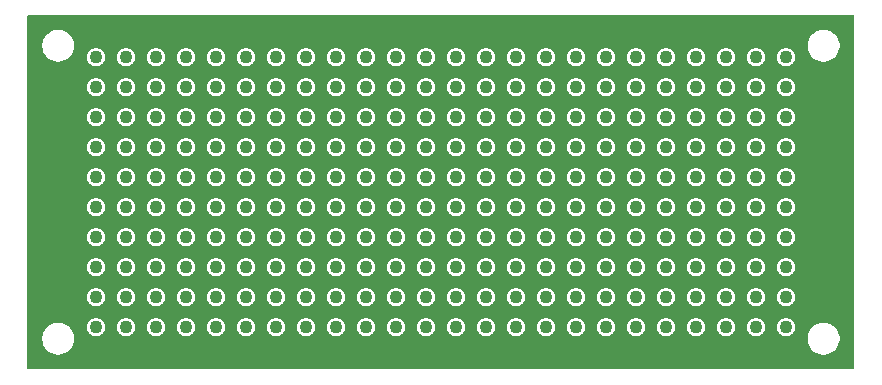
<source format=gbr>
G04 #@! TF.GenerationSoftware,KiCad,Pcbnew,9.0.1*
G04 #@! TF.CreationDate,2025-05-07T00:03:20-04:00*
G04 #@! TF.ProjectId,matrix-protoboard_10x24,6d617472-6978-42d7-9072-6f746f626f61,rev?*
G04 #@! TF.SameCoordinates,Original*
G04 #@! TF.FileFunction,Copper,L2,Bot*
G04 #@! TF.FilePolarity,Positive*
%FSLAX46Y46*%
G04 Gerber Fmt 4.6, Leading zero omitted, Abs format (unit mm)*
G04 Created by KiCad (PCBNEW 9.0.1) date 2025-05-07 00:03:20*
%MOMM*%
%LPD*%
G01*
G04 APERTURE LIST*
G04 #@! TA.AperFunction,ComponentPad*
%ADD10C,1.100000*%
G04 #@! TD*
G04 APERTURE END LIST*
D10*
X164330000Y-118410000D03*
X141470000Y-105710000D03*
X144010000Y-105710000D03*
X146550000Y-120950000D03*
X136390000Y-110790000D03*
X126230000Y-113330000D03*
X166870000Y-123490000D03*
X146550000Y-126030000D03*
X118610000Y-115870000D03*
X123690000Y-115870000D03*
X164330000Y-120950000D03*
X128770000Y-123490000D03*
X154170000Y-118410000D03*
X169410000Y-105710000D03*
X144010000Y-115870000D03*
X133850000Y-118410000D03*
X121150000Y-123490000D03*
X169410000Y-113330000D03*
X123690000Y-120950000D03*
X161790000Y-105710000D03*
X138930000Y-115870000D03*
X161790000Y-115870000D03*
X151630000Y-123490000D03*
X151630000Y-105710000D03*
X146550000Y-113330000D03*
X154170000Y-108250000D03*
X136390000Y-120950000D03*
X159250000Y-110790000D03*
X113530000Y-128570000D03*
X144010000Y-126030000D03*
X121150000Y-113330000D03*
X144010000Y-128570000D03*
X116070000Y-105710000D03*
X133850000Y-113330000D03*
X116070000Y-126030000D03*
X131310000Y-126030000D03*
X128770000Y-120950000D03*
X131310000Y-128570000D03*
X110990000Y-126030000D03*
X149090000Y-105710000D03*
X113530000Y-105710000D03*
X136390000Y-108250000D03*
X151630000Y-113330000D03*
X141470000Y-115870000D03*
X126230000Y-123490000D03*
X126230000Y-105710000D03*
X116070000Y-110790000D03*
X136390000Y-115870000D03*
X156710000Y-105710000D03*
X166870000Y-120950000D03*
X123690000Y-128570000D03*
X154170000Y-126030000D03*
X156710000Y-113330000D03*
X151630000Y-110790000D03*
X146550000Y-108250000D03*
X136390000Y-113330000D03*
X144010000Y-110790000D03*
X133850000Y-105710000D03*
X154170000Y-113330000D03*
X121150000Y-120950000D03*
X169410000Y-126030000D03*
X164330000Y-128570000D03*
X138930000Y-110790000D03*
X116070000Y-118410000D03*
X169410000Y-128570000D03*
X136390000Y-128570000D03*
X116070000Y-115870000D03*
X131310000Y-113330000D03*
X159250000Y-123490000D03*
X133850000Y-108250000D03*
X131310000Y-105710000D03*
X164330000Y-126030000D03*
X144010000Y-113330000D03*
X149090000Y-115870000D03*
X141470000Y-123490000D03*
X131310000Y-108250000D03*
X154170000Y-120950000D03*
X123690000Y-118410000D03*
X146550000Y-118410000D03*
X166870000Y-108250000D03*
X133850000Y-128570000D03*
X113530000Y-115870000D03*
X123690000Y-123490000D03*
X149090000Y-110790000D03*
X126230000Y-128570000D03*
X149090000Y-108250000D03*
X164330000Y-105710000D03*
X128770000Y-113330000D03*
X110990000Y-108250000D03*
X166870000Y-113330000D03*
X138930000Y-128570000D03*
X110990000Y-128570000D03*
X121150000Y-128570000D03*
X146550000Y-105710000D03*
X159250000Y-113330000D03*
X116070000Y-113330000D03*
X131310000Y-118410000D03*
X156710000Y-123490000D03*
X136390000Y-118410000D03*
X154170000Y-115870000D03*
X151630000Y-120950000D03*
X161790000Y-110790000D03*
X141470000Y-126030000D03*
X138930000Y-108250000D03*
X159250000Y-128570000D03*
X128770000Y-118410000D03*
X113530000Y-123490000D03*
X131310000Y-120950000D03*
X161790000Y-118410000D03*
X161790000Y-108250000D03*
X159250000Y-115870000D03*
X149090000Y-118410000D03*
X159250000Y-108250000D03*
X110990000Y-115870000D03*
X141470000Y-108250000D03*
X141470000Y-120950000D03*
X118610000Y-120950000D03*
X126230000Y-108250000D03*
X169410000Y-108250000D03*
X138930000Y-113330000D03*
X164330000Y-123490000D03*
X156710000Y-126030000D03*
X151630000Y-128570000D03*
X123690000Y-108250000D03*
X159250000Y-118410000D03*
X156710000Y-128570000D03*
X110990000Y-105710000D03*
X154170000Y-110790000D03*
X118610000Y-123490000D03*
X121150000Y-110790000D03*
X110990000Y-113330000D03*
X118610000Y-113330000D03*
X166870000Y-105710000D03*
X121150000Y-126030000D03*
X116070000Y-128570000D03*
X166870000Y-118410000D03*
X128770000Y-108250000D03*
X138930000Y-105710000D03*
X146550000Y-115870000D03*
X128770000Y-115870000D03*
X156710000Y-115870000D03*
X110990000Y-118410000D03*
X149090000Y-128570000D03*
X169410000Y-110790000D03*
X154170000Y-128570000D03*
X133850000Y-123490000D03*
X166870000Y-110790000D03*
X136390000Y-105710000D03*
X123690000Y-105710000D03*
X118610000Y-118410000D03*
X169410000Y-123490000D03*
X161790000Y-120950000D03*
X161790000Y-113330000D03*
X141470000Y-110790000D03*
X123690000Y-113330000D03*
X126230000Y-126030000D03*
X110990000Y-110790000D03*
X128770000Y-110790000D03*
X149090000Y-123490000D03*
X164330000Y-115870000D03*
X161790000Y-128570000D03*
X116070000Y-123490000D03*
X169410000Y-115870000D03*
X121150000Y-105710000D03*
X146550000Y-123490000D03*
X123690000Y-110790000D03*
X146550000Y-128570000D03*
X156710000Y-120950000D03*
X133850000Y-120950000D03*
X136390000Y-126030000D03*
X151630000Y-118410000D03*
X128770000Y-128570000D03*
X164330000Y-108250000D03*
X161790000Y-126030000D03*
X131310000Y-110790000D03*
X166870000Y-128570000D03*
X151630000Y-126030000D03*
X169410000Y-120950000D03*
X154170000Y-123490000D03*
X156710000Y-118410000D03*
X113530000Y-118410000D03*
X113530000Y-110790000D03*
X131310000Y-123490000D03*
X133850000Y-126030000D03*
X110990000Y-123490000D03*
X166870000Y-115870000D03*
X156710000Y-108250000D03*
X126230000Y-110790000D03*
X118610000Y-110790000D03*
X136390000Y-123490000D03*
X149090000Y-120950000D03*
X126230000Y-115870000D03*
X161790000Y-123490000D03*
X164330000Y-110790000D03*
X164330000Y-113330000D03*
X123690000Y-126030000D03*
X113530000Y-120950000D03*
X121150000Y-118410000D03*
X138930000Y-123490000D03*
X126230000Y-118410000D03*
X138930000Y-120950000D03*
X151630000Y-108250000D03*
X141470000Y-118410000D03*
X151630000Y-115870000D03*
X121150000Y-115870000D03*
X156710000Y-110790000D03*
X159250000Y-105710000D03*
X113530000Y-113330000D03*
X166870000Y-126030000D03*
X141470000Y-113330000D03*
X144010000Y-120950000D03*
X141470000Y-128570000D03*
X113530000Y-126030000D03*
X121150000Y-108250000D03*
X144010000Y-118410000D03*
X146550000Y-110790000D03*
X113530000Y-108250000D03*
X154170000Y-105710000D03*
X116070000Y-120950000D03*
X159250000Y-120950000D03*
X144010000Y-108250000D03*
X116070000Y-108250000D03*
X169410000Y-118410000D03*
X133850000Y-115870000D03*
X118610000Y-105710000D03*
X149090000Y-126030000D03*
X128770000Y-126030000D03*
X159250000Y-126030000D03*
X128770000Y-105710000D03*
X144010000Y-123490000D03*
X133850000Y-110790000D03*
X149090000Y-113330000D03*
X118610000Y-128570000D03*
X118610000Y-126030000D03*
X126230000Y-120950000D03*
X110990000Y-120950000D03*
X131310000Y-115870000D03*
X138930000Y-126030000D03*
X138930000Y-118410000D03*
X118610000Y-108250000D03*
G04 #@! TA.AperFunction,NonConductor*
G36*
X175167826Y-102172174D02*
G01*
X175189500Y-102224500D01*
X175189500Y-132075500D01*
X175167826Y-132127826D01*
X175115500Y-132149500D01*
X105264500Y-132149500D01*
X105212174Y-132127826D01*
X105190500Y-132075500D01*
X105190500Y-129443711D01*
X106439500Y-129443711D01*
X106439500Y-129656288D01*
X106472753Y-129866240D01*
X106472756Y-129866253D01*
X106538440Y-130068406D01*
X106634948Y-130257816D01*
X106711475Y-130363146D01*
X106759896Y-130429792D01*
X106910208Y-130580104D01*
X107005656Y-130649451D01*
X107082183Y-130705051D01*
X107173474Y-130751565D01*
X107271588Y-130801557D01*
X107271590Y-130801557D01*
X107271593Y-130801559D01*
X107473746Y-130867243D01*
X107473752Y-130867244D01*
X107473757Y-130867246D01*
X107578735Y-130883873D01*
X107683711Y-130900500D01*
X107683713Y-130900500D01*
X107896289Y-130900500D01*
X107980269Y-130887198D01*
X108106243Y-130867246D01*
X108106250Y-130867243D01*
X108106253Y-130867243D01*
X108308406Y-130801559D01*
X108308406Y-130801558D01*
X108308412Y-130801557D01*
X108497816Y-130705051D01*
X108669792Y-130580104D01*
X108820104Y-130429792D01*
X108945051Y-130257816D01*
X109041557Y-130068412D01*
X109107246Y-129866243D01*
X109140500Y-129656287D01*
X109140500Y-129443713D01*
X109140500Y-129443711D01*
X171239500Y-129443711D01*
X171239500Y-129656288D01*
X171272753Y-129866240D01*
X171272756Y-129866253D01*
X171338440Y-130068406D01*
X171434948Y-130257816D01*
X171511475Y-130363146D01*
X171559896Y-130429792D01*
X171710208Y-130580104D01*
X171805656Y-130649451D01*
X171882183Y-130705051D01*
X171973474Y-130751565D01*
X172071588Y-130801557D01*
X172071590Y-130801557D01*
X172071593Y-130801559D01*
X172273746Y-130867243D01*
X172273752Y-130867244D01*
X172273757Y-130867246D01*
X172378735Y-130883873D01*
X172483711Y-130900500D01*
X172483713Y-130900500D01*
X172696289Y-130900500D01*
X172780269Y-130887198D01*
X172906243Y-130867246D01*
X172906250Y-130867243D01*
X172906253Y-130867243D01*
X173108406Y-130801559D01*
X173108406Y-130801558D01*
X173108412Y-130801557D01*
X173297816Y-130705051D01*
X173469792Y-130580104D01*
X173620104Y-130429792D01*
X173745051Y-130257816D01*
X173841557Y-130068412D01*
X173907246Y-129866243D01*
X173940500Y-129656287D01*
X173940500Y-129443713D01*
X173907246Y-129233757D01*
X173907244Y-129233752D01*
X173907243Y-129233746D01*
X173841559Y-129031593D01*
X173841557Y-129031590D01*
X173841557Y-129031588D01*
X173787500Y-128925495D01*
X173745051Y-128842183D01*
X173689451Y-128765656D01*
X173620104Y-128670208D01*
X173469792Y-128519896D01*
X173403146Y-128471475D01*
X173297816Y-128394948D01*
X173108406Y-128298440D01*
X172906253Y-128232756D01*
X172906240Y-128232753D01*
X172696289Y-128199500D01*
X172696287Y-128199500D01*
X172483713Y-128199500D01*
X172483711Y-128199500D01*
X172273759Y-128232753D01*
X172273746Y-128232756D01*
X172071593Y-128298440D01*
X171882183Y-128394948D01*
X171710212Y-128519893D01*
X171710208Y-128519896D01*
X171559896Y-128670208D01*
X171559893Y-128670211D01*
X171559893Y-128670212D01*
X171434948Y-128842183D01*
X171338440Y-129031593D01*
X171272756Y-129233746D01*
X171272753Y-129233759D01*
X171239500Y-129443711D01*
X109140500Y-129443711D01*
X109107246Y-129233757D01*
X109107244Y-129233752D01*
X109107243Y-129233746D01*
X109041559Y-129031593D01*
X109041557Y-129031590D01*
X109041557Y-129031588D01*
X108987500Y-128925495D01*
X108945051Y-128842183D01*
X108889451Y-128765656D01*
X108820104Y-128670208D01*
X108669792Y-128519896D01*
X108637015Y-128496082D01*
X110239500Y-128496082D01*
X110239500Y-128643918D01*
X110249026Y-128691811D01*
X110268340Y-128788907D01*
X110268343Y-128788917D01*
X110324915Y-128925494D01*
X110324916Y-128925495D01*
X110407049Y-129048416D01*
X110511584Y-129152951D01*
X110634505Y-129235084D01*
X110771087Y-129291658D01*
X110916082Y-129320500D01*
X110916084Y-129320500D01*
X111063916Y-129320500D01*
X111063918Y-129320500D01*
X111208913Y-129291658D01*
X111345495Y-129235084D01*
X111468416Y-129152951D01*
X111572951Y-129048416D01*
X111655084Y-128925495D01*
X111711658Y-128788913D01*
X111740500Y-128643918D01*
X111740500Y-128496082D01*
X112779500Y-128496082D01*
X112779500Y-128643918D01*
X112789026Y-128691811D01*
X112808340Y-128788907D01*
X112808343Y-128788917D01*
X112864915Y-128925494D01*
X112864916Y-128925495D01*
X112947049Y-129048416D01*
X113051584Y-129152951D01*
X113174505Y-129235084D01*
X113311087Y-129291658D01*
X113456082Y-129320500D01*
X113456084Y-129320500D01*
X113603916Y-129320500D01*
X113603918Y-129320500D01*
X113748913Y-129291658D01*
X113885495Y-129235084D01*
X114008416Y-129152951D01*
X114112951Y-129048416D01*
X114195084Y-128925495D01*
X114251658Y-128788913D01*
X114280500Y-128643918D01*
X114280500Y-128496082D01*
X115319500Y-128496082D01*
X115319500Y-128643918D01*
X115329026Y-128691811D01*
X115348340Y-128788907D01*
X115348343Y-128788917D01*
X115404915Y-128925494D01*
X115404916Y-128925495D01*
X115487049Y-129048416D01*
X115591584Y-129152951D01*
X115714505Y-129235084D01*
X115851087Y-129291658D01*
X115996082Y-129320500D01*
X115996084Y-129320500D01*
X116143916Y-129320500D01*
X116143918Y-129320500D01*
X116288913Y-129291658D01*
X116425495Y-129235084D01*
X116548416Y-129152951D01*
X116652951Y-129048416D01*
X116735084Y-128925495D01*
X116791658Y-128788913D01*
X116820500Y-128643918D01*
X116820500Y-128496082D01*
X117859500Y-128496082D01*
X117859500Y-128643918D01*
X117869026Y-128691811D01*
X117888340Y-128788907D01*
X117888343Y-128788917D01*
X117944915Y-128925494D01*
X117944916Y-128925495D01*
X118027049Y-129048416D01*
X118131584Y-129152951D01*
X118254505Y-129235084D01*
X118391087Y-129291658D01*
X118536082Y-129320500D01*
X118536084Y-129320500D01*
X118683916Y-129320500D01*
X118683918Y-129320500D01*
X118828913Y-129291658D01*
X118965495Y-129235084D01*
X119088416Y-129152951D01*
X119192951Y-129048416D01*
X119275084Y-128925495D01*
X119331658Y-128788913D01*
X119360500Y-128643918D01*
X119360500Y-128496082D01*
X120399500Y-128496082D01*
X120399500Y-128643918D01*
X120409026Y-128691811D01*
X120428340Y-128788907D01*
X120428343Y-128788917D01*
X120484915Y-128925494D01*
X120484916Y-128925495D01*
X120567049Y-129048416D01*
X120671584Y-129152951D01*
X120794505Y-129235084D01*
X120931087Y-129291658D01*
X121076082Y-129320500D01*
X121076084Y-129320500D01*
X121223916Y-129320500D01*
X121223918Y-129320500D01*
X121368913Y-129291658D01*
X121505495Y-129235084D01*
X121628416Y-129152951D01*
X121732951Y-129048416D01*
X121815084Y-128925495D01*
X121871658Y-128788913D01*
X121900500Y-128643918D01*
X121900500Y-128496082D01*
X122939500Y-128496082D01*
X122939500Y-128643918D01*
X122949026Y-128691811D01*
X122968340Y-128788907D01*
X122968343Y-128788917D01*
X123024915Y-128925494D01*
X123024916Y-128925495D01*
X123107049Y-129048416D01*
X123211584Y-129152951D01*
X123334505Y-129235084D01*
X123471087Y-129291658D01*
X123616082Y-129320500D01*
X123616084Y-129320500D01*
X123763916Y-129320500D01*
X123763918Y-129320500D01*
X123908913Y-129291658D01*
X124045495Y-129235084D01*
X124168416Y-129152951D01*
X124272951Y-129048416D01*
X124355084Y-128925495D01*
X124411658Y-128788913D01*
X124440500Y-128643918D01*
X124440500Y-128496082D01*
X125479500Y-128496082D01*
X125479500Y-128643918D01*
X125489026Y-128691811D01*
X125508340Y-128788907D01*
X125508343Y-128788917D01*
X125564915Y-128925494D01*
X125564916Y-128925495D01*
X125647049Y-129048416D01*
X125751584Y-129152951D01*
X125874505Y-129235084D01*
X126011087Y-129291658D01*
X126156082Y-129320500D01*
X126156084Y-129320500D01*
X126303916Y-129320500D01*
X126303918Y-129320500D01*
X126448913Y-129291658D01*
X126585495Y-129235084D01*
X126708416Y-129152951D01*
X126812951Y-129048416D01*
X126895084Y-128925495D01*
X126951658Y-128788913D01*
X126980500Y-128643918D01*
X126980500Y-128496082D01*
X128019500Y-128496082D01*
X128019500Y-128643918D01*
X128029026Y-128691811D01*
X128048340Y-128788907D01*
X128048343Y-128788917D01*
X128104915Y-128925494D01*
X128104916Y-128925495D01*
X128187049Y-129048416D01*
X128291584Y-129152951D01*
X128414505Y-129235084D01*
X128551087Y-129291658D01*
X128696082Y-129320500D01*
X128696084Y-129320500D01*
X128843916Y-129320500D01*
X128843918Y-129320500D01*
X128988913Y-129291658D01*
X129125495Y-129235084D01*
X129248416Y-129152951D01*
X129352951Y-129048416D01*
X129435084Y-128925495D01*
X129491658Y-128788913D01*
X129520500Y-128643918D01*
X129520500Y-128496082D01*
X130559500Y-128496082D01*
X130559500Y-128643918D01*
X130569026Y-128691811D01*
X130588340Y-128788907D01*
X130588343Y-128788917D01*
X130644915Y-128925494D01*
X130644916Y-128925495D01*
X130727049Y-129048416D01*
X130831584Y-129152951D01*
X130954505Y-129235084D01*
X131091087Y-129291658D01*
X131236082Y-129320500D01*
X131236084Y-129320500D01*
X131383916Y-129320500D01*
X131383918Y-129320500D01*
X131528913Y-129291658D01*
X131665495Y-129235084D01*
X131788416Y-129152951D01*
X131892951Y-129048416D01*
X131975084Y-128925495D01*
X132031658Y-128788913D01*
X132060500Y-128643918D01*
X132060500Y-128496082D01*
X133099500Y-128496082D01*
X133099500Y-128643918D01*
X133109026Y-128691811D01*
X133128340Y-128788907D01*
X133128343Y-128788917D01*
X133184915Y-128925494D01*
X133184916Y-128925495D01*
X133267049Y-129048416D01*
X133371584Y-129152951D01*
X133494505Y-129235084D01*
X133631087Y-129291658D01*
X133776082Y-129320500D01*
X133776084Y-129320500D01*
X133923916Y-129320500D01*
X133923918Y-129320500D01*
X134068913Y-129291658D01*
X134205495Y-129235084D01*
X134328416Y-129152951D01*
X134432951Y-129048416D01*
X134515084Y-128925495D01*
X134571658Y-128788913D01*
X134600500Y-128643918D01*
X134600500Y-128496082D01*
X135639500Y-128496082D01*
X135639500Y-128643918D01*
X135649026Y-128691811D01*
X135668340Y-128788907D01*
X135668343Y-128788917D01*
X135724915Y-128925494D01*
X135724916Y-128925495D01*
X135807049Y-129048416D01*
X135911584Y-129152951D01*
X136034505Y-129235084D01*
X136171087Y-129291658D01*
X136316082Y-129320500D01*
X136316084Y-129320500D01*
X136463916Y-129320500D01*
X136463918Y-129320500D01*
X136608913Y-129291658D01*
X136745495Y-129235084D01*
X136868416Y-129152951D01*
X136972951Y-129048416D01*
X137055084Y-128925495D01*
X137111658Y-128788913D01*
X137140500Y-128643918D01*
X137140500Y-128496082D01*
X138179500Y-128496082D01*
X138179500Y-128643918D01*
X138189026Y-128691811D01*
X138208340Y-128788907D01*
X138208343Y-128788917D01*
X138264915Y-128925494D01*
X138264916Y-128925495D01*
X138347049Y-129048416D01*
X138451584Y-129152951D01*
X138574505Y-129235084D01*
X138711087Y-129291658D01*
X138856082Y-129320500D01*
X138856084Y-129320500D01*
X139003916Y-129320500D01*
X139003918Y-129320500D01*
X139148913Y-129291658D01*
X139285495Y-129235084D01*
X139408416Y-129152951D01*
X139512951Y-129048416D01*
X139595084Y-128925495D01*
X139651658Y-128788913D01*
X139680500Y-128643918D01*
X139680500Y-128496082D01*
X140719500Y-128496082D01*
X140719500Y-128643918D01*
X140729026Y-128691811D01*
X140748340Y-128788907D01*
X140748343Y-128788917D01*
X140804915Y-128925494D01*
X140804916Y-128925495D01*
X140887049Y-129048416D01*
X140991584Y-129152951D01*
X141114505Y-129235084D01*
X141251087Y-129291658D01*
X141396082Y-129320500D01*
X141396084Y-129320500D01*
X141543916Y-129320500D01*
X141543918Y-129320500D01*
X141688913Y-129291658D01*
X141825495Y-129235084D01*
X141948416Y-129152951D01*
X142052951Y-129048416D01*
X142135084Y-128925495D01*
X142191658Y-128788913D01*
X142220500Y-128643918D01*
X142220500Y-128496082D01*
X143259500Y-128496082D01*
X143259500Y-128643918D01*
X143269026Y-128691811D01*
X143288340Y-128788907D01*
X143288343Y-128788917D01*
X143344915Y-128925494D01*
X143344916Y-128925495D01*
X143427049Y-129048416D01*
X143531584Y-129152951D01*
X143654505Y-129235084D01*
X143791087Y-129291658D01*
X143936082Y-129320500D01*
X143936084Y-129320500D01*
X144083916Y-129320500D01*
X144083918Y-129320500D01*
X144228913Y-129291658D01*
X144365495Y-129235084D01*
X144488416Y-129152951D01*
X144592951Y-129048416D01*
X144675084Y-128925495D01*
X144731658Y-128788913D01*
X144760500Y-128643918D01*
X144760500Y-128496082D01*
X145799500Y-128496082D01*
X145799500Y-128643918D01*
X145809026Y-128691811D01*
X145828340Y-128788907D01*
X145828343Y-128788917D01*
X145884915Y-128925494D01*
X145884916Y-128925495D01*
X145967049Y-129048416D01*
X146071584Y-129152951D01*
X146194505Y-129235084D01*
X146331087Y-129291658D01*
X146476082Y-129320500D01*
X146476084Y-129320500D01*
X146623916Y-129320500D01*
X146623918Y-129320500D01*
X146768913Y-129291658D01*
X146905495Y-129235084D01*
X147028416Y-129152951D01*
X147132951Y-129048416D01*
X147215084Y-128925495D01*
X147271658Y-128788913D01*
X147300500Y-128643918D01*
X147300500Y-128496082D01*
X148339500Y-128496082D01*
X148339500Y-128643918D01*
X148349026Y-128691811D01*
X148368340Y-128788907D01*
X148368343Y-128788917D01*
X148424915Y-128925494D01*
X148424916Y-128925495D01*
X148507049Y-129048416D01*
X148611584Y-129152951D01*
X148734505Y-129235084D01*
X148871087Y-129291658D01*
X149016082Y-129320500D01*
X149016084Y-129320500D01*
X149163916Y-129320500D01*
X149163918Y-129320500D01*
X149308913Y-129291658D01*
X149445495Y-129235084D01*
X149568416Y-129152951D01*
X149672951Y-129048416D01*
X149755084Y-128925495D01*
X149811658Y-128788913D01*
X149840500Y-128643918D01*
X149840500Y-128496082D01*
X150879500Y-128496082D01*
X150879500Y-128643918D01*
X150889026Y-128691811D01*
X150908340Y-128788907D01*
X150908343Y-128788917D01*
X150964915Y-128925494D01*
X150964916Y-128925495D01*
X151047049Y-129048416D01*
X151151584Y-129152951D01*
X151274505Y-129235084D01*
X151411087Y-129291658D01*
X151556082Y-129320500D01*
X151556084Y-129320500D01*
X151703916Y-129320500D01*
X151703918Y-129320500D01*
X151848913Y-129291658D01*
X151985495Y-129235084D01*
X152108416Y-129152951D01*
X152212951Y-129048416D01*
X152295084Y-128925495D01*
X152351658Y-128788913D01*
X152380500Y-128643918D01*
X152380500Y-128496082D01*
X153419500Y-128496082D01*
X153419500Y-128643918D01*
X153429026Y-128691811D01*
X153448340Y-128788907D01*
X153448343Y-128788917D01*
X153504915Y-128925494D01*
X153504916Y-128925495D01*
X153587049Y-129048416D01*
X153691584Y-129152951D01*
X153814505Y-129235084D01*
X153951087Y-129291658D01*
X154096082Y-129320500D01*
X154096084Y-129320500D01*
X154243916Y-129320500D01*
X154243918Y-129320500D01*
X154388913Y-129291658D01*
X154525495Y-129235084D01*
X154648416Y-129152951D01*
X154752951Y-129048416D01*
X154835084Y-128925495D01*
X154891658Y-128788913D01*
X154920500Y-128643918D01*
X154920500Y-128496082D01*
X155959500Y-128496082D01*
X155959500Y-128643918D01*
X155969026Y-128691811D01*
X155988340Y-128788907D01*
X155988343Y-128788917D01*
X156044915Y-128925494D01*
X156044916Y-128925495D01*
X156127049Y-129048416D01*
X156231584Y-129152951D01*
X156354505Y-129235084D01*
X156491087Y-129291658D01*
X156636082Y-129320500D01*
X156636084Y-129320500D01*
X156783916Y-129320500D01*
X156783918Y-129320500D01*
X156928913Y-129291658D01*
X157065495Y-129235084D01*
X157188416Y-129152951D01*
X157292951Y-129048416D01*
X157375084Y-128925495D01*
X157431658Y-128788913D01*
X157460500Y-128643918D01*
X157460500Y-128496082D01*
X158499500Y-128496082D01*
X158499500Y-128643918D01*
X158509026Y-128691811D01*
X158528340Y-128788907D01*
X158528343Y-128788917D01*
X158584915Y-128925494D01*
X158584916Y-128925495D01*
X158667049Y-129048416D01*
X158771584Y-129152951D01*
X158894505Y-129235084D01*
X159031087Y-129291658D01*
X159176082Y-129320500D01*
X159176084Y-129320500D01*
X159323916Y-129320500D01*
X159323918Y-129320500D01*
X159468913Y-129291658D01*
X159605495Y-129235084D01*
X159728416Y-129152951D01*
X159832951Y-129048416D01*
X159915084Y-128925495D01*
X159971658Y-128788913D01*
X160000500Y-128643918D01*
X160000500Y-128496082D01*
X161039500Y-128496082D01*
X161039500Y-128643918D01*
X161049026Y-128691811D01*
X161068340Y-128788907D01*
X161068343Y-128788917D01*
X161124915Y-128925494D01*
X161124916Y-128925495D01*
X161207049Y-129048416D01*
X161311584Y-129152951D01*
X161434505Y-129235084D01*
X161571087Y-129291658D01*
X161716082Y-129320500D01*
X161716084Y-129320500D01*
X161863916Y-129320500D01*
X161863918Y-129320500D01*
X162008913Y-129291658D01*
X162145495Y-129235084D01*
X162268416Y-129152951D01*
X162372951Y-129048416D01*
X162455084Y-128925495D01*
X162511658Y-128788913D01*
X162540500Y-128643918D01*
X162540500Y-128496082D01*
X163579500Y-128496082D01*
X163579500Y-128643918D01*
X163589026Y-128691811D01*
X163608340Y-128788907D01*
X163608343Y-128788917D01*
X163664915Y-128925494D01*
X163664916Y-128925495D01*
X163747049Y-129048416D01*
X163851584Y-129152951D01*
X163974505Y-129235084D01*
X164111087Y-129291658D01*
X164256082Y-129320500D01*
X164256084Y-129320500D01*
X164403916Y-129320500D01*
X164403918Y-129320500D01*
X164548913Y-129291658D01*
X164685495Y-129235084D01*
X164808416Y-129152951D01*
X164912951Y-129048416D01*
X164995084Y-128925495D01*
X165051658Y-128788913D01*
X165080500Y-128643918D01*
X165080500Y-128496082D01*
X166119500Y-128496082D01*
X166119500Y-128643918D01*
X166129026Y-128691811D01*
X166148340Y-128788907D01*
X166148343Y-128788917D01*
X166204915Y-128925494D01*
X166204916Y-128925495D01*
X166287049Y-129048416D01*
X166391584Y-129152951D01*
X166514505Y-129235084D01*
X166651087Y-129291658D01*
X166796082Y-129320500D01*
X166796084Y-129320500D01*
X166943916Y-129320500D01*
X166943918Y-129320500D01*
X167088913Y-129291658D01*
X167225495Y-129235084D01*
X167348416Y-129152951D01*
X167452951Y-129048416D01*
X167535084Y-128925495D01*
X167591658Y-128788913D01*
X167620500Y-128643918D01*
X167620500Y-128496082D01*
X168659500Y-128496082D01*
X168659500Y-128643918D01*
X168669026Y-128691811D01*
X168688340Y-128788907D01*
X168688343Y-128788917D01*
X168744915Y-128925494D01*
X168744916Y-128925495D01*
X168827049Y-129048416D01*
X168931584Y-129152951D01*
X169054505Y-129235084D01*
X169191087Y-129291658D01*
X169336082Y-129320500D01*
X169336084Y-129320500D01*
X169483916Y-129320500D01*
X169483918Y-129320500D01*
X169628913Y-129291658D01*
X169765495Y-129235084D01*
X169888416Y-129152951D01*
X169992951Y-129048416D01*
X170075084Y-128925495D01*
X170131658Y-128788913D01*
X170160500Y-128643918D01*
X170160500Y-128496082D01*
X170131658Y-128351087D01*
X170075084Y-128214505D01*
X169992951Y-128091584D01*
X169888416Y-127987049D01*
X169765495Y-127904916D01*
X169765496Y-127904916D01*
X169765494Y-127904915D01*
X169628917Y-127848343D01*
X169628907Y-127848340D01*
X169531811Y-127829026D01*
X169483918Y-127819500D01*
X169336082Y-127819500D01*
X169294977Y-127827676D01*
X169191092Y-127848340D01*
X169191082Y-127848343D01*
X169054505Y-127904915D01*
X168931584Y-127987048D01*
X168931583Y-127987050D01*
X168827050Y-128091583D01*
X168827048Y-128091584D01*
X168744915Y-128214505D01*
X168688343Y-128351082D01*
X168688340Y-128351092D01*
X168664263Y-128472135D01*
X168659500Y-128496082D01*
X167620500Y-128496082D01*
X167591658Y-128351087D01*
X167535084Y-128214505D01*
X167452951Y-128091584D01*
X167348416Y-127987049D01*
X167225495Y-127904916D01*
X167225496Y-127904916D01*
X167225494Y-127904915D01*
X167088917Y-127848343D01*
X167088907Y-127848340D01*
X166991811Y-127829026D01*
X166943918Y-127819500D01*
X166796082Y-127819500D01*
X166754977Y-127827676D01*
X166651092Y-127848340D01*
X166651082Y-127848343D01*
X166514505Y-127904915D01*
X166391584Y-127987048D01*
X166391583Y-127987050D01*
X166287050Y-128091583D01*
X166287048Y-128091584D01*
X166204915Y-128214505D01*
X166148343Y-128351082D01*
X166148340Y-128351092D01*
X166124263Y-128472135D01*
X166119500Y-128496082D01*
X165080500Y-128496082D01*
X165051658Y-128351087D01*
X164995084Y-128214505D01*
X164912951Y-128091584D01*
X164808416Y-127987049D01*
X164685495Y-127904916D01*
X164685496Y-127904916D01*
X164685494Y-127904915D01*
X164548917Y-127848343D01*
X164548907Y-127848340D01*
X164451811Y-127829026D01*
X164403918Y-127819500D01*
X164256082Y-127819500D01*
X164214977Y-127827676D01*
X164111092Y-127848340D01*
X164111082Y-127848343D01*
X163974505Y-127904915D01*
X163851584Y-127987048D01*
X163851583Y-127987050D01*
X163747050Y-128091583D01*
X163747048Y-128091584D01*
X163664915Y-128214505D01*
X163608343Y-128351082D01*
X163608340Y-128351092D01*
X163584263Y-128472135D01*
X163579500Y-128496082D01*
X162540500Y-128496082D01*
X162511658Y-128351087D01*
X162455084Y-128214505D01*
X162372951Y-128091584D01*
X162268416Y-127987049D01*
X162145495Y-127904916D01*
X162145496Y-127904916D01*
X162145494Y-127904915D01*
X162008917Y-127848343D01*
X162008907Y-127848340D01*
X161911811Y-127829026D01*
X161863918Y-127819500D01*
X161716082Y-127819500D01*
X161674977Y-127827676D01*
X161571092Y-127848340D01*
X161571082Y-127848343D01*
X161434505Y-127904915D01*
X161311584Y-127987048D01*
X161311583Y-127987050D01*
X161207050Y-128091583D01*
X161207048Y-128091584D01*
X161124915Y-128214505D01*
X161068343Y-128351082D01*
X161068340Y-128351092D01*
X161044263Y-128472135D01*
X161039500Y-128496082D01*
X160000500Y-128496082D01*
X159971658Y-128351087D01*
X159915084Y-128214505D01*
X159832951Y-128091584D01*
X159728416Y-127987049D01*
X159605495Y-127904916D01*
X159605496Y-127904916D01*
X159605494Y-127904915D01*
X159468917Y-127848343D01*
X159468907Y-127848340D01*
X159371811Y-127829026D01*
X159323918Y-127819500D01*
X159176082Y-127819500D01*
X159134977Y-127827676D01*
X159031092Y-127848340D01*
X159031082Y-127848343D01*
X158894505Y-127904915D01*
X158771584Y-127987048D01*
X158771583Y-127987050D01*
X158667050Y-128091583D01*
X158667048Y-128091584D01*
X158584915Y-128214505D01*
X158528343Y-128351082D01*
X158528340Y-128351092D01*
X158504263Y-128472135D01*
X158499500Y-128496082D01*
X157460500Y-128496082D01*
X157431658Y-128351087D01*
X157375084Y-128214505D01*
X157292951Y-128091584D01*
X157188416Y-127987049D01*
X157065495Y-127904916D01*
X157065496Y-127904916D01*
X157065494Y-127904915D01*
X156928917Y-127848343D01*
X156928907Y-127848340D01*
X156831811Y-127829026D01*
X156783918Y-127819500D01*
X156636082Y-127819500D01*
X156594977Y-127827676D01*
X156491092Y-127848340D01*
X156491082Y-127848343D01*
X156354505Y-127904915D01*
X156231584Y-127987048D01*
X156231583Y-127987050D01*
X156127050Y-128091583D01*
X156127048Y-128091584D01*
X156044915Y-128214505D01*
X155988343Y-128351082D01*
X155988340Y-128351092D01*
X155964263Y-128472135D01*
X155959500Y-128496082D01*
X154920500Y-128496082D01*
X154891658Y-128351087D01*
X154835084Y-128214505D01*
X154752951Y-128091584D01*
X154648416Y-127987049D01*
X154525495Y-127904916D01*
X154525496Y-127904916D01*
X154525494Y-127904915D01*
X154388917Y-127848343D01*
X154388907Y-127848340D01*
X154291811Y-127829026D01*
X154243918Y-127819500D01*
X154096082Y-127819500D01*
X154054977Y-127827676D01*
X153951092Y-127848340D01*
X153951082Y-127848343D01*
X153814505Y-127904915D01*
X153691584Y-127987048D01*
X153691583Y-127987050D01*
X153587050Y-128091583D01*
X153587048Y-128091584D01*
X153504915Y-128214505D01*
X153448343Y-128351082D01*
X153448340Y-128351092D01*
X153424263Y-128472135D01*
X153419500Y-128496082D01*
X152380500Y-128496082D01*
X152351658Y-128351087D01*
X152295084Y-128214505D01*
X152212951Y-128091584D01*
X152108416Y-127987049D01*
X151985495Y-127904916D01*
X151985496Y-127904916D01*
X151985494Y-127904915D01*
X151848917Y-127848343D01*
X151848907Y-127848340D01*
X151751811Y-127829026D01*
X151703918Y-127819500D01*
X151556082Y-127819500D01*
X151514977Y-127827676D01*
X151411092Y-127848340D01*
X151411082Y-127848343D01*
X151274505Y-127904915D01*
X151151584Y-127987048D01*
X151151583Y-127987050D01*
X151047050Y-128091583D01*
X151047048Y-128091584D01*
X150964915Y-128214505D01*
X150908343Y-128351082D01*
X150908340Y-128351092D01*
X150884263Y-128472135D01*
X150879500Y-128496082D01*
X149840500Y-128496082D01*
X149811658Y-128351087D01*
X149755084Y-128214505D01*
X149672951Y-128091584D01*
X149568416Y-127987049D01*
X149445495Y-127904916D01*
X149445496Y-127904916D01*
X149445494Y-127904915D01*
X149308917Y-127848343D01*
X149308907Y-127848340D01*
X149211811Y-127829026D01*
X149163918Y-127819500D01*
X149016082Y-127819500D01*
X148974977Y-127827676D01*
X148871092Y-127848340D01*
X148871082Y-127848343D01*
X148734505Y-127904915D01*
X148611584Y-127987048D01*
X148611583Y-127987050D01*
X148507050Y-128091583D01*
X148507048Y-128091584D01*
X148424915Y-128214505D01*
X148368343Y-128351082D01*
X148368340Y-128351092D01*
X148344263Y-128472135D01*
X148339500Y-128496082D01*
X147300500Y-128496082D01*
X147271658Y-128351087D01*
X147215084Y-128214505D01*
X147132951Y-128091584D01*
X147028416Y-127987049D01*
X146905495Y-127904916D01*
X146905496Y-127904916D01*
X146905494Y-127904915D01*
X146768917Y-127848343D01*
X146768907Y-127848340D01*
X146671811Y-127829026D01*
X146623918Y-127819500D01*
X146476082Y-127819500D01*
X146434977Y-127827676D01*
X146331092Y-127848340D01*
X146331082Y-127848343D01*
X146194505Y-127904915D01*
X146071584Y-127987048D01*
X146071583Y-127987050D01*
X145967050Y-128091583D01*
X145967048Y-128091584D01*
X145884915Y-128214505D01*
X145828343Y-128351082D01*
X145828340Y-128351092D01*
X145804263Y-128472135D01*
X145799500Y-128496082D01*
X144760500Y-128496082D01*
X144731658Y-128351087D01*
X144675084Y-128214505D01*
X144592951Y-128091584D01*
X144488416Y-127987049D01*
X144365495Y-127904916D01*
X144365496Y-127904916D01*
X144365494Y-127904915D01*
X144228917Y-127848343D01*
X144228907Y-127848340D01*
X144131811Y-127829026D01*
X144083918Y-127819500D01*
X143936082Y-127819500D01*
X143894977Y-127827676D01*
X143791092Y-127848340D01*
X143791082Y-127848343D01*
X143654505Y-127904915D01*
X143531584Y-127987048D01*
X143531583Y-127987050D01*
X143427050Y-128091583D01*
X143427048Y-128091584D01*
X143344915Y-128214505D01*
X143288343Y-128351082D01*
X143288340Y-128351092D01*
X143264263Y-128472135D01*
X143259500Y-128496082D01*
X142220500Y-128496082D01*
X142191658Y-128351087D01*
X142135084Y-128214505D01*
X142052951Y-128091584D01*
X141948416Y-127987049D01*
X141825495Y-127904916D01*
X141825496Y-127904916D01*
X141825494Y-127904915D01*
X141688917Y-127848343D01*
X141688907Y-127848340D01*
X141591811Y-127829026D01*
X141543918Y-127819500D01*
X141396082Y-127819500D01*
X141354977Y-127827676D01*
X141251092Y-127848340D01*
X141251082Y-127848343D01*
X141114505Y-127904915D01*
X140991584Y-127987048D01*
X140991583Y-127987050D01*
X140887050Y-128091583D01*
X140887048Y-128091584D01*
X140804915Y-128214505D01*
X140748343Y-128351082D01*
X140748340Y-128351092D01*
X140724263Y-128472135D01*
X140719500Y-128496082D01*
X139680500Y-128496082D01*
X139651658Y-128351087D01*
X139595084Y-128214505D01*
X139512951Y-128091584D01*
X139408416Y-127987049D01*
X139285495Y-127904916D01*
X139285496Y-127904916D01*
X139285494Y-127904915D01*
X139148917Y-127848343D01*
X139148907Y-127848340D01*
X139051811Y-127829026D01*
X139003918Y-127819500D01*
X138856082Y-127819500D01*
X138814977Y-127827676D01*
X138711092Y-127848340D01*
X138711082Y-127848343D01*
X138574505Y-127904915D01*
X138451584Y-127987048D01*
X138451583Y-127987050D01*
X138347050Y-128091583D01*
X138347048Y-128091584D01*
X138264915Y-128214505D01*
X138208343Y-128351082D01*
X138208340Y-128351092D01*
X138184263Y-128472135D01*
X138179500Y-128496082D01*
X137140500Y-128496082D01*
X137111658Y-128351087D01*
X137055084Y-128214505D01*
X136972951Y-128091584D01*
X136868416Y-127987049D01*
X136745495Y-127904916D01*
X136745496Y-127904916D01*
X136745494Y-127904915D01*
X136608917Y-127848343D01*
X136608907Y-127848340D01*
X136511811Y-127829026D01*
X136463918Y-127819500D01*
X136316082Y-127819500D01*
X136274977Y-127827676D01*
X136171092Y-127848340D01*
X136171082Y-127848343D01*
X136034505Y-127904915D01*
X135911584Y-127987048D01*
X135911583Y-127987050D01*
X135807050Y-128091583D01*
X135807048Y-128091584D01*
X135724915Y-128214505D01*
X135668343Y-128351082D01*
X135668340Y-128351092D01*
X135644263Y-128472135D01*
X135639500Y-128496082D01*
X134600500Y-128496082D01*
X134571658Y-128351087D01*
X134515084Y-128214505D01*
X134432951Y-128091584D01*
X134328416Y-127987049D01*
X134205495Y-127904916D01*
X134205496Y-127904916D01*
X134205494Y-127904915D01*
X134068917Y-127848343D01*
X134068907Y-127848340D01*
X133971811Y-127829026D01*
X133923918Y-127819500D01*
X133776082Y-127819500D01*
X133734977Y-127827676D01*
X133631092Y-127848340D01*
X133631082Y-127848343D01*
X133494505Y-127904915D01*
X133371584Y-127987048D01*
X133371583Y-127987050D01*
X133267050Y-128091583D01*
X133267048Y-128091584D01*
X133184915Y-128214505D01*
X133128343Y-128351082D01*
X133128340Y-128351092D01*
X133104263Y-128472135D01*
X133099500Y-128496082D01*
X132060500Y-128496082D01*
X132031658Y-128351087D01*
X131975084Y-128214505D01*
X131892951Y-128091584D01*
X131788416Y-127987049D01*
X131665495Y-127904916D01*
X131665496Y-127904916D01*
X131665494Y-127904915D01*
X131528917Y-127848343D01*
X131528907Y-127848340D01*
X131431811Y-127829026D01*
X131383918Y-127819500D01*
X131236082Y-127819500D01*
X131194977Y-127827676D01*
X131091092Y-127848340D01*
X131091082Y-127848343D01*
X130954505Y-127904915D01*
X130831584Y-127987048D01*
X130831583Y-127987050D01*
X130727050Y-128091583D01*
X130727048Y-128091584D01*
X130644915Y-128214505D01*
X130588343Y-128351082D01*
X130588340Y-128351092D01*
X130564263Y-128472135D01*
X130559500Y-128496082D01*
X129520500Y-128496082D01*
X129491658Y-128351087D01*
X129435084Y-128214505D01*
X129352951Y-128091584D01*
X129248416Y-127987049D01*
X129125495Y-127904916D01*
X129125496Y-127904916D01*
X129125494Y-127904915D01*
X128988917Y-127848343D01*
X128988907Y-127848340D01*
X128891811Y-127829026D01*
X128843918Y-127819500D01*
X128696082Y-127819500D01*
X128654977Y-127827676D01*
X128551092Y-127848340D01*
X128551082Y-127848343D01*
X128414505Y-127904915D01*
X128291584Y-127987048D01*
X128291583Y-127987050D01*
X128187050Y-128091583D01*
X128187048Y-128091584D01*
X128104915Y-128214505D01*
X128048343Y-128351082D01*
X128048340Y-128351092D01*
X128024263Y-128472135D01*
X128019500Y-128496082D01*
X126980500Y-128496082D01*
X126951658Y-128351087D01*
X126895084Y-128214505D01*
X126812951Y-128091584D01*
X126708416Y-127987049D01*
X126585495Y-127904916D01*
X126585496Y-127904916D01*
X126585494Y-127904915D01*
X126448917Y-127848343D01*
X126448907Y-127848340D01*
X126351811Y-127829026D01*
X126303918Y-127819500D01*
X126156082Y-127819500D01*
X126114977Y-127827676D01*
X126011092Y-127848340D01*
X126011082Y-127848343D01*
X125874505Y-127904915D01*
X125751584Y-127987048D01*
X125751583Y-127987050D01*
X125647050Y-128091583D01*
X125647048Y-128091584D01*
X125564915Y-128214505D01*
X125508343Y-128351082D01*
X125508340Y-128351092D01*
X125484263Y-128472135D01*
X125479500Y-128496082D01*
X124440500Y-128496082D01*
X124411658Y-128351087D01*
X124355084Y-128214505D01*
X124272951Y-128091584D01*
X124168416Y-127987049D01*
X124045495Y-127904916D01*
X124045496Y-127904916D01*
X124045494Y-127904915D01*
X123908917Y-127848343D01*
X123908907Y-127848340D01*
X123811811Y-127829026D01*
X123763918Y-127819500D01*
X123616082Y-127819500D01*
X123574977Y-127827676D01*
X123471092Y-127848340D01*
X123471082Y-127848343D01*
X123334505Y-127904915D01*
X123211584Y-127987048D01*
X123211583Y-127987050D01*
X123107050Y-128091583D01*
X123107048Y-128091584D01*
X123024915Y-128214505D01*
X122968343Y-128351082D01*
X122968340Y-128351092D01*
X122944263Y-128472135D01*
X122939500Y-128496082D01*
X121900500Y-128496082D01*
X121871658Y-128351087D01*
X121815084Y-128214505D01*
X121732951Y-128091584D01*
X121628416Y-127987049D01*
X121505495Y-127904916D01*
X121505496Y-127904916D01*
X121505494Y-127904915D01*
X121368917Y-127848343D01*
X121368907Y-127848340D01*
X121271811Y-127829026D01*
X121223918Y-127819500D01*
X121076082Y-127819500D01*
X121034977Y-127827676D01*
X120931092Y-127848340D01*
X120931082Y-127848343D01*
X120794505Y-127904915D01*
X120671584Y-127987048D01*
X120671583Y-127987050D01*
X120567050Y-128091583D01*
X120567048Y-128091584D01*
X120484915Y-128214505D01*
X120428343Y-128351082D01*
X120428340Y-128351092D01*
X120404263Y-128472135D01*
X120399500Y-128496082D01*
X119360500Y-128496082D01*
X119331658Y-128351087D01*
X119275084Y-128214505D01*
X119192951Y-128091584D01*
X119088416Y-127987049D01*
X118965495Y-127904916D01*
X118965496Y-127904916D01*
X118965494Y-127904915D01*
X118828917Y-127848343D01*
X118828907Y-127848340D01*
X118731811Y-127829026D01*
X118683918Y-127819500D01*
X118536082Y-127819500D01*
X118494977Y-127827676D01*
X118391092Y-127848340D01*
X118391082Y-127848343D01*
X118254505Y-127904915D01*
X118131584Y-127987048D01*
X118131583Y-127987050D01*
X118027050Y-128091583D01*
X118027048Y-128091584D01*
X117944915Y-128214505D01*
X117888343Y-128351082D01*
X117888340Y-128351092D01*
X117864263Y-128472135D01*
X117859500Y-128496082D01*
X116820500Y-128496082D01*
X116791658Y-128351087D01*
X116735084Y-128214505D01*
X116652951Y-128091584D01*
X116548416Y-127987049D01*
X116425495Y-127904916D01*
X116425496Y-127904916D01*
X116425494Y-127904915D01*
X116288917Y-127848343D01*
X116288907Y-127848340D01*
X116191811Y-127829026D01*
X116143918Y-127819500D01*
X115996082Y-127819500D01*
X115954977Y-127827676D01*
X115851092Y-127848340D01*
X115851082Y-127848343D01*
X115714505Y-127904915D01*
X115591584Y-127987048D01*
X115591583Y-127987050D01*
X115487050Y-128091583D01*
X115487048Y-128091584D01*
X115404915Y-128214505D01*
X115348343Y-128351082D01*
X115348340Y-128351092D01*
X115324263Y-128472135D01*
X115319500Y-128496082D01*
X114280500Y-128496082D01*
X114251658Y-128351087D01*
X114195084Y-128214505D01*
X114112951Y-128091584D01*
X114008416Y-127987049D01*
X113885495Y-127904916D01*
X113885496Y-127904916D01*
X113885494Y-127904915D01*
X113748917Y-127848343D01*
X113748907Y-127848340D01*
X113651811Y-127829026D01*
X113603918Y-127819500D01*
X113456082Y-127819500D01*
X113414977Y-127827676D01*
X113311092Y-127848340D01*
X113311082Y-127848343D01*
X113174505Y-127904915D01*
X113051584Y-127987048D01*
X113051583Y-127987050D01*
X112947050Y-128091583D01*
X112947048Y-128091584D01*
X112864915Y-128214505D01*
X112808343Y-128351082D01*
X112808340Y-128351092D01*
X112784263Y-128472135D01*
X112779500Y-128496082D01*
X111740500Y-128496082D01*
X111711658Y-128351087D01*
X111655084Y-128214505D01*
X111572951Y-128091584D01*
X111468416Y-127987049D01*
X111345495Y-127904916D01*
X111345496Y-127904916D01*
X111345494Y-127904915D01*
X111208917Y-127848343D01*
X111208907Y-127848340D01*
X111111811Y-127829026D01*
X111063918Y-127819500D01*
X110916082Y-127819500D01*
X110874977Y-127827676D01*
X110771092Y-127848340D01*
X110771082Y-127848343D01*
X110634505Y-127904915D01*
X110511584Y-127987048D01*
X110511583Y-127987050D01*
X110407050Y-128091583D01*
X110407048Y-128091584D01*
X110324915Y-128214505D01*
X110268343Y-128351082D01*
X110268340Y-128351092D01*
X110244263Y-128472135D01*
X110239500Y-128496082D01*
X108637015Y-128496082D01*
X108603146Y-128471475D01*
X108497816Y-128394948D01*
X108308406Y-128298440D01*
X108106253Y-128232756D01*
X108106240Y-128232753D01*
X107896289Y-128199500D01*
X107896287Y-128199500D01*
X107683713Y-128199500D01*
X107683711Y-128199500D01*
X107473759Y-128232753D01*
X107473746Y-128232756D01*
X107271593Y-128298440D01*
X107082183Y-128394948D01*
X106910212Y-128519893D01*
X106910208Y-128519896D01*
X106759896Y-128670208D01*
X106759893Y-128670211D01*
X106759893Y-128670212D01*
X106634948Y-128842183D01*
X106538440Y-129031593D01*
X106472756Y-129233746D01*
X106472753Y-129233759D01*
X106439500Y-129443711D01*
X105190500Y-129443711D01*
X105190500Y-125956083D01*
X110239500Y-125956083D01*
X110239500Y-126103916D01*
X110268340Y-126248907D01*
X110268343Y-126248917D01*
X110324915Y-126385494D01*
X110324916Y-126385495D01*
X110407049Y-126508416D01*
X110511584Y-126612951D01*
X110634505Y-126695084D01*
X110771087Y-126751658D01*
X110916082Y-126780500D01*
X110916084Y-126780500D01*
X111063916Y-126780500D01*
X111063918Y-126780500D01*
X111208913Y-126751658D01*
X111345495Y-126695084D01*
X111468416Y-126612951D01*
X111572951Y-126508416D01*
X111655084Y-126385495D01*
X111711658Y-126248913D01*
X111740500Y-126103918D01*
X111740500Y-125956083D01*
X112779500Y-125956083D01*
X112779500Y-126103916D01*
X112808340Y-126248907D01*
X112808343Y-126248917D01*
X112864915Y-126385494D01*
X112864916Y-126385495D01*
X112947049Y-126508416D01*
X113051584Y-126612951D01*
X113174505Y-126695084D01*
X113311087Y-126751658D01*
X113456082Y-126780500D01*
X113456084Y-126780500D01*
X113603916Y-126780500D01*
X113603918Y-126780500D01*
X113748913Y-126751658D01*
X113885495Y-126695084D01*
X114008416Y-126612951D01*
X114112951Y-126508416D01*
X114195084Y-126385495D01*
X114251658Y-126248913D01*
X114280500Y-126103918D01*
X114280500Y-125956083D01*
X115319500Y-125956083D01*
X115319500Y-126103916D01*
X115348340Y-126248907D01*
X115348343Y-126248917D01*
X115404915Y-126385494D01*
X115404916Y-126385495D01*
X115487049Y-126508416D01*
X115591584Y-126612951D01*
X115714505Y-126695084D01*
X115851087Y-126751658D01*
X115996082Y-126780500D01*
X115996084Y-126780500D01*
X116143916Y-126780500D01*
X116143918Y-126780500D01*
X116288913Y-126751658D01*
X116425495Y-126695084D01*
X116548416Y-126612951D01*
X116652951Y-126508416D01*
X116735084Y-126385495D01*
X116791658Y-126248913D01*
X116820500Y-126103918D01*
X116820500Y-125956083D01*
X117859500Y-125956083D01*
X117859500Y-126103916D01*
X117888340Y-126248907D01*
X117888343Y-126248917D01*
X117944915Y-126385494D01*
X117944916Y-126385495D01*
X118027049Y-126508416D01*
X118131584Y-126612951D01*
X118254505Y-126695084D01*
X118391087Y-126751658D01*
X118536082Y-126780500D01*
X118536084Y-126780500D01*
X118683916Y-126780500D01*
X118683918Y-126780500D01*
X118828913Y-126751658D01*
X118965495Y-126695084D01*
X119088416Y-126612951D01*
X119192951Y-126508416D01*
X119275084Y-126385495D01*
X119331658Y-126248913D01*
X119360500Y-126103918D01*
X119360500Y-125956083D01*
X120399500Y-125956083D01*
X120399500Y-126103916D01*
X120428340Y-126248907D01*
X120428343Y-126248917D01*
X120484915Y-126385494D01*
X120484916Y-126385495D01*
X120567049Y-126508416D01*
X120671584Y-126612951D01*
X120794505Y-126695084D01*
X120931087Y-126751658D01*
X121076082Y-126780500D01*
X121076084Y-126780500D01*
X121223916Y-126780500D01*
X121223918Y-126780500D01*
X121368913Y-126751658D01*
X121505495Y-126695084D01*
X121628416Y-126612951D01*
X121732951Y-126508416D01*
X121815084Y-126385495D01*
X121871658Y-126248913D01*
X121900500Y-126103918D01*
X121900500Y-125956083D01*
X122939500Y-125956083D01*
X122939500Y-126103916D01*
X122968340Y-126248907D01*
X122968343Y-126248917D01*
X123024915Y-126385494D01*
X123024916Y-126385495D01*
X123107049Y-126508416D01*
X123211584Y-126612951D01*
X123334505Y-126695084D01*
X123471087Y-126751658D01*
X123616082Y-126780500D01*
X123616084Y-126780500D01*
X123763916Y-126780500D01*
X123763918Y-126780500D01*
X123908913Y-126751658D01*
X124045495Y-126695084D01*
X124168416Y-126612951D01*
X124272951Y-126508416D01*
X124355084Y-126385495D01*
X124411658Y-126248913D01*
X124440500Y-126103918D01*
X124440500Y-125956083D01*
X125479500Y-125956083D01*
X125479500Y-126103916D01*
X125508340Y-126248907D01*
X125508343Y-126248917D01*
X125564915Y-126385494D01*
X125564916Y-126385495D01*
X125647049Y-126508416D01*
X125751584Y-126612951D01*
X125874505Y-126695084D01*
X126011087Y-126751658D01*
X126156082Y-126780500D01*
X126156084Y-126780500D01*
X126303916Y-126780500D01*
X126303918Y-126780500D01*
X126448913Y-126751658D01*
X126585495Y-126695084D01*
X126708416Y-126612951D01*
X126812951Y-126508416D01*
X126895084Y-126385495D01*
X126951658Y-126248913D01*
X126980500Y-126103918D01*
X126980500Y-125956083D01*
X128019500Y-125956083D01*
X128019500Y-126103916D01*
X128048340Y-126248907D01*
X128048343Y-126248917D01*
X128104915Y-126385494D01*
X128104916Y-126385495D01*
X128187049Y-126508416D01*
X128291584Y-126612951D01*
X128414505Y-126695084D01*
X128551087Y-126751658D01*
X128696082Y-126780500D01*
X128696084Y-126780500D01*
X128843916Y-126780500D01*
X128843918Y-126780500D01*
X128988913Y-126751658D01*
X129125495Y-126695084D01*
X129248416Y-126612951D01*
X129352951Y-126508416D01*
X129435084Y-126385495D01*
X129491658Y-126248913D01*
X129520500Y-126103918D01*
X129520500Y-125956083D01*
X130559500Y-125956083D01*
X130559500Y-126103916D01*
X130588340Y-126248907D01*
X130588343Y-126248917D01*
X130644915Y-126385494D01*
X130644916Y-126385495D01*
X130727049Y-126508416D01*
X130831584Y-126612951D01*
X130954505Y-126695084D01*
X131091087Y-126751658D01*
X131236082Y-126780500D01*
X131236084Y-126780500D01*
X131383916Y-126780500D01*
X131383918Y-126780500D01*
X131528913Y-126751658D01*
X131665495Y-126695084D01*
X131788416Y-126612951D01*
X131892951Y-126508416D01*
X131975084Y-126385495D01*
X132031658Y-126248913D01*
X132060500Y-126103918D01*
X132060500Y-125956083D01*
X133099500Y-125956083D01*
X133099500Y-126103916D01*
X133128340Y-126248907D01*
X133128343Y-126248917D01*
X133184915Y-126385494D01*
X133184916Y-126385495D01*
X133267049Y-126508416D01*
X133371584Y-126612951D01*
X133494505Y-126695084D01*
X133631087Y-126751658D01*
X133776082Y-126780500D01*
X133776084Y-126780500D01*
X133923916Y-126780500D01*
X133923918Y-126780500D01*
X134068913Y-126751658D01*
X134205495Y-126695084D01*
X134328416Y-126612951D01*
X134432951Y-126508416D01*
X134515084Y-126385495D01*
X134571658Y-126248913D01*
X134600500Y-126103918D01*
X134600500Y-125956083D01*
X135639500Y-125956083D01*
X135639500Y-126103916D01*
X135668340Y-126248907D01*
X135668343Y-126248917D01*
X135724915Y-126385494D01*
X135724916Y-126385495D01*
X135807049Y-126508416D01*
X135911584Y-126612951D01*
X136034505Y-126695084D01*
X136171087Y-126751658D01*
X136316082Y-126780500D01*
X136316084Y-126780500D01*
X136463916Y-126780500D01*
X136463918Y-126780500D01*
X136608913Y-126751658D01*
X136745495Y-126695084D01*
X136868416Y-126612951D01*
X136972951Y-126508416D01*
X137055084Y-126385495D01*
X137111658Y-126248913D01*
X137140500Y-126103918D01*
X137140500Y-125956083D01*
X138179500Y-125956083D01*
X138179500Y-126103916D01*
X138208340Y-126248907D01*
X138208343Y-126248917D01*
X138264915Y-126385494D01*
X138264916Y-126385495D01*
X138347049Y-126508416D01*
X138451584Y-126612951D01*
X138574505Y-126695084D01*
X138711087Y-126751658D01*
X138856082Y-126780500D01*
X138856084Y-126780500D01*
X139003916Y-126780500D01*
X139003918Y-126780500D01*
X139148913Y-126751658D01*
X139285495Y-126695084D01*
X139408416Y-126612951D01*
X139512951Y-126508416D01*
X139595084Y-126385495D01*
X139651658Y-126248913D01*
X139680500Y-126103918D01*
X139680500Y-125956083D01*
X140719500Y-125956083D01*
X140719500Y-126103916D01*
X140748340Y-126248907D01*
X140748343Y-126248917D01*
X140804915Y-126385494D01*
X140804916Y-126385495D01*
X140887049Y-126508416D01*
X140991584Y-126612951D01*
X141114505Y-126695084D01*
X141251087Y-126751658D01*
X141396082Y-126780500D01*
X141396084Y-126780500D01*
X141543916Y-126780500D01*
X141543918Y-126780500D01*
X141688913Y-126751658D01*
X141825495Y-126695084D01*
X141948416Y-126612951D01*
X142052951Y-126508416D01*
X142135084Y-126385495D01*
X142191658Y-126248913D01*
X142220500Y-126103918D01*
X142220500Y-125956083D01*
X143259500Y-125956083D01*
X143259500Y-126103916D01*
X143288340Y-126248907D01*
X143288343Y-126248917D01*
X143344915Y-126385494D01*
X143344916Y-126385495D01*
X143427049Y-126508416D01*
X143531584Y-126612951D01*
X143654505Y-126695084D01*
X143791087Y-126751658D01*
X143936082Y-126780500D01*
X143936084Y-126780500D01*
X144083916Y-126780500D01*
X144083918Y-126780500D01*
X144228913Y-126751658D01*
X144365495Y-126695084D01*
X144488416Y-126612951D01*
X144592951Y-126508416D01*
X144675084Y-126385495D01*
X144731658Y-126248913D01*
X144760500Y-126103918D01*
X144760500Y-125956083D01*
X145799500Y-125956083D01*
X145799500Y-126103916D01*
X145828340Y-126248907D01*
X145828343Y-126248917D01*
X145884915Y-126385494D01*
X145884916Y-126385495D01*
X145967049Y-126508416D01*
X146071584Y-126612951D01*
X146194505Y-126695084D01*
X146331087Y-126751658D01*
X146476082Y-126780500D01*
X146476084Y-126780500D01*
X146623916Y-126780500D01*
X146623918Y-126780500D01*
X146768913Y-126751658D01*
X146905495Y-126695084D01*
X147028416Y-126612951D01*
X147132951Y-126508416D01*
X147215084Y-126385495D01*
X147271658Y-126248913D01*
X147300500Y-126103918D01*
X147300500Y-125956083D01*
X148339500Y-125956083D01*
X148339500Y-126103916D01*
X148368340Y-126248907D01*
X148368343Y-126248917D01*
X148424915Y-126385494D01*
X148424916Y-126385495D01*
X148507049Y-126508416D01*
X148611584Y-126612951D01*
X148734505Y-126695084D01*
X148871087Y-126751658D01*
X149016082Y-126780500D01*
X149016084Y-126780500D01*
X149163916Y-126780500D01*
X149163918Y-126780500D01*
X149308913Y-126751658D01*
X149445495Y-126695084D01*
X149568416Y-126612951D01*
X149672951Y-126508416D01*
X149755084Y-126385495D01*
X149811658Y-126248913D01*
X149840500Y-126103918D01*
X149840500Y-125956083D01*
X150879500Y-125956083D01*
X150879500Y-126103916D01*
X150908340Y-126248907D01*
X150908343Y-126248917D01*
X150964915Y-126385494D01*
X150964916Y-126385495D01*
X151047049Y-126508416D01*
X151151584Y-126612951D01*
X151274505Y-126695084D01*
X151411087Y-126751658D01*
X151556082Y-126780500D01*
X151556084Y-126780500D01*
X151703916Y-126780500D01*
X151703918Y-126780500D01*
X151848913Y-126751658D01*
X151985495Y-126695084D01*
X152108416Y-126612951D01*
X152212951Y-126508416D01*
X152295084Y-126385495D01*
X152351658Y-126248913D01*
X152380500Y-126103918D01*
X152380500Y-125956083D01*
X153419500Y-125956083D01*
X153419500Y-126103916D01*
X153448340Y-126248907D01*
X153448343Y-126248917D01*
X153504915Y-126385494D01*
X153504916Y-126385495D01*
X153587049Y-126508416D01*
X153691584Y-126612951D01*
X153814505Y-126695084D01*
X153951087Y-126751658D01*
X154096082Y-126780500D01*
X154096084Y-126780500D01*
X154243916Y-126780500D01*
X154243918Y-126780500D01*
X154388913Y-126751658D01*
X154525495Y-126695084D01*
X154648416Y-126612951D01*
X154752951Y-126508416D01*
X154835084Y-126385495D01*
X154891658Y-126248913D01*
X154920500Y-126103918D01*
X154920500Y-125956083D01*
X155959500Y-125956083D01*
X155959500Y-126103916D01*
X155988340Y-126248907D01*
X155988343Y-126248917D01*
X156044915Y-126385494D01*
X156044916Y-126385495D01*
X156127049Y-126508416D01*
X156231584Y-126612951D01*
X156354505Y-126695084D01*
X156491087Y-126751658D01*
X156636082Y-126780500D01*
X156636084Y-126780500D01*
X156783916Y-126780500D01*
X156783918Y-126780500D01*
X156928913Y-126751658D01*
X157065495Y-126695084D01*
X157188416Y-126612951D01*
X157292951Y-126508416D01*
X157375084Y-126385495D01*
X157431658Y-126248913D01*
X157460500Y-126103918D01*
X157460500Y-125956083D01*
X158499500Y-125956083D01*
X158499500Y-126103916D01*
X158528340Y-126248907D01*
X158528343Y-126248917D01*
X158584915Y-126385494D01*
X158584916Y-126385495D01*
X158667049Y-126508416D01*
X158771584Y-126612951D01*
X158894505Y-126695084D01*
X159031087Y-126751658D01*
X159176082Y-126780500D01*
X159176084Y-126780500D01*
X159323916Y-126780500D01*
X159323918Y-126780500D01*
X159468913Y-126751658D01*
X159605495Y-126695084D01*
X159728416Y-126612951D01*
X159832951Y-126508416D01*
X159915084Y-126385495D01*
X159971658Y-126248913D01*
X160000500Y-126103918D01*
X160000500Y-125956083D01*
X161039500Y-125956083D01*
X161039500Y-126103916D01*
X161068340Y-126248907D01*
X161068343Y-126248917D01*
X161124915Y-126385494D01*
X161124916Y-126385495D01*
X161207049Y-126508416D01*
X161311584Y-126612951D01*
X161434505Y-126695084D01*
X161571087Y-126751658D01*
X161716082Y-126780500D01*
X161716084Y-126780500D01*
X161863916Y-126780500D01*
X161863918Y-126780500D01*
X162008913Y-126751658D01*
X162145495Y-126695084D01*
X162268416Y-126612951D01*
X162372951Y-126508416D01*
X162455084Y-126385495D01*
X162511658Y-126248913D01*
X162540500Y-126103918D01*
X162540500Y-125956083D01*
X163579500Y-125956083D01*
X163579500Y-126103916D01*
X163608340Y-126248907D01*
X163608343Y-126248917D01*
X163664915Y-126385494D01*
X163664916Y-126385495D01*
X163747049Y-126508416D01*
X163851584Y-126612951D01*
X163974505Y-126695084D01*
X164111087Y-126751658D01*
X164256082Y-126780500D01*
X164256084Y-126780500D01*
X164403916Y-126780500D01*
X164403918Y-126780500D01*
X164548913Y-126751658D01*
X164685495Y-126695084D01*
X164808416Y-126612951D01*
X164912951Y-126508416D01*
X164995084Y-126385495D01*
X165051658Y-126248913D01*
X165080500Y-126103918D01*
X165080500Y-125956083D01*
X166119500Y-125956083D01*
X166119500Y-126103916D01*
X166148340Y-126248907D01*
X166148343Y-126248917D01*
X166204915Y-126385494D01*
X166204916Y-126385495D01*
X166287049Y-126508416D01*
X166391584Y-126612951D01*
X166514505Y-126695084D01*
X166651087Y-126751658D01*
X166796082Y-126780500D01*
X166796084Y-126780500D01*
X166943916Y-126780500D01*
X166943918Y-126780500D01*
X167088913Y-126751658D01*
X167225495Y-126695084D01*
X167348416Y-126612951D01*
X167452951Y-126508416D01*
X167535084Y-126385495D01*
X167591658Y-126248913D01*
X167620500Y-126103918D01*
X167620500Y-125956083D01*
X168659500Y-125956083D01*
X168659500Y-126103916D01*
X168688340Y-126248907D01*
X168688343Y-126248917D01*
X168744915Y-126385494D01*
X168744916Y-126385495D01*
X168827049Y-126508416D01*
X168931584Y-126612951D01*
X169054505Y-126695084D01*
X169191087Y-126751658D01*
X169336082Y-126780500D01*
X169336084Y-126780500D01*
X169483916Y-126780500D01*
X169483918Y-126780500D01*
X169628913Y-126751658D01*
X169765495Y-126695084D01*
X169888416Y-126612951D01*
X169992951Y-126508416D01*
X170075084Y-126385495D01*
X170131658Y-126248913D01*
X170160500Y-126103918D01*
X170160500Y-125956082D01*
X170131658Y-125811087D01*
X170075084Y-125674505D01*
X169992951Y-125551584D01*
X169888416Y-125447049D01*
X169765495Y-125364916D01*
X169765496Y-125364916D01*
X169765494Y-125364915D01*
X169628917Y-125308343D01*
X169628907Y-125308340D01*
X169531811Y-125289026D01*
X169483918Y-125279500D01*
X169336082Y-125279500D01*
X169294977Y-125287676D01*
X169191092Y-125308340D01*
X169191082Y-125308343D01*
X169054505Y-125364915D01*
X168931584Y-125447048D01*
X168931583Y-125447050D01*
X168827050Y-125551583D01*
X168827048Y-125551584D01*
X168744915Y-125674505D01*
X168688343Y-125811082D01*
X168688340Y-125811092D01*
X168659500Y-125956083D01*
X167620500Y-125956083D01*
X167620500Y-125956082D01*
X167591658Y-125811087D01*
X167535084Y-125674505D01*
X167452951Y-125551584D01*
X167348416Y-125447049D01*
X167225495Y-125364916D01*
X167225496Y-125364916D01*
X167225494Y-125364915D01*
X167088917Y-125308343D01*
X167088907Y-125308340D01*
X166991811Y-125289026D01*
X166943918Y-125279500D01*
X166796082Y-125279500D01*
X166754977Y-125287676D01*
X166651092Y-125308340D01*
X166651082Y-125308343D01*
X166514505Y-125364915D01*
X166391584Y-125447048D01*
X166391583Y-125447050D01*
X166287050Y-125551583D01*
X166287048Y-125551584D01*
X166204915Y-125674505D01*
X166148343Y-125811082D01*
X166148340Y-125811092D01*
X166119500Y-125956083D01*
X165080500Y-125956083D01*
X165080500Y-125956082D01*
X165051658Y-125811087D01*
X164995084Y-125674505D01*
X164912951Y-125551584D01*
X164808416Y-125447049D01*
X164685495Y-125364916D01*
X164685496Y-125364916D01*
X164685494Y-125364915D01*
X164548917Y-125308343D01*
X164548907Y-125308340D01*
X164451811Y-125289026D01*
X164403918Y-125279500D01*
X164256082Y-125279500D01*
X164214977Y-125287676D01*
X164111092Y-125308340D01*
X164111082Y-125308343D01*
X163974505Y-125364915D01*
X163851584Y-125447048D01*
X163851583Y-125447050D01*
X163747050Y-125551583D01*
X163747048Y-125551584D01*
X163664915Y-125674505D01*
X163608343Y-125811082D01*
X163608340Y-125811092D01*
X163579500Y-125956083D01*
X162540500Y-125956083D01*
X162540500Y-125956082D01*
X162511658Y-125811087D01*
X162455084Y-125674505D01*
X162372951Y-125551584D01*
X162268416Y-125447049D01*
X162145495Y-125364916D01*
X162145496Y-125364916D01*
X162145494Y-125364915D01*
X162008917Y-125308343D01*
X162008907Y-125308340D01*
X161911811Y-125289026D01*
X161863918Y-125279500D01*
X161716082Y-125279500D01*
X161674977Y-125287676D01*
X161571092Y-125308340D01*
X161571082Y-125308343D01*
X161434505Y-125364915D01*
X161311584Y-125447048D01*
X161311583Y-125447050D01*
X161207050Y-125551583D01*
X161207048Y-125551584D01*
X161124915Y-125674505D01*
X161068343Y-125811082D01*
X161068340Y-125811092D01*
X161039500Y-125956083D01*
X160000500Y-125956083D01*
X160000500Y-125956082D01*
X159971658Y-125811087D01*
X159915084Y-125674505D01*
X159832951Y-125551584D01*
X159728416Y-125447049D01*
X159605495Y-125364916D01*
X159605496Y-125364916D01*
X159605494Y-125364915D01*
X159468917Y-125308343D01*
X159468907Y-125308340D01*
X159371811Y-125289026D01*
X159323918Y-125279500D01*
X159176082Y-125279500D01*
X159134977Y-125287676D01*
X159031092Y-125308340D01*
X159031082Y-125308343D01*
X158894505Y-125364915D01*
X158771584Y-125447048D01*
X158771583Y-125447050D01*
X158667050Y-125551583D01*
X158667048Y-125551584D01*
X158584915Y-125674505D01*
X158528343Y-125811082D01*
X158528340Y-125811092D01*
X158499500Y-125956083D01*
X157460500Y-125956083D01*
X157460500Y-125956082D01*
X157431658Y-125811087D01*
X157375084Y-125674505D01*
X157292951Y-125551584D01*
X157188416Y-125447049D01*
X157065495Y-125364916D01*
X157065496Y-125364916D01*
X157065494Y-125364915D01*
X156928917Y-125308343D01*
X156928907Y-125308340D01*
X156831811Y-125289026D01*
X156783918Y-125279500D01*
X156636082Y-125279500D01*
X156594977Y-125287676D01*
X156491092Y-125308340D01*
X156491082Y-125308343D01*
X156354505Y-125364915D01*
X156231584Y-125447048D01*
X156231583Y-125447050D01*
X156127050Y-125551583D01*
X156127048Y-125551584D01*
X156044915Y-125674505D01*
X155988343Y-125811082D01*
X155988340Y-125811092D01*
X155959500Y-125956083D01*
X154920500Y-125956083D01*
X154920500Y-125956082D01*
X154891658Y-125811087D01*
X154835084Y-125674505D01*
X154752951Y-125551584D01*
X154648416Y-125447049D01*
X154525495Y-125364916D01*
X154525496Y-125364916D01*
X154525494Y-125364915D01*
X154388917Y-125308343D01*
X154388907Y-125308340D01*
X154291811Y-125289026D01*
X154243918Y-125279500D01*
X154096082Y-125279500D01*
X154054977Y-125287676D01*
X153951092Y-125308340D01*
X153951082Y-125308343D01*
X153814505Y-125364915D01*
X153691584Y-125447048D01*
X153691583Y-125447050D01*
X153587050Y-125551583D01*
X153587048Y-125551584D01*
X153504915Y-125674505D01*
X153448343Y-125811082D01*
X153448340Y-125811092D01*
X153419500Y-125956083D01*
X152380500Y-125956083D01*
X152380500Y-125956082D01*
X152351658Y-125811087D01*
X152295084Y-125674505D01*
X152212951Y-125551584D01*
X152108416Y-125447049D01*
X151985495Y-125364916D01*
X151985496Y-125364916D01*
X151985494Y-125364915D01*
X151848917Y-125308343D01*
X151848907Y-125308340D01*
X151751811Y-125289026D01*
X151703918Y-125279500D01*
X151556082Y-125279500D01*
X151514977Y-125287676D01*
X151411092Y-125308340D01*
X151411082Y-125308343D01*
X151274505Y-125364915D01*
X151151584Y-125447048D01*
X151151583Y-125447050D01*
X151047050Y-125551583D01*
X151047048Y-125551584D01*
X150964915Y-125674505D01*
X150908343Y-125811082D01*
X150908340Y-125811092D01*
X150879500Y-125956083D01*
X149840500Y-125956083D01*
X149840500Y-125956082D01*
X149811658Y-125811087D01*
X149755084Y-125674505D01*
X149672951Y-125551584D01*
X149568416Y-125447049D01*
X149445495Y-125364916D01*
X149445496Y-125364916D01*
X149445494Y-125364915D01*
X149308917Y-125308343D01*
X149308907Y-125308340D01*
X149211811Y-125289026D01*
X149163918Y-125279500D01*
X149016082Y-125279500D01*
X148974977Y-125287676D01*
X148871092Y-125308340D01*
X148871082Y-125308343D01*
X148734505Y-125364915D01*
X148611584Y-125447048D01*
X148611583Y-125447050D01*
X148507050Y-125551583D01*
X148507048Y-125551584D01*
X148424915Y-125674505D01*
X148368343Y-125811082D01*
X148368340Y-125811092D01*
X148339500Y-125956083D01*
X147300500Y-125956083D01*
X147300500Y-125956082D01*
X147271658Y-125811087D01*
X147215084Y-125674505D01*
X147132951Y-125551584D01*
X147028416Y-125447049D01*
X146905495Y-125364916D01*
X146905496Y-125364916D01*
X146905494Y-125364915D01*
X146768917Y-125308343D01*
X146768907Y-125308340D01*
X146671811Y-125289026D01*
X146623918Y-125279500D01*
X146476082Y-125279500D01*
X146434977Y-125287676D01*
X146331092Y-125308340D01*
X146331082Y-125308343D01*
X146194505Y-125364915D01*
X146071584Y-125447048D01*
X146071583Y-125447050D01*
X145967050Y-125551583D01*
X145967048Y-125551584D01*
X145884915Y-125674505D01*
X145828343Y-125811082D01*
X145828340Y-125811092D01*
X145799500Y-125956083D01*
X144760500Y-125956083D01*
X144760500Y-125956082D01*
X144731658Y-125811087D01*
X144675084Y-125674505D01*
X144592951Y-125551584D01*
X144488416Y-125447049D01*
X144365495Y-125364916D01*
X144365496Y-125364916D01*
X144365494Y-125364915D01*
X144228917Y-125308343D01*
X144228907Y-125308340D01*
X144131811Y-125289026D01*
X144083918Y-125279500D01*
X143936082Y-125279500D01*
X143894977Y-125287676D01*
X143791092Y-125308340D01*
X143791082Y-125308343D01*
X143654505Y-125364915D01*
X143531584Y-125447048D01*
X143531583Y-125447050D01*
X143427050Y-125551583D01*
X143427048Y-125551584D01*
X143344915Y-125674505D01*
X143288343Y-125811082D01*
X143288340Y-125811092D01*
X143259500Y-125956083D01*
X142220500Y-125956083D01*
X142220500Y-125956082D01*
X142191658Y-125811087D01*
X142135084Y-125674505D01*
X142052951Y-125551584D01*
X141948416Y-125447049D01*
X141825495Y-125364916D01*
X141825496Y-125364916D01*
X141825494Y-125364915D01*
X141688917Y-125308343D01*
X141688907Y-125308340D01*
X141591811Y-125289026D01*
X141543918Y-125279500D01*
X141396082Y-125279500D01*
X141354977Y-125287676D01*
X141251092Y-125308340D01*
X141251082Y-125308343D01*
X141114505Y-125364915D01*
X140991584Y-125447048D01*
X140991583Y-125447050D01*
X140887050Y-125551583D01*
X140887048Y-125551584D01*
X140804915Y-125674505D01*
X140748343Y-125811082D01*
X140748340Y-125811092D01*
X140719500Y-125956083D01*
X139680500Y-125956083D01*
X139680500Y-125956082D01*
X139651658Y-125811087D01*
X139595084Y-125674505D01*
X139512951Y-125551584D01*
X139408416Y-125447049D01*
X139285495Y-125364916D01*
X139285496Y-125364916D01*
X139285494Y-125364915D01*
X139148917Y-125308343D01*
X139148907Y-125308340D01*
X139051811Y-125289026D01*
X139003918Y-125279500D01*
X138856082Y-125279500D01*
X138814977Y-125287676D01*
X138711092Y-125308340D01*
X138711082Y-125308343D01*
X138574505Y-125364915D01*
X138451584Y-125447048D01*
X138451583Y-125447050D01*
X138347050Y-125551583D01*
X138347048Y-125551584D01*
X138264915Y-125674505D01*
X138208343Y-125811082D01*
X138208340Y-125811092D01*
X138179500Y-125956083D01*
X137140500Y-125956083D01*
X137140500Y-125956082D01*
X137111658Y-125811087D01*
X137055084Y-125674505D01*
X136972951Y-125551584D01*
X136868416Y-125447049D01*
X136745495Y-125364916D01*
X136745496Y-125364916D01*
X136745494Y-125364915D01*
X136608917Y-125308343D01*
X136608907Y-125308340D01*
X136511811Y-125289026D01*
X136463918Y-125279500D01*
X136316082Y-125279500D01*
X136274977Y-125287676D01*
X136171092Y-125308340D01*
X136171082Y-125308343D01*
X136034505Y-125364915D01*
X135911584Y-125447048D01*
X135911583Y-125447050D01*
X135807050Y-125551583D01*
X135807048Y-125551584D01*
X135724915Y-125674505D01*
X135668343Y-125811082D01*
X135668340Y-125811092D01*
X135639500Y-125956083D01*
X134600500Y-125956083D01*
X134600500Y-125956082D01*
X134571658Y-125811087D01*
X134515084Y-125674505D01*
X134432951Y-125551584D01*
X134328416Y-125447049D01*
X134205495Y-125364916D01*
X134205496Y-125364916D01*
X134205494Y-125364915D01*
X134068917Y-125308343D01*
X134068907Y-125308340D01*
X133971811Y-125289026D01*
X133923918Y-125279500D01*
X133776082Y-125279500D01*
X133734977Y-125287676D01*
X133631092Y-125308340D01*
X133631082Y-125308343D01*
X133494505Y-125364915D01*
X133371584Y-125447048D01*
X133371583Y-125447050D01*
X133267050Y-125551583D01*
X133267048Y-125551584D01*
X133184915Y-125674505D01*
X133128343Y-125811082D01*
X133128340Y-125811092D01*
X133099500Y-125956083D01*
X132060500Y-125956083D01*
X132060500Y-125956082D01*
X132031658Y-125811087D01*
X131975084Y-125674505D01*
X131892951Y-125551584D01*
X131788416Y-125447049D01*
X131665495Y-125364916D01*
X131665496Y-125364916D01*
X131665494Y-125364915D01*
X131528917Y-125308343D01*
X131528907Y-125308340D01*
X131431811Y-125289026D01*
X131383918Y-125279500D01*
X131236082Y-125279500D01*
X131194977Y-125287676D01*
X131091092Y-125308340D01*
X131091082Y-125308343D01*
X130954505Y-125364915D01*
X130831584Y-125447048D01*
X130831583Y-125447050D01*
X130727050Y-125551583D01*
X130727048Y-125551584D01*
X130644915Y-125674505D01*
X130588343Y-125811082D01*
X130588340Y-125811092D01*
X130559500Y-125956083D01*
X129520500Y-125956083D01*
X129520500Y-125956082D01*
X129491658Y-125811087D01*
X129435084Y-125674505D01*
X129352951Y-125551584D01*
X129248416Y-125447049D01*
X129125495Y-125364916D01*
X129125496Y-125364916D01*
X129125494Y-125364915D01*
X128988917Y-125308343D01*
X128988907Y-125308340D01*
X128891811Y-125289026D01*
X128843918Y-125279500D01*
X128696082Y-125279500D01*
X128654977Y-125287676D01*
X128551092Y-125308340D01*
X128551082Y-125308343D01*
X128414505Y-125364915D01*
X128291584Y-125447048D01*
X128291583Y-125447050D01*
X128187050Y-125551583D01*
X128187048Y-125551584D01*
X128104915Y-125674505D01*
X128048343Y-125811082D01*
X128048340Y-125811092D01*
X128019500Y-125956083D01*
X126980500Y-125956083D01*
X126980500Y-125956082D01*
X126951658Y-125811087D01*
X126895084Y-125674505D01*
X126812951Y-125551584D01*
X126708416Y-125447049D01*
X126585495Y-125364916D01*
X126585496Y-125364916D01*
X126585494Y-125364915D01*
X126448917Y-125308343D01*
X126448907Y-125308340D01*
X126351811Y-125289026D01*
X126303918Y-125279500D01*
X126156082Y-125279500D01*
X126114977Y-125287676D01*
X126011092Y-125308340D01*
X126011082Y-125308343D01*
X125874505Y-125364915D01*
X125751584Y-125447048D01*
X125751583Y-125447050D01*
X125647050Y-125551583D01*
X125647048Y-125551584D01*
X125564915Y-125674505D01*
X125508343Y-125811082D01*
X125508340Y-125811092D01*
X125479500Y-125956083D01*
X124440500Y-125956083D01*
X124440500Y-125956082D01*
X124411658Y-125811087D01*
X124355084Y-125674505D01*
X124272951Y-125551584D01*
X124168416Y-125447049D01*
X124045495Y-125364916D01*
X124045496Y-125364916D01*
X124045494Y-125364915D01*
X123908917Y-125308343D01*
X123908907Y-125308340D01*
X123811811Y-125289026D01*
X123763918Y-125279500D01*
X123616082Y-125279500D01*
X123574977Y-125287676D01*
X123471092Y-125308340D01*
X123471082Y-125308343D01*
X123334505Y-125364915D01*
X123211584Y-125447048D01*
X123211583Y-125447050D01*
X123107050Y-125551583D01*
X123107048Y-125551584D01*
X123024915Y-125674505D01*
X122968343Y-125811082D01*
X122968340Y-125811092D01*
X122939500Y-125956083D01*
X121900500Y-125956083D01*
X121900500Y-125956082D01*
X121871658Y-125811087D01*
X121815084Y-125674505D01*
X121732951Y-125551584D01*
X121628416Y-125447049D01*
X121505495Y-125364916D01*
X121505496Y-125364916D01*
X121505494Y-125364915D01*
X121368917Y-125308343D01*
X121368907Y-125308340D01*
X121271811Y-125289026D01*
X121223918Y-125279500D01*
X121076082Y-125279500D01*
X121034977Y-125287676D01*
X120931092Y-125308340D01*
X120931082Y-125308343D01*
X120794505Y-125364915D01*
X120671584Y-125447048D01*
X120671583Y-125447050D01*
X120567050Y-125551583D01*
X120567048Y-125551584D01*
X120484915Y-125674505D01*
X120428343Y-125811082D01*
X120428340Y-125811092D01*
X120399500Y-125956083D01*
X119360500Y-125956083D01*
X119360500Y-125956082D01*
X119331658Y-125811087D01*
X119275084Y-125674505D01*
X119192951Y-125551584D01*
X119088416Y-125447049D01*
X118965495Y-125364916D01*
X118965496Y-125364916D01*
X118965494Y-125364915D01*
X118828917Y-125308343D01*
X118828907Y-125308340D01*
X118731811Y-125289026D01*
X118683918Y-125279500D01*
X118536082Y-125279500D01*
X118494977Y-125287676D01*
X118391092Y-125308340D01*
X118391082Y-125308343D01*
X118254505Y-125364915D01*
X118131584Y-125447048D01*
X118131583Y-125447050D01*
X118027050Y-125551583D01*
X118027048Y-125551584D01*
X117944915Y-125674505D01*
X117888343Y-125811082D01*
X117888340Y-125811092D01*
X117859500Y-125956083D01*
X116820500Y-125956083D01*
X116820500Y-125956082D01*
X116791658Y-125811087D01*
X116735084Y-125674505D01*
X116652951Y-125551584D01*
X116548416Y-125447049D01*
X116425495Y-125364916D01*
X116425496Y-125364916D01*
X116425494Y-125364915D01*
X116288917Y-125308343D01*
X116288907Y-125308340D01*
X116191811Y-125289026D01*
X116143918Y-125279500D01*
X115996082Y-125279500D01*
X115954977Y-125287676D01*
X115851092Y-125308340D01*
X115851082Y-125308343D01*
X115714505Y-125364915D01*
X115591584Y-125447048D01*
X115591583Y-125447050D01*
X115487050Y-125551583D01*
X115487048Y-125551584D01*
X115404915Y-125674505D01*
X115348343Y-125811082D01*
X115348340Y-125811092D01*
X115319500Y-125956083D01*
X114280500Y-125956083D01*
X114280500Y-125956082D01*
X114251658Y-125811087D01*
X114195084Y-125674505D01*
X114112951Y-125551584D01*
X114008416Y-125447049D01*
X113885495Y-125364916D01*
X113885496Y-125364916D01*
X113885494Y-125364915D01*
X113748917Y-125308343D01*
X113748907Y-125308340D01*
X113651811Y-125289026D01*
X113603918Y-125279500D01*
X113456082Y-125279500D01*
X113414977Y-125287676D01*
X113311092Y-125308340D01*
X113311082Y-125308343D01*
X113174505Y-125364915D01*
X113051584Y-125447048D01*
X113051583Y-125447050D01*
X112947050Y-125551583D01*
X112947048Y-125551584D01*
X112864915Y-125674505D01*
X112808343Y-125811082D01*
X112808340Y-125811092D01*
X112779500Y-125956083D01*
X111740500Y-125956083D01*
X111740500Y-125956082D01*
X111711658Y-125811087D01*
X111655084Y-125674505D01*
X111572951Y-125551584D01*
X111468416Y-125447049D01*
X111345495Y-125364916D01*
X111345496Y-125364916D01*
X111345494Y-125364915D01*
X111208917Y-125308343D01*
X111208907Y-125308340D01*
X111111811Y-125289026D01*
X111063918Y-125279500D01*
X110916082Y-125279500D01*
X110874977Y-125287676D01*
X110771092Y-125308340D01*
X110771082Y-125308343D01*
X110634505Y-125364915D01*
X110511584Y-125447048D01*
X110511583Y-125447050D01*
X110407050Y-125551583D01*
X110407048Y-125551584D01*
X110324915Y-125674505D01*
X110268343Y-125811082D01*
X110268340Y-125811092D01*
X110239500Y-125956083D01*
X105190500Y-125956083D01*
X105190500Y-123416083D01*
X110239500Y-123416083D01*
X110239500Y-123563916D01*
X110268340Y-123708907D01*
X110268343Y-123708917D01*
X110324915Y-123845494D01*
X110324916Y-123845495D01*
X110407049Y-123968416D01*
X110511584Y-124072951D01*
X110634505Y-124155084D01*
X110771087Y-124211658D01*
X110916082Y-124240500D01*
X110916084Y-124240500D01*
X111063916Y-124240500D01*
X111063918Y-124240500D01*
X111208913Y-124211658D01*
X111345495Y-124155084D01*
X111468416Y-124072951D01*
X111572951Y-123968416D01*
X111655084Y-123845495D01*
X111711658Y-123708913D01*
X111740500Y-123563918D01*
X111740500Y-123416083D01*
X112779500Y-123416083D01*
X112779500Y-123563916D01*
X112808340Y-123708907D01*
X112808343Y-123708917D01*
X112864915Y-123845494D01*
X112864916Y-123845495D01*
X112947049Y-123968416D01*
X113051584Y-124072951D01*
X113174505Y-124155084D01*
X113311087Y-124211658D01*
X113456082Y-124240500D01*
X113456084Y-124240500D01*
X113603916Y-124240500D01*
X113603918Y-124240500D01*
X113748913Y-124211658D01*
X113885495Y-124155084D01*
X114008416Y-124072951D01*
X114112951Y-123968416D01*
X114195084Y-123845495D01*
X114251658Y-123708913D01*
X114280500Y-123563918D01*
X114280500Y-123416083D01*
X115319500Y-123416083D01*
X115319500Y-123563916D01*
X115348340Y-123708907D01*
X115348343Y-123708917D01*
X115404915Y-123845494D01*
X115404916Y-123845495D01*
X115487049Y-123968416D01*
X115591584Y-124072951D01*
X115714505Y-124155084D01*
X115851087Y-124211658D01*
X115996082Y-124240500D01*
X115996084Y-124240500D01*
X116143916Y-124240500D01*
X116143918Y-124240500D01*
X116288913Y-124211658D01*
X116425495Y-124155084D01*
X116548416Y-124072951D01*
X116652951Y-123968416D01*
X116735084Y-123845495D01*
X116791658Y-123708913D01*
X116820500Y-123563918D01*
X116820500Y-123416083D01*
X117859500Y-123416083D01*
X117859500Y-123563916D01*
X117888340Y-123708907D01*
X117888343Y-123708917D01*
X117944915Y-123845494D01*
X117944916Y-123845495D01*
X118027049Y-123968416D01*
X118131584Y-124072951D01*
X118254505Y-124155084D01*
X118391087Y-124211658D01*
X118536082Y-124240500D01*
X118536084Y-124240500D01*
X118683916Y-124240500D01*
X118683918Y-124240500D01*
X118828913Y-124211658D01*
X118965495Y-124155084D01*
X119088416Y-124072951D01*
X119192951Y-123968416D01*
X119275084Y-123845495D01*
X119331658Y-123708913D01*
X119360500Y-123563918D01*
X119360500Y-123416083D01*
X120399500Y-123416083D01*
X120399500Y-123563916D01*
X120428340Y-123708907D01*
X120428343Y-123708917D01*
X120484915Y-123845494D01*
X120484916Y-123845495D01*
X120567049Y-123968416D01*
X120671584Y-124072951D01*
X120794505Y-124155084D01*
X120931087Y-124211658D01*
X121076082Y-124240500D01*
X121076084Y-124240500D01*
X121223916Y-124240500D01*
X121223918Y-124240500D01*
X121368913Y-124211658D01*
X121505495Y-124155084D01*
X121628416Y-124072951D01*
X121732951Y-123968416D01*
X121815084Y-123845495D01*
X121871658Y-123708913D01*
X121900500Y-123563918D01*
X121900500Y-123416083D01*
X122939500Y-123416083D01*
X122939500Y-123563916D01*
X122968340Y-123708907D01*
X122968343Y-123708917D01*
X123024915Y-123845494D01*
X123024916Y-123845495D01*
X123107049Y-123968416D01*
X123211584Y-124072951D01*
X123334505Y-124155084D01*
X123471087Y-124211658D01*
X123616082Y-124240500D01*
X123616084Y-124240500D01*
X123763916Y-124240500D01*
X123763918Y-124240500D01*
X123908913Y-124211658D01*
X124045495Y-124155084D01*
X124168416Y-124072951D01*
X124272951Y-123968416D01*
X124355084Y-123845495D01*
X124411658Y-123708913D01*
X124440500Y-123563918D01*
X124440500Y-123416083D01*
X125479500Y-123416083D01*
X125479500Y-123563916D01*
X125508340Y-123708907D01*
X125508343Y-123708917D01*
X125564915Y-123845494D01*
X125564916Y-123845495D01*
X125647049Y-123968416D01*
X125751584Y-124072951D01*
X125874505Y-124155084D01*
X126011087Y-124211658D01*
X126156082Y-124240500D01*
X126156084Y-124240500D01*
X126303916Y-124240500D01*
X126303918Y-124240500D01*
X126448913Y-124211658D01*
X126585495Y-124155084D01*
X126708416Y-124072951D01*
X126812951Y-123968416D01*
X126895084Y-123845495D01*
X126951658Y-123708913D01*
X126980500Y-123563918D01*
X126980500Y-123416083D01*
X128019500Y-123416083D01*
X128019500Y-123563916D01*
X128048340Y-123708907D01*
X128048343Y-123708917D01*
X128104915Y-123845494D01*
X128104916Y-123845495D01*
X128187049Y-123968416D01*
X128291584Y-124072951D01*
X128414505Y-124155084D01*
X128551087Y-124211658D01*
X128696082Y-124240500D01*
X128696084Y-124240500D01*
X128843916Y-124240500D01*
X128843918Y-124240500D01*
X128988913Y-124211658D01*
X129125495Y-124155084D01*
X129248416Y-124072951D01*
X129352951Y-123968416D01*
X129435084Y-123845495D01*
X129491658Y-123708913D01*
X129520500Y-123563918D01*
X129520500Y-123416083D01*
X130559500Y-123416083D01*
X130559500Y-123563916D01*
X130588340Y-123708907D01*
X130588343Y-123708917D01*
X130644915Y-123845494D01*
X130644916Y-123845495D01*
X130727049Y-123968416D01*
X130831584Y-124072951D01*
X130954505Y-124155084D01*
X131091087Y-124211658D01*
X131236082Y-124240500D01*
X131236084Y-124240500D01*
X131383916Y-124240500D01*
X131383918Y-124240500D01*
X131528913Y-124211658D01*
X131665495Y-124155084D01*
X131788416Y-124072951D01*
X131892951Y-123968416D01*
X131975084Y-123845495D01*
X132031658Y-123708913D01*
X132060500Y-123563918D01*
X132060500Y-123416083D01*
X133099500Y-123416083D01*
X133099500Y-123563916D01*
X133128340Y-123708907D01*
X133128343Y-123708917D01*
X133184915Y-123845494D01*
X133184916Y-123845495D01*
X133267049Y-123968416D01*
X133371584Y-124072951D01*
X133494505Y-124155084D01*
X133631087Y-124211658D01*
X133776082Y-124240500D01*
X133776084Y-124240500D01*
X133923916Y-124240500D01*
X133923918Y-124240500D01*
X134068913Y-124211658D01*
X134205495Y-124155084D01*
X134328416Y-124072951D01*
X134432951Y-123968416D01*
X134515084Y-123845495D01*
X134571658Y-123708913D01*
X134600500Y-123563918D01*
X134600500Y-123416083D01*
X135639500Y-123416083D01*
X135639500Y-123563916D01*
X135668340Y-123708907D01*
X135668343Y-123708917D01*
X135724915Y-123845494D01*
X135724916Y-123845495D01*
X135807049Y-123968416D01*
X135911584Y-124072951D01*
X136034505Y-124155084D01*
X136171087Y-124211658D01*
X136316082Y-124240500D01*
X136316084Y-124240500D01*
X136463916Y-124240500D01*
X136463918Y-124240500D01*
X136608913Y-124211658D01*
X136745495Y-124155084D01*
X136868416Y-124072951D01*
X136972951Y-123968416D01*
X137055084Y-123845495D01*
X137111658Y-123708913D01*
X137140500Y-123563918D01*
X137140500Y-123416083D01*
X138179500Y-123416083D01*
X138179500Y-123563916D01*
X138208340Y-123708907D01*
X138208343Y-123708917D01*
X138264915Y-123845494D01*
X138264916Y-123845495D01*
X138347049Y-123968416D01*
X138451584Y-124072951D01*
X138574505Y-124155084D01*
X138711087Y-124211658D01*
X138856082Y-124240500D01*
X138856084Y-124240500D01*
X139003916Y-124240500D01*
X139003918Y-124240500D01*
X139148913Y-124211658D01*
X139285495Y-124155084D01*
X139408416Y-124072951D01*
X139512951Y-123968416D01*
X139595084Y-123845495D01*
X139651658Y-123708913D01*
X139680500Y-123563918D01*
X139680500Y-123416083D01*
X140719500Y-123416083D01*
X140719500Y-123563916D01*
X140748340Y-123708907D01*
X140748343Y-123708917D01*
X140804915Y-123845494D01*
X140804916Y-123845495D01*
X140887049Y-123968416D01*
X140991584Y-124072951D01*
X141114505Y-124155084D01*
X141251087Y-124211658D01*
X141396082Y-124240500D01*
X141396084Y-124240500D01*
X141543916Y-124240500D01*
X141543918Y-124240500D01*
X141688913Y-124211658D01*
X141825495Y-124155084D01*
X141948416Y-124072951D01*
X142052951Y-123968416D01*
X142135084Y-123845495D01*
X142191658Y-123708913D01*
X142220500Y-123563918D01*
X142220500Y-123416083D01*
X143259500Y-123416083D01*
X143259500Y-123563916D01*
X143288340Y-123708907D01*
X143288343Y-123708917D01*
X143344915Y-123845494D01*
X143344916Y-123845495D01*
X143427049Y-123968416D01*
X143531584Y-124072951D01*
X143654505Y-124155084D01*
X143791087Y-124211658D01*
X143936082Y-124240500D01*
X143936084Y-124240500D01*
X144083916Y-124240500D01*
X144083918Y-124240500D01*
X144228913Y-124211658D01*
X144365495Y-124155084D01*
X144488416Y-124072951D01*
X144592951Y-123968416D01*
X144675084Y-123845495D01*
X144731658Y-123708913D01*
X144760500Y-123563918D01*
X144760500Y-123416083D01*
X145799500Y-123416083D01*
X145799500Y-123563916D01*
X145828340Y-123708907D01*
X145828343Y-123708917D01*
X145884915Y-123845494D01*
X145884916Y-123845495D01*
X145967049Y-123968416D01*
X146071584Y-124072951D01*
X146194505Y-124155084D01*
X146331087Y-124211658D01*
X146476082Y-124240500D01*
X146476084Y-124240500D01*
X146623916Y-124240500D01*
X146623918Y-124240500D01*
X146768913Y-124211658D01*
X146905495Y-124155084D01*
X147028416Y-124072951D01*
X147132951Y-123968416D01*
X147215084Y-123845495D01*
X147271658Y-123708913D01*
X147300500Y-123563918D01*
X147300500Y-123416083D01*
X148339500Y-123416083D01*
X148339500Y-123563916D01*
X148368340Y-123708907D01*
X148368343Y-123708917D01*
X148424915Y-123845494D01*
X148424916Y-123845495D01*
X148507049Y-123968416D01*
X148611584Y-124072951D01*
X148734505Y-124155084D01*
X148871087Y-124211658D01*
X149016082Y-124240500D01*
X149016084Y-124240500D01*
X149163916Y-124240500D01*
X149163918Y-124240500D01*
X149308913Y-124211658D01*
X149445495Y-124155084D01*
X149568416Y-124072951D01*
X149672951Y-123968416D01*
X149755084Y-123845495D01*
X149811658Y-123708913D01*
X149840500Y-123563918D01*
X149840500Y-123416083D01*
X150879500Y-123416083D01*
X150879500Y-123563916D01*
X150908340Y-123708907D01*
X150908343Y-123708917D01*
X150964915Y-123845494D01*
X150964916Y-123845495D01*
X151047049Y-123968416D01*
X151151584Y-124072951D01*
X151274505Y-124155084D01*
X151411087Y-124211658D01*
X151556082Y-124240500D01*
X151556084Y-124240500D01*
X151703916Y-124240500D01*
X151703918Y-124240500D01*
X151848913Y-124211658D01*
X151985495Y-124155084D01*
X152108416Y-124072951D01*
X152212951Y-123968416D01*
X152295084Y-123845495D01*
X152351658Y-123708913D01*
X152380500Y-123563918D01*
X152380500Y-123416083D01*
X153419500Y-123416083D01*
X153419500Y-123563916D01*
X153448340Y-123708907D01*
X153448343Y-123708917D01*
X153504915Y-123845494D01*
X153504916Y-123845495D01*
X153587049Y-123968416D01*
X153691584Y-124072951D01*
X153814505Y-124155084D01*
X153951087Y-124211658D01*
X154096082Y-124240500D01*
X154096084Y-124240500D01*
X154243916Y-124240500D01*
X154243918Y-124240500D01*
X154388913Y-124211658D01*
X154525495Y-124155084D01*
X154648416Y-124072951D01*
X154752951Y-123968416D01*
X154835084Y-123845495D01*
X154891658Y-123708913D01*
X154920500Y-123563918D01*
X154920500Y-123416083D01*
X155959500Y-123416083D01*
X155959500Y-123563916D01*
X155988340Y-123708907D01*
X155988343Y-123708917D01*
X156044915Y-123845494D01*
X156044916Y-123845495D01*
X156127049Y-123968416D01*
X156231584Y-124072951D01*
X156354505Y-124155084D01*
X156491087Y-124211658D01*
X156636082Y-124240500D01*
X156636084Y-124240500D01*
X156783916Y-124240500D01*
X156783918Y-124240500D01*
X156928913Y-124211658D01*
X157065495Y-124155084D01*
X157188416Y-124072951D01*
X157292951Y-123968416D01*
X157375084Y-123845495D01*
X157431658Y-123708913D01*
X157460500Y-123563918D01*
X157460500Y-123416083D01*
X158499500Y-123416083D01*
X158499500Y-123563916D01*
X158528340Y-123708907D01*
X158528343Y-123708917D01*
X158584915Y-123845494D01*
X158584916Y-123845495D01*
X158667049Y-123968416D01*
X158771584Y-124072951D01*
X158894505Y-124155084D01*
X159031087Y-124211658D01*
X159176082Y-124240500D01*
X159176084Y-124240500D01*
X159323916Y-124240500D01*
X159323918Y-124240500D01*
X159468913Y-124211658D01*
X159605495Y-124155084D01*
X159728416Y-124072951D01*
X159832951Y-123968416D01*
X159915084Y-123845495D01*
X159971658Y-123708913D01*
X160000500Y-123563918D01*
X160000500Y-123416083D01*
X161039500Y-123416083D01*
X161039500Y-123563916D01*
X161068340Y-123708907D01*
X161068343Y-123708917D01*
X161124915Y-123845494D01*
X161124916Y-123845495D01*
X161207049Y-123968416D01*
X161311584Y-124072951D01*
X161434505Y-124155084D01*
X161571087Y-124211658D01*
X161716082Y-124240500D01*
X161716084Y-124240500D01*
X161863916Y-124240500D01*
X161863918Y-124240500D01*
X162008913Y-124211658D01*
X162145495Y-124155084D01*
X162268416Y-124072951D01*
X162372951Y-123968416D01*
X162455084Y-123845495D01*
X162511658Y-123708913D01*
X162540500Y-123563918D01*
X162540500Y-123416083D01*
X163579500Y-123416083D01*
X163579500Y-123563916D01*
X163608340Y-123708907D01*
X163608343Y-123708917D01*
X163664915Y-123845494D01*
X163664916Y-123845495D01*
X163747049Y-123968416D01*
X163851584Y-124072951D01*
X163974505Y-124155084D01*
X164111087Y-124211658D01*
X164256082Y-124240500D01*
X164256084Y-124240500D01*
X164403916Y-124240500D01*
X164403918Y-124240500D01*
X164548913Y-124211658D01*
X164685495Y-124155084D01*
X164808416Y-124072951D01*
X164912951Y-123968416D01*
X164995084Y-123845495D01*
X165051658Y-123708913D01*
X165080500Y-123563918D01*
X165080500Y-123416083D01*
X166119500Y-123416083D01*
X166119500Y-123563916D01*
X166148340Y-123708907D01*
X166148343Y-123708917D01*
X166204915Y-123845494D01*
X166204916Y-123845495D01*
X166287049Y-123968416D01*
X166391584Y-124072951D01*
X166514505Y-124155084D01*
X166651087Y-124211658D01*
X166796082Y-124240500D01*
X166796084Y-124240500D01*
X166943916Y-124240500D01*
X166943918Y-124240500D01*
X167088913Y-124211658D01*
X167225495Y-124155084D01*
X167348416Y-124072951D01*
X167452951Y-123968416D01*
X167535084Y-123845495D01*
X167591658Y-123708913D01*
X167620500Y-123563918D01*
X167620500Y-123416083D01*
X168659500Y-123416083D01*
X168659500Y-123563916D01*
X168688340Y-123708907D01*
X168688343Y-123708917D01*
X168744915Y-123845494D01*
X168744916Y-123845495D01*
X168827049Y-123968416D01*
X168931584Y-124072951D01*
X169054505Y-124155084D01*
X169191087Y-124211658D01*
X169336082Y-124240500D01*
X169336084Y-124240500D01*
X169483916Y-124240500D01*
X169483918Y-124240500D01*
X169628913Y-124211658D01*
X169765495Y-124155084D01*
X169888416Y-124072951D01*
X169992951Y-123968416D01*
X170075084Y-123845495D01*
X170131658Y-123708913D01*
X170160500Y-123563918D01*
X170160500Y-123416082D01*
X170131658Y-123271087D01*
X170075084Y-123134505D01*
X169992951Y-123011584D01*
X169888416Y-122907049D01*
X169765495Y-122824916D01*
X169765496Y-122824916D01*
X169765494Y-122824915D01*
X169628917Y-122768343D01*
X169628907Y-122768340D01*
X169531811Y-122749026D01*
X169483918Y-122739500D01*
X169336082Y-122739500D01*
X169294977Y-122747676D01*
X169191092Y-122768340D01*
X169191082Y-122768343D01*
X169054505Y-122824915D01*
X168931584Y-122907048D01*
X168931583Y-122907050D01*
X168827050Y-123011583D01*
X168827048Y-123011584D01*
X168744915Y-123134505D01*
X168688343Y-123271082D01*
X168688340Y-123271092D01*
X168659500Y-123416083D01*
X167620500Y-123416083D01*
X167620500Y-123416082D01*
X167591658Y-123271087D01*
X167535084Y-123134505D01*
X167452951Y-123011584D01*
X167348416Y-122907049D01*
X167225495Y-122824916D01*
X167225496Y-122824916D01*
X167225494Y-122824915D01*
X167088917Y-122768343D01*
X167088907Y-122768340D01*
X166991811Y-122749026D01*
X166943918Y-122739500D01*
X166796082Y-122739500D01*
X166754977Y-122747676D01*
X166651092Y-122768340D01*
X166651082Y-122768343D01*
X166514505Y-122824915D01*
X166391584Y-122907048D01*
X166391583Y-122907050D01*
X166287050Y-123011583D01*
X166287048Y-123011584D01*
X166204915Y-123134505D01*
X166148343Y-123271082D01*
X166148340Y-123271092D01*
X166119500Y-123416083D01*
X165080500Y-123416083D01*
X165080500Y-123416082D01*
X165051658Y-123271087D01*
X164995084Y-123134505D01*
X164912951Y-123011584D01*
X164808416Y-122907049D01*
X164685495Y-122824916D01*
X164685496Y-122824916D01*
X164685494Y-122824915D01*
X164548917Y-122768343D01*
X164548907Y-122768340D01*
X164451811Y-122749026D01*
X164403918Y-122739500D01*
X164256082Y-122739500D01*
X164214977Y-122747676D01*
X164111092Y-122768340D01*
X164111082Y-122768343D01*
X163974505Y-122824915D01*
X163851584Y-122907048D01*
X163851583Y-122907050D01*
X163747050Y-123011583D01*
X163747048Y-123011584D01*
X163664915Y-123134505D01*
X163608343Y-123271082D01*
X163608340Y-123271092D01*
X163579500Y-123416083D01*
X162540500Y-123416083D01*
X162540500Y-123416082D01*
X162511658Y-123271087D01*
X162455084Y-123134505D01*
X162372951Y-123011584D01*
X162268416Y-122907049D01*
X162145495Y-122824916D01*
X162145496Y-122824916D01*
X162145494Y-122824915D01*
X162008917Y-122768343D01*
X162008907Y-122768340D01*
X161911811Y-122749026D01*
X161863918Y-122739500D01*
X161716082Y-122739500D01*
X161674977Y-122747676D01*
X161571092Y-122768340D01*
X161571082Y-122768343D01*
X161434505Y-122824915D01*
X161311584Y-122907048D01*
X161311583Y-122907050D01*
X161207050Y-123011583D01*
X161207048Y-123011584D01*
X161124915Y-123134505D01*
X161068343Y-123271082D01*
X161068340Y-123271092D01*
X161039500Y-123416083D01*
X160000500Y-123416083D01*
X160000500Y-123416082D01*
X159971658Y-123271087D01*
X159915084Y-123134505D01*
X159832951Y-123011584D01*
X159728416Y-122907049D01*
X159605495Y-122824916D01*
X159605496Y-122824916D01*
X159605494Y-122824915D01*
X159468917Y-122768343D01*
X159468907Y-122768340D01*
X159371811Y-122749026D01*
X159323918Y-122739500D01*
X159176082Y-122739500D01*
X159134977Y-122747676D01*
X159031092Y-122768340D01*
X159031082Y-122768343D01*
X158894505Y-122824915D01*
X158771584Y-122907048D01*
X158771583Y-122907050D01*
X158667050Y-123011583D01*
X158667048Y-123011584D01*
X158584915Y-123134505D01*
X158528343Y-123271082D01*
X158528340Y-123271092D01*
X158499500Y-123416083D01*
X157460500Y-123416083D01*
X157460500Y-123416082D01*
X157431658Y-123271087D01*
X157375084Y-123134505D01*
X157292951Y-123011584D01*
X157188416Y-122907049D01*
X157065495Y-122824916D01*
X157065496Y-122824916D01*
X157065494Y-122824915D01*
X156928917Y-122768343D01*
X156928907Y-122768340D01*
X156831811Y-122749026D01*
X156783918Y-122739500D01*
X156636082Y-122739500D01*
X156594977Y-122747676D01*
X156491092Y-122768340D01*
X156491082Y-122768343D01*
X156354505Y-122824915D01*
X156231584Y-122907048D01*
X156231583Y-122907050D01*
X156127050Y-123011583D01*
X156127048Y-123011584D01*
X156044915Y-123134505D01*
X155988343Y-123271082D01*
X155988340Y-123271092D01*
X155959500Y-123416083D01*
X154920500Y-123416083D01*
X154920500Y-123416082D01*
X154891658Y-123271087D01*
X154835084Y-123134505D01*
X154752951Y-123011584D01*
X154648416Y-122907049D01*
X154525495Y-122824916D01*
X154525496Y-122824916D01*
X154525494Y-122824915D01*
X154388917Y-122768343D01*
X154388907Y-122768340D01*
X154291811Y-122749026D01*
X154243918Y-122739500D01*
X154096082Y-122739500D01*
X154054977Y-122747676D01*
X153951092Y-122768340D01*
X153951082Y-122768343D01*
X153814505Y-122824915D01*
X153691584Y-122907048D01*
X153691583Y-122907050D01*
X153587050Y-123011583D01*
X153587048Y-123011584D01*
X153504915Y-123134505D01*
X153448343Y-123271082D01*
X153448340Y-123271092D01*
X153419500Y-123416083D01*
X152380500Y-123416083D01*
X152380500Y-123416082D01*
X152351658Y-123271087D01*
X152295084Y-123134505D01*
X152212951Y-123011584D01*
X152108416Y-122907049D01*
X151985495Y-122824916D01*
X151985496Y-122824916D01*
X151985494Y-122824915D01*
X151848917Y-122768343D01*
X151848907Y-122768340D01*
X151751811Y-122749026D01*
X151703918Y-122739500D01*
X151556082Y-122739500D01*
X151514977Y-122747676D01*
X151411092Y-122768340D01*
X151411082Y-122768343D01*
X151274505Y-122824915D01*
X151151584Y-122907048D01*
X151151583Y-122907050D01*
X151047050Y-123011583D01*
X151047048Y-123011584D01*
X150964915Y-123134505D01*
X150908343Y-123271082D01*
X150908340Y-123271092D01*
X150879500Y-123416083D01*
X149840500Y-123416083D01*
X149840500Y-123416082D01*
X149811658Y-123271087D01*
X149755084Y-123134505D01*
X149672951Y-123011584D01*
X149568416Y-122907049D01*
X149445495Y-122824916D01*
X149445496Y-122824916D01*
X149445494Y-122824915D01*
X149308917Y-122768343D01*
X149308907Y-122768340D01*
X149211811Y-122749026D01*
X149163918Y-122739500D01*
X149016082Y-122739500D01*
X148974977Y-122747676D01*
X148871092Y-122768340D01*
X148871082Y-122768343D01*
X148734505Y-122824915D01*
X148611584Y-122907048D01*
X148611583Y-122907050D01*
X148507050Y-123011583D01*
X148507048Y-123011584D01*
X148424915Y-123134505D01*
X148368343Y-123271082D01*
X148368340Y-123271092D01*
X148339500Y-123416083D01*
X147300500Y-123416083D01*
X147300500Y-123416082D01*
X147271658Y-123271087D01*
X147215084Y-123134505D01*
X147132951Y-123011584D01*
X147028416Y-122907049D01*
X146905495Y-122824916D01*
X146905496Y-122824916D01*
X146905494Y-122824915D01*
X146768917Y-122768343D01*
X146768907Y-122768340D01*
X146671811Y-122749026D01*
X146623918Y-122739500D01*
X146476082Y-122739500D01*
X146434977Y-122747676D01*
X146331092Y-122768340D01*
X146331082Y-122768343D01*
X146194505Y-122824915D01*
X146071584Y-122907048D01*
X146071583Y-122907050D01*
X145967050Y-123011583D01*
X145967048Y-123011584D01*
X145884915Y-123134505D01*
X145828343Y-123271082D01*
X145828340Y-123271092D01*
X145799500Y-123416083D01*
X144760500Y-123416083D01*
X144760500Y-123416082D01*
X144731658Y-123271087D01*
X144675084Y-123134505D01*
X144592951Y-123011584D01*
X144488416Y-122907049D01*
X144365495Y-122824916D01*
X144365496Y-122824916D01*
X144365494Y-122824915D01*
X144228917Y-122768343D01*
X144228907Y-122768340D01*
X144131811Y-122749026D01*
X144083918Y-122739500D01*
X143936082Y-122739500D01*
X143894977Y-122747676D01*
X143791092Y-122768340D01*
X143791082Y-122768343D01*
X143654505Y-122824915D01*
X143531584Y-122907048D01*
X143531583Y-122907050D01*
X143427050Y-123011583D01*
X143427048Y-123011584D01*
X143344915Y-123134505D01*
X143288343Y-123271082D01*
X143288340Y-123271092D01*
X143259500Y-123416083D01*
X142220500Y-123416083D01*
X142220500Y-123416082D01*
X142191658Y-123271087D01*
X142135084Y-123134505D01*
X142052951Y-123011584D01*
X141948416Y-122907049D01*
X141825495Y-122824916D01*
X141825496Y-122824916D01*
X141825494Y-122824915D01*
X141688917Y-122768343D01*
X141688907Y-122768340D01*
X141591811Y-122749026D01*
X141543918Y-122739500D01*
X141396082Y-122739500D01*
X141354977Y-122747676D01*
X141251092Y-122768340D01*
X141251082Y-122768343D01*
X141114505Y-122824915D01*
X140991584Y-122907048D01*
X140991583Y-122907050D01*
X140887050Y-123011583D01*
X140887048Y-123011584D01*
X140804915Y-123134505D01*
X140748343Y-123271082D01*
X140748340Y-123271092D01*
X140719500Y-123416083D01*
X139680500Y-123416083D01*
X139680500Y-123416082D01*
X139651658Y-123271087D01*
X139595084Y-123134505D01*
X139512951Y-123011584D01*
X139408416Y-122907049D01*
X139285495Y-122824916D01*
X139285496Y-122824916D01*
X139285494Y-122824915D01*
X139148917Y-122768343D01*
X139148907Y-122768340D01*
X139051811Y-122749026D01*
X139003918Y-122739500D01*
X138856082Y-122739500D01*
X138814977Y-122747676D01*
X138711092Y-122768340D01*
X138711082Y-122768343D01*
X138574505Y-122824915D01*
X138451584Y-122907048D01*
X138451583Y-122907050D01*
X138347050Y-123011583D01*
X138347048Y-123011584D01*
X138264915Y-123134505D01*
X138208343Y-123271082D01*
X138208340Y-123271092D01*
X138179500Y-123416083D01*
X137140500Y-123416083D01*
X137140500Y-123416082D01*
X137111658Y-123271087D01*
X137055084Y-123134505D01*
X136972951Y-123011584D01*
X136868416Y-122907049D01*
X136745495Y-122824916D01*
X136745496Y-122824916D01*
X136745494Y-122824915D01*
X136608917Y-122768343D01*
X136608907Y-122768340D01*
X136511811Y-122749026D01*
X136463918Y-122739500D01*
X136316082Y-122739500D01*
X136274977Y-122747676D01*
X136171092Y-122768340D01*
X136171082Y-122768343D01*
X136034505Y-122824915D01*
X135911584Y-122907048D01*
X135911583Y-122907050D01*
X135807050Y-123011583D01*
X135807048Y-123011584D01*
X135724915Y-123134505D01*
X135668343Y-123271082D01*
X135668340Y-123271092D01*
X135639500Y-123416083D01*
X134600500Y-123416083D01*
X134600500Y-123416082D01*
X134571658Y-123271087D01*
X134515084Y-123134505D01*
X134432951Y-123011584D01*
X134328416Y-122907049D01*
X134205495Y-122824916D01*
X134205496Y-122824916D01*
X134205494Y-122824915D01*
X134068917Y-122768343D01*
X134068907Y-122768340D01*
X133971811Y-122749026D01*
X133923918Y-122739500D01*
X133776082Y-122739500D01*
X133734977Y-122747676D01*
X133631092Y-122768340D01*
X133631082Y-122768343D01*
X133494505Y-122824915D01*
X133371584Y-122907048D01*
X133371583Y-122907050D01*
X133267050Y-123011583D01*
X133267048Y-123011584D01*
X133184915Y-123134505D01*
X133128343Y-123271082D01*
X133128340Y-123271092D01*
X133099500Y-123416083D01*
X132060500Y-123416083D01*
X132060500Y-123416082D01*
X132031658Y-123271087D01*
X131975084Y-123134505D01*
X131892951Y-123011584D01*
X131788416Y-122907049D01*
X131665495Y-122824916D01*
X131665496Y-122824916D01*
X131665494Y-122824915D01*
X131528917Y-122768343D01*
X131528907Y-122768340D01*
X131431811Y-122749026D01*
X131383918Y-122739500D01*
X131236082Y-122739500D01*
X131194977Y-122747676D01*
X131091092Y-122768340D01*
X131091082Y-122768343D01*
X130954505Y-122824915D01*
X130831584Y-122907048D01*
X130831583Y-122907050D01*
X130727050Y-123011583D01*
X130727048Y-123011584D01*
X130644915Y-123134505D01*
X130588343Y-123271082D01*
X130588340Y-123271092D01*
X130559500Y-123416083D01*
X129520500Y-123416083D01*
X129520500Y-123416082D01*
X129491658Y-123271087D01*
X129435084Y-123134505D01*
X129352951Y-123011584D01*
X129248416Y-122907049D01*
X129125495Y-122824916D01*
X129125496Y-122824916D01*
X129125494Y-122824915D01*
X128988917Y-122768343D01*
X128988907Y-122768340D01*
X128891811Y-122749026D01*
X128843918Y-122739500D01*
X128696082Y-122739500D01*
X128654977Y-122747676D01*
X128551092Y-122768340D01*
X128551082Y-122768343D01*
X128414505Y-122824915D01*
X128291584Y-122907048D01*
X128291583Y-122907050D01*
X128187050Y-123011583D01*
X128187048Y-123011584D01*
X128104915Y-123134505D01*
X128048343Y-123271082D01*
X128048340Y-123271092D01*
X128019500Y-123416083D01*
X126980500Y-123416083D01*
X126980500Y-123416082D01*
X126951658Y-123271087D01*
X126895084Y-123134505D01*
X126812951Y-123011584D01*
X126708416Y-122907049D01*
X126585495Y-122824916D01*
X126585496Y-122824916D01*
X126585494Y-122824915D01*
X126448917Y-122768343D01*
X126448907Y-122768340D01*
X126351811Y-122749026D01*
X126303918Y-122739500D01*
X126156082Y-122739500D01*
X126114977Y-122747676D01*
X126011092Y-122768340D01*
X126011082Y-122768343D01*
X125874505Y-122824915D01*
X125751584Y-122907048D01*
X125751583Y-122907050D01*
X125647050Y-123011583D01*
X125647048Y-123011584D01*
X125564915Y-123134505D01*
X125508343Y-123271082D01*
X125508340Y-123271092D01*
X125479500Y-123416083D01*
X124440500Y-123416083D01*
X124440500Y-123416082D01*
X124411658Y-123271087D01*
X124355084Y-123134505D01*
X124272951Y-123011584D01*
X124168416Y-122907049D01*
X124045495Y-122824916D01*
X124045496Y-122824916D01*
X124045494Y-122824915D01*
X123908917Y-122768343D01*
X123908907Y-122768340D01*
X123811811Y-122749026D01*
X123763918Y-122739500D01*
X123616082Y-122739500D01*
X123574977Y-122747676D01*
X123471092Y-122768340D01*
X123471082Y-122768343D01*
X123334505Y-122824915D01*
X123211584Y-122907048D01*
X123211583Y-122907050D01*
X123107050Y-123011583D01*
X123107048Y-123011584D01*
X123024915Y-123134505D01*
X122968343Y-123271082D01*
X122968340Y-123271092D01*
X122939500Y-123416083D01*
X121900500Y-123416083D01*
X121900500Y-123416082D01*
X121871658Y-123271087D01*
X121815084Y-123134505D01*
X121732951Y-123011584D01*
X121628416Y-122907049D01*
X121505495Y-122824916D01*
X121505496Y-122824916D01*
X121505494Y-122824915D01*
X121368917Y-122768343D01*
X121368907Y-122768340D01*
X121271811Y-122749026D01*
X121223918Y-122739500D01*
X121076082Y-122739500D01*
X121034977Y-122747676D01*
X120931092Y-122768340D01*
X120931082Y-122768343D01*
X120794505Y-122824915D01*
X120671584Y-122907048D01*
X120671583Y-122907050D01*
X120567050Y-123011583D01*
X120567048Y-123011584D01*
X120484915Y-123134505D01*
X120428343Y-123271082D01*
X120428340Y-123271092D01*
X120399500Y-123416083D01*
X119360500Y-123416083D01*
X119360500Y-123416082D01*
X119331658Y-123271087D01*
X119275084Y-123134505D01*
X119192951Y-123011584D01*
X119088416Y-122907049D01*
X118965495Y-122824916D01*
X118965496Y-122824916D01*
X118965494Y-122824915D01*
X118828917Y-122768343D01*
X118828907Y-122768340D01*
X118731811Y-122749026D01*
X118683918Y-122739500D01*
X118536082Y-122739500D01*
X118494977Y-122747676D01*
X118391092Y-122768340D01*
X118391082Y-122768343D01*
X118254505Y-122824915D01*
X118131584Y-122907048D01*
X118131583Y-122907050D01*
X118027050Y-123011583D01*
X118027048Y-123011584D01*
X117944915Y-123134505D01*
X117888343Y-123271082D01*
X117888340Y-123271092D01*
X117859500Y-123416083D01*
X116820500Y-123416083D01*
X116820500Y-123416082D01*
X116791658Y-123271087D01*
X116735084Y-123134505D01*
X116652951Y-123011584D01*
X116548416Y-122907049D01*
X116425495Y-122824916D01*
X116425496Y-122824916D01*
X116425494Y-122824915D01*
X116288917Y-122768343D01*
X116288907Y-122768340D01*
X116191811Y-122749026D01*
X116143918Y-122739500D01*
X115996082Y-122739500D01*
X115954977Y-122747676D01*
X115851092Y-122768340D01*
X115851082Y-122768343D01*
X115714505Y-122824915D01*
X115591584Y-122907048D01*
X115591583Y-122907050D01*
X115487050Y-123011583D01*
X115487048Y-123011584D01*
X115404915Y-123134505D01*
X115348343Y-123271082D01*
X115348340Y-123271092D01*
X115319500Y-123416083D01*
X114280500Y-123416083D01*
X114280500Y-123416082D01*
X114251658Y-123271087D01*
X114195084Y-123134505D01*
X114112951Y-123011584D01*
X114008416Y-122907049D01*
X113885495Y-122824916D01*
X113885496Y-122824916D01*
X113885494Y-122824915D01*
X113748917Y-122768343D01*
X113748907Y-122768340D01*
X113651811Y-122749026D01*
X113603918Y-122739500D01*
X113456082Y-122739500D01*
X113414977Y-122747676D01*
X113311092Y-122768340D01*
X113311082Y-122768343D01*
X113174505Y-122824915D01*
X113051584Y-122907048D01*
X113051583Y-122907050D01*
X112947050Y-123011583D01*
X112947048Y-123011584D01*
X112864915Y-123134505D01*
X112808343Y-123271082D01*
X112808340Y-123271092D01*
X112779500Y-123416083D01*
X111740500Y-123416083D01*
X111740500Y-123416082D01*
X111711658Y-123271087D01*
X111655084Y-123134505D01*
X111572951Y-123011584D01*
X111468416Y-122907049D01*
X111345495Y-122824916D01*
X111345496Y-122824916D01*
X111345494Y-122824915D01*
X111208917Y-122768343D01*
X111208907Y-122768340D01*
X111111811Y-122749026D01*
X111063918Y-122739500D01*
X110916082Y-122739500D01*
X110874977Y-122747676D01*
X110771092Y-122768340D01*
X110771082Y-122768343D01*
X110634505Y-122824915D01*
X110511584Y-122907048D01*
X110511583Y-122907050D01*
X110407050Y-123011583D01*
X110407048Y-123011584D01*
X110324915Y-123134505D01*
X110268343Y-123271082D01*
X110268340Y-123271092D01*
X110239500Y-123416083D01*
X105190500Y-123416083D01*
X105190500Y-120876083D01*
X110239500Y-120876083D01*
X110239500Y-121023916D01*
X110268340Y-121168907D01*
X110268343Y-121168917D01*
X110324915Y-121305494D01*
X110324916Y-121305495D01*
X110407049Y-121428416D01*
X110511584Y-121532951D01*
X110634505Y-121615084D01*
X110771087Y-121671658D01*
X110916082Y-121700500D01*
X110916084Y-121700500D01*
X111063916Y-121700500D01*
X111063918Y-121700500D01*
X111208913Y-121671658D01*
X111345495Y-121615084D01*
X111468416Y-121532951D01*
X111572951Y-121428416D01*
X111655084Y-121305495D01*
X111711658Y-121168913D01*
X111740500Y-121023918D01*
X111740500Y-120876083D01*
X112779500Y-120876083D01*
X112779500Y-121023916D01*
X112808340Y-121168907D01*
X112808343Y-121168917D01*
X112864915Y-121305494D01*
X112864916Y-121305495D01*
X112947049Y-121428416D01*
X113051584Y-121532951D01*
X113174505Y-121615084D01*
X113311087Y-121671658D01*
X113456082Y-121700500D01*
X113456084Y-121700500D01*
X113603916Y-121700500D01*
X113603918Y-121700500D01*
X113748913Y-121671658D01*
X113885495Y-121615084D01*
X114008416Y-121532951D01*
X114112951Y-121428416D01*
X114195084Y-121305495D01*
X114251658Y-121168913D01*
X114280500Y-121023918D01*
X114280500Y-120876083D01*
X115319500Y-120876083D01*
X115319500Y-121023916D01*
X115348340Y-121168907D01*
X115348343Y-121168917D01*
X115404915Y-121305494D01*
X115404916Y-121305495D01*
X115487049Y-121428416D01*
X115591584Y-121532951D01*
X115714505Y-121615084D01*
X115851087Y-121671658D01*
X115996082Y-121700500D01*
X115996084Y-121700500D01*
X116143916Y-121700500D01*
X116143918Y-121700500D01*
X116288913Y-121671658D01*
X116425495Y-121615084D01*
X116548416Y-121532951D01*
X116652951Y-121428416D01*
X116735084Y-121305495D01*
X116791658Y-121168913D01*
X116820500Y-121023918D01*
X116820500Y-120876083D01*
X117859500Y-120876083D01*
X117859500Y-121023916D01*
X117888340Y-121168907D01*
X117888343Y-121168917D01*
X117944915Y-121305494D01*
X117944916Y-121305495D01*
X118027049Y-121428416D01*
X118131584Y-121532951D01*
X118254505Y-121615084D01*
X118391087Y-121671658D01*
X118536082Y-121700500D01*
X118536084Y-121700500D01*
X118683916Y-121700500D01*
X118683918Y-121700500D01*
X118828913Y-121671658D01*
X118965495Y-121615084D01*
X119088416Y-121532951D01*
X119192951Y-121428416D01*
X119275084Y-121305495D01*
X119331658Y-121168913D01*
X119360500Y-121023918D01*
X119360500Y-120876083D01*
X120399500Y-120876083D01*
X120399500Y-121023916D01*
X120428340Y-121168907D01*
X120428343Y-121168917D01*
X120484915Y-121305494D01*
X120484916Y-121305495D01*
X120567049Y-121428416D01*
X120671584Y-121532951D01*
X120794505Y-121615084D01*
X120931087Y-121671658D01*
X121076082Y-121700500D01*
X121076084Y-121700500D01*
X121223916Y-121700500D01*
X121223918Y-121700500D01*
X121368913Y-121671658D01*
X121505495Y-121615084D01*
X121628416Y-121532951D01*
X121732951Y-121428416D01*
X121815084Y-121305495D01*
X121871658Y-121168913D01*
X121900500Y-121023918D01*
X121900500Y-120876083D01*
X122939500Y-120876083D01*
X122939500Y-121023916D01*
X122968340Y-121168907D01*
X122968343Y-121168917D01*
X123024915Y-121305494D01*
X123024916Y-121305495D01*
X123107049Y-121428416D01*
X123211584Y-121532951D01*
X123334505Y-121615084D01*
X123471087Y-121671658D01*
X123616082Y-121700500D01*
X123616084Y-121700500D01*
X123763916Y-121700500D01*
X123763918Y-121700500D01*
X123908913Y-121671658D01*
X124045495Y-121615084D01*
X124168416Y-121532951D01*
X124272951Y-121428416D01*
X124355084Y-121305495D01*
X124411658Y-121168913D01*
X124440500Y-121023918D01*
X124440500Y-120876083D01*
X125479500Y-120876083D01*
X125479500Y-121023916D01*
X125508340Y-121168907D01*
X125508343Y-121168917D01*
X125564915Y-121305494D01*
X125564916Y-121305495D01*
X125647049Y-121428416D01*
X125751584Y-121532951D01*
X125874505Y-121615084D01*
X126011087Y-121671658D01*
X126156082Y-121700500D01*
X126156084Y-121700500D01*
X126303916Y-121700500D01*
X126303918Y-121700500D01*
X126448913Y-121671658D01*
X126585495Y-121615084D01*
X126708416Y-121532951D01*
X126812951Y-121428416D01*
X126895084Y-121305495D01*
X126951658Y-121168913D01*
X126980500Y-121023918D01*
X126980500Y-120876083D01*
X128019500Y-120876083D01*
X128019500Y-121023916D01*
X128048340Y-121168907D01*
X128048343Y-121168917D01*
X128104915Y-121305494D01*
X128104916Y-121305495D01*
X128187049Y-121428416D01*
X128291584Y-121532951D01*
X128414505Y-121615084D01*
X128551087Y-121671658D01*
X128696082Y-121700500D01*
X128696084Y-121700500D01*
X128843916Y-121700500D01*
X128843918Y-121700500D01*
X128988913Y-121671658D01*
X129125495Y-121615084D01*
X129248416Y-121532951D01*
X129352951Y-121428416D01*
X129435084Y-121305495D01*
X129491658Y-121168913D01*
X129520500Y-121023918D01*
X129520500Y-120876083D01*
X130559500Y-120876083D01*
X130559500Y-121023916D01*
X130588340Y-121168907D01*
X130588343Y-121168917D01*
X130644915Y-121305494D01*
X130644916Y-121305495D01*
X130727049Y-121428416D01*
X130831584Y-121532951D01*
X130954505Y-121615084D01*
X131091087Y-121671658D01*
X131236082Y-121700500D01*
X131236084Y-121700500D01*
X131383916Y-121700500D01*
X131383918Y-121700500D01*
X131528913Y-121671658D01*
X131665495Y-121615084D01*
X131788416Y-121532951D01*
X131892951Y-121428416D01*
X131975084Y-121305495D01*
X132031658Y-121168913D01*
X132060500Y-121023918D01*
X132060500Y-120876083D01*
X133099500Y-120876083D01*
X133099500Y-121023916D01*
X133128340Y-121168907D01*
X133128343Y-121168917D01*
X133184915Y-121305494D01*
X133184916Y-121305495D01*
X133267049Y-121428416D01*
X133371584Y-121532951D01*
X133494505Y-121615084D01*
X133631087Y-121671658D01*
X133776082Y-121700500D01*
X133776084Y-121700500D01*
X133923916Y-121700500D01*
X133923918Y-121700500D01*
X134068913Y-121671658D01*
X134205495Y-121615084D01*
X134328416Y-121532951D01*
X134432951Y-121428416D01*
X134515084Y-121305495D01*
X134571658Y-121168913D01*
X134600500Y-121023918D01*
X134600500Y-120876083D01*
X135639500Y-120876083D01*
X135639500Y-121023916D01*
X135668340Y-121168907D01*
X135668343Y-121168917D01*
X135724915Y-121305494D01*
X135724916Y-121305495D01*
X135807049Y-121428416D01*
X135911584Y-121532951D01*
X136034505Y-121615084D01*
X136171087Y-121671658D01*
X136316082Y-121700500D01*
X136316084Y-121700500D01*
X136463916Y-121700500D01*
X136463918Y-121700500D01*
X136608913Y-121671658D01*
X136745495Y-121615084D01*
X136868416Y-121532951D01*
X136972951Y-121428416D01*
X137055084Y-121305495D01*
X137111658Y-121168913D01*
X137140500Y-121023918D01*
X137140500Y-120876083D01*
X138179500Y-120876083D01*
X138179500Y-121023916D01*
X138208340Y-121168907D01*
X138208343Y-121168917D01*
X138264915Y-121305494D01*
X138264916Y-121305495D01*
X138347049Y-121428416D01*
X138451584Y-121532951D01*
X138574505Y-121615084D01*
X138711087Y-121671658D01*
X138856082Y-121700500D01*
X138856084Y-121700500D01*
X139003916Y-121700500D01*
X139003918Y-121700500D01*
X139148913Y-121671658D01*
X139285495Y-121615084D01*
X139408416Y-121532951D01*
X139512951Y-121428416D01*
X139595084Y-121305495D01*
X139651658Y-121168913D01*
X139680500Y-121023918D01*
X139680500Y-120876083D01*
X140719500Y-120876083D01*
X140719500Y-121023916D01*
X140748340Y-121168907D01*
X140748343Y-121168917D01*
X140804915Y-121305494D01*
X140804916Y-121305495D01*
X140887049Y-121428416D01*
X140991584Y-121532951D01*
X141114505Y-121615084D01*
X141251087Y-121671658D01*
X141396082Y-121700500D01*
X141396084Y-121700500D01*
X141543916Y-121700500D01*
X141543918Y-121700500D01*
X141688913Y-121671658D01*
X141825495Y-121615084D01*
X141948416Y-121532951D01*
X142052951Y-121428416D01*
X142135084Y-121305495D01*
X142191658Y-121168913D01*
X142220500Y-121023918D01*
X142220500Y-120876083D01*
X143259500Y-120876083D01*
X143259500Y-121023916D01*
X143288340Y-121168907D01*
X143288343Y-121168917D01*
X143344915Y-121305494D01*
X143344916Y-121305495D01*
X143427049Y-121428416D01*
X143531584Y-121532951D01*
X143654505Y-121615084D01*
X143791087Y-121671658D01*
X143936082Y-121700500D01*
X143936084Y-121700500D01*
X144083916Y-121700500D01*
X144083918Y-121700500D01*
X144228913Y-121671658D01*
X144365495Y-121615084D01*
X144488416Y-121532951D01*
X144592951Y-121428416D01*
X144675084Y-121305495D01*
X144731658Y-121168913D01*
X144760500Y-121023918D01*
X144760500Y-120876083D01*
X145799500Y-120876083D01*
X145799500Y-121023916D01*
X145828340Y-121168907D01*
X145828343Y-121168917D01*
X145884915Y-121305494D01*
X145884916Y-121305495D01*
X145967049Y-121428416D01*
X146071584Y-121532951D01*
X146194505Y-121615084D01*
X146331087Y-121671658D01*
X146476082Y-121700500D01*
X146476084Y-121700500D01*
X146623916Y-121700500D01*
X146623918Y-121700500D01*
X146768913Y-121671658D01*
X146905495Y-121615084D01*
X147028416Y-121532951D01*
X147132951Y-121428416D01*
X147215084Y-121305495D01*
X147271658Y-121168913D01*
X147300500Y-121023918D01*
X147300500Y-120876083D01*
X148339500Y-120876083D01*
X148339500Y-121023916D01*
X148368340Y-121168907D01*
X148368343Y-121168917D01*
X148424915Y-121305494D01*
X148424916Y-121305495D01*
X148507049Y-121428416D01*
X148611584Y-121532951D01*
X148734505Y-121615084D01*
X148871087Y-121671658D01*
X149016082Y-121700500D01*
X149016084Y-121700500D01*
X149163916Y-121700500D01*
X149163918Y-121700500D01*
X149308913Y-121671658D01*
X149445495Y-121615084D01*
X149568416Y-121532951D01*
X149672951Y-121428416D01*
X149755084Y-121305495D01*
X149811658Y-121168913D01*
X149840500Y-121023918D01*
X149840500Y-120876083D01*
X150879500Y-120876083D01*
X150879500Y-121023916D01*
X150908340Y-121168907D01*
X150908343Y-121168917D01*
X150964915Y-121305494D01*
X150964916Y-121305495D01*
X151047049Y-121428416D01*
X151151584Y-121532951D01*
X151274505Y-121615084D01*
X151411087Y-121671658D01*
X151556082Y-121700500D01*
X151556084Y-121700500D01*
X151703916Y-121700500D01*
X151703918Y-121700500D01*
X151848913Y-121671658D01*
X151985495Y-121615084D01*
X152108416Y-121532951D01*
X152212951Y-121428416D01*
X152295084Y-121305495D01*
X152351658Y-121168913D01*
X152380500Y-121023918D01*
X152380500Y-120876083D01*
X153419500Y-120876083D01*
X153419500Y-121023916D01*
X153448340Y-121168907D01*
X153448343Y-121168917D01*
X153504915Y-121305494D01*
X153504916Y-121305495D01*
X153587049Y-121428416D01*
X153691584Y-121532951D01*
X153814505Y-121615084D01*
X153951087Y-121671658D01*
X154096082Y-121700500D01*
X154096084Y-121700500D01*
X154243916Y-121700500D01*
X154243918Y-121700500D01*
X154388913Y-121671658D01*
X154525495Y-121615084D01*
X154648416Y-121532951D01*
X154752951Y-121428416D01*
X154835084Y-121305495D01*
X154891658Y-121168913D01*
X154920500Y-121023918D01*
X154920500Y-120876083D01*
X155959500Y-120876083D01*
X155959500Y-121023916D01*
X155988340Y-121168907D01*
X155988343Y-121168917D01*
X156044915Y-121305494D01*
X156044916Y-121305495D01*
X156127049Y-121428416D01*
X156231584Y-121532951D01*
X156354505Y-121615084D01*
X156491087Y-121671658D01*
X156636082Y-121700500D01*
X156636084Y-121700500D01*
X156783916Y-121700500D01*
X156783918Y-121700500D01*
X156928913Y-121671658D01*
X157065495Y-121615084D01*
X157188416Y-121532951D01*
X157292951Y-121428416D01*
X157375084Y-121305495D01*
X157431658Y-121168913D01*
X157460500Y-121023918D01*
X157460500Y-120876083D01*
X158499500Y-120876083D01*
X158499500Y-121023916D01*
X158528340Y-121168907D01*
X158528343Y-121168917D01*
X158584915Y-121305494D01*
X158584916Y-121305495D01*
X158667049Y-121428416D01*
X158771584Y-121532951D01*
X158894505Y-121615084D01*
X159031087Y-121671658D01*
X159176082Y-121700500D01*
X159176084Y-121700500D01*
X159323916Y-121700500D01*
X159323918Y-121700500D01*
X159468913Y-121671658D01*
X159605495Y-121615084D01*
X159728416Y-121532951D01*
X159832951Y-121428416D01*
X159915084Y-121305495D01*
X159971658Y-121168913D01*
X160000500Y-121023918D01*
X160000500Y-120876083D01*
X161039500Y-120876083D01*
X161039500Y-121023916D01*
X161068340Y-121168907D01*
X161068343Y-121168917D01*
X161124915Y-121305494D01*
X161124916Y-121305495D01*
X161207049Y-121428416D01*
X161311584Y-121532951D01*
X161434505Y-121615084D01*
X161571087Y-121671658D01*
X161716082Y-121700500D01*
X161716084Y-121700500D01*
X161863916Y-121700500D01*
X161863918Y-121700500D01*
X162008913Y-121671658D01*
X162145495Y-121615084D01*
X162268416Y-121532951D01*
X162372951Y-121428416D01*
X162455084Y-121305495D01*
X162511658Y-121168913D01*
X162540500Y-121023918D01*
X162540500Y-120876083D01*
X163579500Y-120876083D01*
X163579500Y-121023916D01*
X163608340Y-121168907D01*
X163608343Y-121168917D01*
X163664915Y-121305494D01*
X163664916Y-121305495D01*
X163747049Y-121428416D01*
X163851584Y-121532951D01*
X163974505Y-121615084D01*
X164111087Y-121671658D01*
X164256082Y-121700500D01*
X164256084Y-121700500D01*
X164403916Y-121700500D01*
X164403918Y-121700500D01*
X164548913Y-121671658D01*
X164685495Y-121615084D01*
X164808416Y-121532951D01*
X164912951Y-121428416D01*
X164995084Y-121305495D01*
X165051658Y-121168913D01*
X165080500Y-121023918D01*
X165080500Y-120876083D01*
X166119500Y-120876083D01*
X166119500Y-121023916D01*
X166148340Y-121168907D01*
X166148343Y-121168917D01*
X166204915Y-121305494D01*
X166204916Y-121305495D01*
X166287049Y-121428416D01*
X166391584Y-121532951D01*
X166514505Y-121615084D01*
X166651087Y-121671658D01*
X166796082Y-121700500D01*
X166796084Y-121700500D01*
X166943916Y-121700500D01*
X166943918Y-121700500D01*
X167088913Y-121671658D01*
X167225495Y-121615084D01*
X167348416Y-121532951D01*
X167452951Y-121428416D01*
X167535084Y-121305495D01*
X167591658Y-121168913D01*
X167620500Y-121023918D01*
X167620500Y-120876083D01*
X168659500Y-120876083D01*
X168659500Y-121023916D01*
X168688340Y-121168907D01*
X168688343Y-121168917D01*
X168744915Y-121305494D01*
X168744916Y-121305495D01*
X168827049Y-121428416D01*
X168931584Y-121532951D01*
X169054505Y-121615084D01*
X169191087Y-121671658D01*
X169336082Y-121700500D01*
X169336084Y-121700500D01*
X169483916Y-121700500D01*
X169483918Y-121700500D01*
X169628913Y-121671658D01*
X169765495Y-121615084D01*
X169888416Y-121532951D01*
X169992951Y-121428416D01*
X170075084Y-121305495D01*
X170131658Y-121168913D01*
X170160500Y-121023918D01*
X170160500Y-120876082D01*
X170131658Y-120731087D01*
X170075084Y-120594505D01*
X169992951Y-120471584D01*
X169888416Y-120367049D01*
X169765495Y-120284916D01*
X169765496Y-120284916D01*
X169765494Y-120284915D01*
X169628917Y-120228343D01*
X169628907Y-120228340D01*
X169531811Y-120209026D01*
X169483918Y-120199500D01*
X169336082Y-120199500D01*
X169294977Y-120207676D01*
X169191092Y-120228340D01*
X169191082Y-120228343D01*
X169054505Y-120284915D01*
X168931584Y-120367048D01*
X168931583Y-120367050D01*
X168827050Y-120471583D01*
X168827048Y-120471584D01*
X168744915Y-120594505D01*
X168688343Y-120731082D01*
X168688340Y-120731092D01*
X168659500Y-120876083D01*
X167620500Y-120876083D01*
X167620500Y-120876082D01*
X167591658Y-120731087D01*
X167535084Y-120594505D01*
X167452951Y-120471584D01*
X167348416Y-120367049D01*
X167225495Y-120284916D01*
X167225496Y-120284916D01*
X167225494Y-120284915D01*
X167088917Y-120228343D01*
X167088907Y-120228340D01*
X166991811Y-120209026D01*
X166943918Y-120199500D01*
X166796082Y-120199500D01*
X166754977Y-120207676D01*
X166651092Y-120228340D01*
X166651082Y-120228343D01*
X166514505Y-120284915D01*
X166391584Y-120367048D01*
X166391583Y-120367050D01*
X166287050Y-120471583D01*
X166287048Y-120471584D01*
X166204915Y-120594505D01*
X166148343Y-120731082D01*
X166148340Y-120731092D01*
X166119500Y-120876083D01*
X165080500Y-120876083D01*
X165080500Y-120876082D01*
X165051658Y-120731087D01*
X164995084Y-120594505D01*
X164912951Y-120471584D01*
X164808416Y-120367049D01*
X164685495Y-120284916D01*
X164685496Y-120284916D01*
X164685494Y-120284915D01*
X164548917Y-120228343D01*
X164548907Y-120228340D01*
X164451811Y-120209026D01*
X164403918Y-120199500D01*
X164256082Y-120199500D01*
X164214977Y-120207676D01*
X164111092Y-120228340D01*
X164111082Y-120228343D01*
X163974505Y-120284915D01*
X163851584Y-120367048D01*
X163851583Y-120367050D01*
X163747050Y-120471583D01*
X163747048Y-120471584D01*
X163664915Y-120594505D01*
X163608343Y-120731082D01*
X163608340Y-120731092D01*
X163579500Y-120876083D01*
X162540500Y-120876083D01*
X162540500Y-120876082D01*
X162511658Y-120731087D01*
X162455084Y-120594505D01*
X162372951Y-120471584D01*
X162268416Y-120367049D01*
X162145495Y-120284916D01*
X162145496Y-120284916D01*
X162145494Y-120284915D01*
X162008917Y-120228343D01*
X162008907Y-120228340D01*
X161911811Y-120209026D01*
X161863918Y-120199500D01*
X161716082Y-120199500D01*
X161674977Y-120207676D01*
X161571092Y-120228340D01*
X161571082Y-120228343D01*
X161434505Y-120284915D01*
X161311584Y-120367048D01*
X161311583Y-120367050D01*
X161207050Y-120471583D01*
X161207048Y-120471584D01*
X161124915Y-120594505D01*
X161068343Y-120731082D01*
X161068340Y-120731092D01*
X161039500Y-120876083D01*
X160000500Y-120876083D01*
X160000500Y-120876082D01*
X159971658Y-120731087D01*
X159915084Y-120594505D01*
X159832951Y-120471584D01*
X159728416Y-120367049D01*
X159605495Y-120284916D01*
X159605496Y-120284916D01*
X159605494Y-120284915D01*
X159468917Y-120228343D01*
X159468907Y-120228340D01*
X159371811Y-120209026D01*
X159323918Y-120199500D01*
X159176082Y-120199500D01*
X159134977Y-120207676D01*
X159031092Y-120228340D01*
X159031082Y-120228343D01*
X158894505Y-120284915D01*
X158771584Y-120367048D01*
X158771583Y-120367050D01*
X158667050Y-120471583D01*
X158667048Y-120471584D01*
X158584915Y-120594505D01*
X158528343Y-120731082D01*
X158528340Y-120731092D01*
X158499500Y-120876083D01*
X157460500Y-120876083D01*
X157460500Y-120876082D01*
X157431658Y-120731087D01*
X157375084Y-120594505D01*
X157292951Y-120471584D01*
X157188416Y-120367049D01*
X157065495Y-120284916D01*
X157065496Y-120284916D01*
X157065494Y-120284915D01*
X156928917Y-120228343D01*
X156928907Y-120228340D01*
X156831811Y-120209026D01*
X156783918Y-120199500D01*
X156636082Y-120199500D01*
X156594977Y-120207676D01*
X156491092Y-120228340D01*
X156491082Y-120228343D01*
X156354505Y-120284915D01*
X156231584Y-120367048D01*
X156231583Y-120367050D01*
X156127050Y-120471583D01*
X156127048Y-120471584D01*
X156044915Y-120594505D01*
X155988343Y-120731082D01*
X155988340Y-120731092D01*
X155959500Y-120876083D01*
X154920500Y-120876083D01*
X154920500Y-120876082D01*
X154891658Y-120731087D01*
X154835084Y-120594505D01*
X154752951Y-120471584D01*
X154648416Y-120367049D01*
X154525495Y-120284916D01*
X154525496Y-120284916D01*
X154525494Y-120284915D01*
X154388917Y-120228343D01*
X154388907Y-120228340D01*
X154291811Y-120209026D01*
X154243918Y-120199500D01*
X154096082Y-120199500D01*
X154054977Y-120207676D01*
X153951092Y-120228340D01*
X153951082Y-120228343D01*
X153814505Y-120284915D01*
X153691584Y-120367048D01*
X153691583Y-120367050D01*
X153587050Y-120471583D01*
X153587048Y-120471584D01*
X153504915Y-120594505D01*
X153448343Y-120731082D01*
X153448340Y-120731092D01*
X153419500Y-120876083D01*
X152380500Y-120876083D01*
X152380500Y-120876082D01*
X152351658Y-120731087D01*
X152295084Y-120594505D01*
X152212951Y-120471584D01*
X152108416Y-120367049D01*
X151985495Y-120284916D01*
X151985496Y-120284916D01*
X151985494Y-120284915D01*
X151848917Y-120228343D01*
X151848907Y-120228340D01*
X151751811Y-120209026D01*
X151703918Y-120199500D01*
X151556082Y-120199500D01*
X151514977Y-120207676D01*
X151411092Y-120228340D01*
X151411082Y-120228343D01*
X151274505Y-120284915D01*
X151151584Y-120367048D01*
X151151583Y-120367050D01*
X151047050Y-120471583D01*
X151047048Y-120471584D01*
X150964915Y-120594505D01*
X150908343Y-120731082D01*
X150908340Y-120731092D01*
X150879500Y-120876083D01*
X149840500Y-120876083D01*
X149840500Y-120876082D01*
X149811658Y-120731087D01*
X149755084Y-120594505D01*
X149672951Y-120471584D01*
X149568416Y-120367049D01*
X149445495Y-120284916D01*
X149445496Y-120284916D01*
X149445494Y-120284915D01*
X149308917Y-120228343D01*
X149308907Y-120228340D01*
X149211811Y-120209026D01*
X149163918Y-120199500D01*
X149016082Y-120199500D01*
X148974977Y-120207676D01*
X148871092Y-120228340D01*
X148871082Y-120228343D01*
X148734505Y-120284915D01*
X148611584Y-120367048D01*
X148611583Y-120367050D01*
X148507050Y-120471583D01*
X148507048Y-120471584D01*
X148424915Y-120594505D01*
X148368343Y-120731082D01*
X148368340Y-120731092D01*
X148339500Y-120876083D01*
X147300500Y-120876083D01*
X147300500Y-120876082D01*
X147271658Y-120731087D01*
X147215084Y-120594505D01*
X147132951Y-120471584D01*
X147028416Y-120367049D01*
X146905495Y-120284916D01*
X146905496Y-120284916D01*
X146905494Y-120284915D01*
X146768917Y-120228343D01*
X146768907Y-120228340D01*
X146671811Y-120209026D01*
X146623918Y-120199500D01*
X146476082Y-120199500D01*
X146434977Y-120207676D01*
X146331092Y-120228340D01*
X146331082Y-120228343D01*
X146194505Y-120284915D01*
X146071584Y-120367048D01*
X146071583Y-120367050D01*
X145967050Y-120471583D01*
X145967048Y-120471584D01*
X145884915Y-120594505D01*
X145828343Y-120731082D01*
X145828340Y-120731092D01*
X145799500Y-120876083D01*
X144760500Y-120876083D01*
X144760500Y-120876082D01*
X144731658Y-120731087D01*
X144675084Y-120594505D01*
X144592951Y-120471584D01*
X144488416Y-120367049D01*
X144365495Y-120284916D01*
X144365496Y-120284916D01*
X144365494Y-120284915D01*
X144228917Y-120228343D01*
X144228907Y-120228340D01*
X144131811Y-120209026D01*
X144083918Y-120199500D01*
X143936082Y-120199500D01*
X143894977Y-120207676D01*
X143791092Y-120228340D01*
X143791082Y-120228343D01*
X143654505Y-120284915D01*
X143531584Y-120367048D01*
X143531583Y-120367050D01*
X143427050Y-120471583D01*
X143427048Y-120471584D01*
X143344915Y-120594505D01*
X143288343Y-120731082D01*
X143288340Y-120731092D01*
X143259500Y-120876083D01*
X142220500Y-120876083D01*
X142220500Y-120876082D01*
X142191658Y-120731087D01*
X142135084Y-120594505D01*
X142052951Y-120471584D01*
X141948416Y-120367049D01*
X141825495Y-120284916D01*
X141825496Y-120284916D01*
X141825494Y-120284915D01*
X141688917Y-120228343D01*
X141688907Y-120228340D01*
X141591811Y-120209026D01*
X141543918Y-120199500D01*
X141396082Y-120199500D01*
X141354977Y-120207676D01*
X141251092Y-120228340D01*
X141251082Y-120228343D01*
X141114505Y-120284915D01*
X140991584Y-120367048D01*
X140991583Y-120367050D01*
X140887050Y-120471583D01*
X140887048Y-120471584D01*
X140804915Y-120594505D01*
X140748343Y-120731082D01*
X140748340Y-120731092D01*
X140719500Y-120876083D01*
X139680500Y-120876083D01*
X139680500Y-120876082D01*
X139651658Y-120731087D01*
X139595084Y-120594505D01*
X139512951Y-120471584D01*
X139408416Y-120367049D01*
X139285495Y-120284916D01*
X139285496Y-120284916D01*
X139285494Y-120284915D01*
X139148917Y-120228343D01*
X139148907Y-120228340D01*
X139051811Y-120209026D01*
X139003918Y-120199500D01*
X138856082Y-120199500D01*
X138814977Y-120207676D01*
X138711092Y-120228340D01*
X138711082Y-120228343D01*
X138574505Y-120284915D01*
X138451584Y-120367048D01*
X138451583Y-120367050D01*
X138347050Y-120471583D01*
X138347048Y-120471584D01*
X138264915Y-120594505D01*
X138208343Y-120731082D01*
X138208340Y-120731092D01*
X138179500Y-120876083D01*
X137140500Y-120876083D01*
X137140500Y-120876082D01*
X137111658Y-120731087D01*
X137055084Y-120594505D01*
X136972951Y-120471584D01*
X136868416Y-120367049D01*
X136745495Y-120284916D01*
X136745496Y-120284916D01*
X136745494Y-120284915D01*
X136608917Y-120228343D01*
X136608907Y-120228340D01*
X136511811Y-120209026D01*
X136463918Y-120199500D01*
X136316082Y-120199500D01*
X136274977Y-120207676D01*
X136171092Y-120228340D01*
X136171082Y-120228343D01*
X136034505Y-120284915D01*
X135911584Y-120367048D01*
X135911583Y-120367050D01*
X135807050Y-120471583D01*
X135807048Y-120471584D01*
X135724915Y-120594505D01*
X135668343Y-120731082D01*
X135668340Y-120731092D01*
X135639500Y-120876083D01*
X134600500Y-120876083D01*
X134600500Y-120876082D01*
X134571658Y-120731087D01*
X134515084Y-120594505D01*
X134432951Y-120471584D01*
X134328416Y-120367049D01*
X134205495Y-120284916D01*
X134205496Y-120284916D01*
X134205494Y-120284915D01*
X134068917Y-120228343D01*
X134068907Y-120228340D01*
X133971811Y-120209026D01*
X133923918Y-120199500D01*
X133776082Y-120199500D01*
X133734977Y-120207676D01*
X133631092Y-120228340D01*
X133631082Y-120228343D01*
X133494505Y-120284915D01*
X133371584Y-120367048D01*
X133371583Y-120367050D01*
X133267050Y-120471583D01*
X133267048Y-120471584D01*
X133184915Y-120594505D01*
X133128343Y-120731082D01*
X133128340Y-120731092D01*
X133099500Y-120876083D01*
X132060500Y-120876083D01*
X132060500Y-120876082D01*
X132031658Y-120731087D01*
X131975084Y-120594505D01*
X131892951Y-120471584D01*
X131788416Y-120367049D01*
X131665495Y-120284916D01*
X131665496Y-120284916D01*
X131665494Y-120284915D01*
X131528917Y-120228343D01*
X131528907Y-120228340D01*
X131431811Y-120209026D01*
X131383918Y-120199500D01*
X131236082Y-120199500D01*
X131194977Y-120207676D01*
X131091092Y-120228340D01*
X131091082Y-120228343D01*
X130954505Y-120284915D01*
X130831584Y-120367048D01*
X130831583Y-120367050D01*
X130727050Y-120471583D01*
X130727048Y-120471584D01*
X130644915Y-120594505D01*
X130588343Y-120731082D01*
X130588340Y-120731092D01*
X130559500Y-120876083D01*
X129520500Y-120876083D01*
X129520500Y-120876082D01*
X129491658Y-120731087D01*
X129435084Y-120594505D01*
X129352951Y-120471584D01*
X129248416Y-120367049D01*
X129125495Y-120284916D01*
X129125496Y-120284916D01*
X129125494Y-120284915D01*
X128988917Y-120228343D01*
X128988907Y-120228340D01*
X128891811Y-120209026D01*
X128843918Y-120199500D01*
X128696082Y-120199500D01*
X128654977Y-120207676D01*
X128551092Y-120228340D01*
X128551082Y-120228343D01*
X128414505Y-120284915D01*
X128291584Y-120367048D01*
X128291583Y-120367050D01*
X128187050Y-120471583D01*
X128187048Y-120471584D01*
X128104915Y-120594505D01*
X128048343Y-120731082D01*
X128048340Y-120731092D01*
X128019500Y-120876083D01*
X126980500Y-120876083D01*
X126980500Y-120876082D01*
X126951658Y-120731087D01*
X126895084Y-120594505D01*
X126812951Y-120471584D01*
X126708416Y-120367049D01*
X126585495Y-120284916D01*
X126585496Y-120284916D01*
X126585494Y-120284915D01*
X126448917Y-120228343D01*
X126448907Y-120228340D01*
X126351811Y-120209026D01*
X126303918Y-120199500D01*
X126156082Y-120199500D01*
X126114977Y-120207676D01*
X126011092Y-120228340D01*
X126011082Y-120228343D01*
X125874505Y-120284915D01*
X125751584Y-120367048D01*
X125751583Y-120367050D01*
X125647050Y-120471583D01*
X125647048Y-120471584D01*
X125564915Y-120594505D01*
X125508343Y-120731082D01*
X125508340Y-120731092D01*
X125479500Y-120876083D01*
X124440500Y-120876083D01*
X124440500Y-120876082D01*
X124411658Y-120731087D01*
X124355084Y-120594505D01*
X124272951Y-120471584D01*
X124168416Y-120367049D01*
X124045495Y-120284916D01*
X124045496Y-120284916D01*
X124045494Y-120284915D01*
X123908917Y-120228343D01*
X123908907Y-120228340D01*
X123811811Y-120209026D01*
X123763918Y-120199500D01*
X123616082Y-120199500D01*
X123574977Y-120207676D01*
X123471092Y-120228340D01*
X123471082Y-120228343D01*
X123334505Y-120284915D01*
X123211584Y-120367048D01*
X123211583Y-120367050D01*
X123107050Y-120471583D01*
X123107048Y-120471584D01*
X123024915Y-120594505D01*
X122968343Y-120731082D01*
X122968340Y-120731092D01*
X122939500Y-120876083D01*
X121900500Y-120876083D01*
X121900500Y-120876082D01*
X121871658Y-120731087D01*
X121815084Y-120594505D01*
X121732951Y-120471584D01*
X121628416Y-120367049D01*
X121505495Y-120284916D01*
X121505496Y-120284916D01*
X121505494Y-120284915D01*
X121368917Y-120228343D01*
X121368907Y-120228340D01*
X121271811Y-120209026D01*
X121223918Y-120199500D01*
X121076082Y-120199500D01*
X121034977Y-120207676D01*
X120931092Y-120228340D01*
X120931082Y-120228343D01*
X120794505Y-120284915D01*
X120671584Y-120367048D01*
X120671583Y-120367050D01*
X120567050Y-120471583D01*
X120567048Y-120471584D01*
X120484915Y-120594505D01*
X120428343Y-120731082D01*
X120428340Y-120731092D01*
X120399500Y-120876083D01*
X119360500Y-120876083D01*
X119360500Y-120876082D01*
X119331658Y-120731087D01*
X119275084Y-120594505D01*
X119192951Y-120471584D01*
X119088416Y-120367049D01*
X118965495Y-120284916D01*
X118965496Y-120284916D01*
X118965494Y-120284915D01*
X118828917Y-120228343D01*
X118828907Y-120228340D01*
X118731811Y-120209026D01*
X118683918Y-120199500D01*
X118536082Y-120199500D01*
X118494977Y-120207676D01*
X118391092Y-120228340D01*
X118391082Y-120228343D01*
X118254505Y-120284915D01*
X118131584Y-120367048D01*
X118131583Y-120367050D01*
X118027050Y-120471583D01*
X118027048Y-120471584D01*
X117944915Y-120594505D01*
X117888343Y-120731082D01*
X117888340Y-120731092D01*
X117859500Y-120876083D01*
X116820500Y-120876083D01*
X116820500Y-120876082D01*
X116791658Y-120731087D01*
X116735084Y-120594505D01*
X116652951Y-120471584D01*
X116548416Y-120367049D01*
X116425495Y-120284916D01*
X116425496Y-120284916D01*
X116425494Y-120284915D01*
X116288917Y-120228343D01*
X116288907Y-120228340D01*
X116191811Y-120209026D01*
X116143918Y-120199500D01*
X115996082Y-120199500D01*
X115954977Y-120207676D01*
X115851092Y-120228340D01*
X115851082Y-120228343D01*
X115714505Y-120284915D01*
X115591584Y-120367048D01*
X115591583Y-120367050D01*
X115487050Y-120471583D01*
X115487048Y-120471584D01*
X115404915Y-120594505D01*
X115348343Y-120731082D01*
X115348340Y-120731092D01*
X115319500Y-120876083D01*
X114280500Y-120876083D01*
X114280500Y-120876082D01*
X114251658Y-120731087D01*
X114195084Y-120594505D01*
X114112951Y-120471584D01*
X114008416Y-120367049D01*
X113885495Y-120284916D01*
X113885496Y-120284916D01*
X113885494Y-120284915D01*
X113748917Y-120228343D01*
X113748907Y-120228340D01*
X113651811Y-120209026D01*
X113603918Y-120199500D01*
X113456082Y-120199500D01*
X113414977Y-120207676D01*
X113311092Y-120228340D01*
X113311082Y-120228343D01*
X113174505Y-120284915D01*
X113051584Y-120367048D01*
X113051583Y-120367050D01*
X112947050Y-120471583D01*
X112947048Y-120471584D01*
X112864915Y-120594505D01*
X112808343Y-120731082D01*
X112808340Y-120731092D01*
X112779500Y-120876083D01*
X111740500Y-120876083D01*
X111740500Y-120876082D01*
X111711658Y-120731087D01*
X111655084Y-120594505D01*
X111572951Y-120471584D01*
X111468416Y-120367049D01*
X111345495Y-120284916D01*
X111345496Y-120284916D01*
X111345494Y-120284915D01*
X111208917Y-120228343D01*
X111208907Y-120228340D01*
X111111811Y-120209026D01*
X111063918Y-120199500D01*
X110916082Y-120199500D01*
X110874977Y-120207676D01*
X110771092Y-120228340D01*
X110771082Y-120228343D01*
X110634505Y-120284915D01*
X110511584Y-120367048D01*
X110511583Y-120367050D01*
X110407050Y-120471583D01*
X110407048Y-120471584D01*
X110324915Y-120594505D01*
X110268343Y-120731082D01*
X110268340Y-120731092D01*
X110239500Y-120876083D01*
X105190500Y-120876083D01*
X105190500Y-118336083D01*
X110239500Y-118336083D01*
X110239500Y-118483916D01*
X110268340Y-118628907D01*
X110268343Y-118628917D01*
X110324915Y-118765494D01*
X110324916Y-118765495D01*
X110407049Y-118888416D01*
X110511584Y-118992951D01*
X110634505Y-119075084D01*
X110771087Y-119131658D01*
X110916082Y-119160500D01*
X110916084Y-119160500D01*
X111063916Y-119160500D01*
X111063918Y-119160500D01*
X111208913Y-119131658D01*
X111345495Y-119075084D01*
X111468416Y-118992951D01*
X111572951Y-118888416D01*
X111655084Y-118765495D01*
X111711658Y-118628913D01*
X111740500Y-118483918D01*
X111740500Y-118336083D01*
X112779500Y-118336083D01*
X112779500Y-118483916D01*
X112808340Y-118628907D01*
X112808343Y-118628917D01*
X112864915Y-118765494D01*
X112864916Y-118765495D01*
X112947049Y-118888416D01*
X113051584Y-118992951D01*
X113174505Y-119075084D01*
X113311087Y-119131658D01*
X113456082Y-119160500D01*
X113456084Y-119160500D01*
X113603916Y-119160500D01*
X113603918Y-119160500D01*
X113748913Y-119131658D01*
X113885495Y-119075084D01*
X114008416Y-118992951D01*
X114112951Y-118888416D01*
X114195084Y-118765495D01*
X114251658Y-118628913D01*
X114280500Y-118483918D01*
X114280500Y-118336083D01*
X115319500Y-118336083D01*
X115319500Y-118483916D01*
X115348340Y-118628907D01*
X115348343Y-118628917D01*
X115404915Y-118765494D01*
X115404916Y-118765495D01*
X115487049Y-118888416D01*
X115591584Y-118992951D01*
X115714505Y-119075084D01*
X115851087Y-119131658D01*
X115996082Y-119160500D01*
X115996084Y-119160500D01*
X116143916Y-119160500D01*
X116143918Y-119160500D01*
X116288913Y-119131658D01*
X116425495Y-119075084D01*
X116548416Y-118992951D01*
X116652951Y-118888416D01*
X116735084Y-118765495D01*
X116791658Y-118628913D01*
X116820500Y-118483918D01*
X116820500Y-118336083D01*
X117859500Y-118336083D01*
X117859500Y-118483916D01*
X117888340Y-118628907D01*
X117888343Y-118628917D01*
X117944915Y-118765494D01*
X117944916Y-118765495D01*
X118027049Y-118888416D01*
X118131584Y-118992951D01*
X118254505Y-119075084D01*
X118391087Y-119131658D01*
X118536082Y-119160500D01*
X118536084Y-119160500D01*
X118683916Y-119160500D01*
X118683918Y-119160500D01*
X118828913Y-119131658D01*
X118965495Y-119075084D01*
X119088416Y-118992951D01*
X119192951Y-118888416D01*
X119275084Y-118765495D01*
X119331658Y-118628913D01*
X119360500Y-118483918D01*
X119360500Y-118336083D01*
X120399500Y-118336083D01*
X120399500Y-118483916D01*
X120428340Y-118628907D01*
X120428343Y-118628917D01*
X120484915Y-118765494D01*
X120484916Y-118765495D01*
X120567049Y-118888416D01*
X120671584Y-118992951D01*
X120794505Y-119075084D01*
X120931087Y-119131658D01*
X121076082Y-119160500D01*
X121076084Y-119160500D01*
X121223916Y-119160500D01*
X121223918Y-119160500D01*
X121368913Y-119131658D01*
X121505495Y-119075084D01*
X121628416Y-118992951D01*
X121732951Y-118888416D01*
X121815084Y-118765495D01*
X121871658Y-118628913D01*
X121900500Y-118483918D01*
X121900500Y-118336083D01*
X122939500Y-118336083D01*
X122939500Y-118483916D01*
X122968340Y-118628907D01*
X122968343Y-118628917D01*
X123024915Y-118765494D01*
X123024916Y-118765495D01*
X123107049Y-118888416D01*
X123211584Y-118992951D01*
X123334505Y-119075084D01*
X123471087Y-119131658D01*
X123616082Y-119160500D01*
X123616084Y-119160500D01*
X123763916Y-119160500D01*
X123763918Y-119160500D01*
X123908913Y-119131658D01*
X124045495Y-119075084D01*
X124168416Y-118992951D01*
X124272951Y-118888416D01*
X124355084Y-118765495D01*
X124411658Y-118628913D01*
X124440500Y-118483918D01*
X124440500Y-118336083D01*
X125479500Y-118336083D01*
X125479500Y-118483916D01*
X125508340Y-118628907D01*
X125508343Y-118628917D01*
X125564915Y-118765494D01*
X125564916Y-118765495D01*
X125647049Y-118888416D01*
X125751584Y-118992951D01*
X125874505Y-119075084D01*
X126011087Y-119131658D01*
X126156082Y-119160500D01*
X126156084Y-119160500D01*
X126303916Y-119160500D01*
X126303918Y-119160500D01*
X126448913Y-119131658D01*
X126585495Y-119075084D01*
X126708416Y-118992951D01*
X126812951Y-118888416D01*
X126895084Y-118765495D01*
X126951658Y-118628913D01*
X126980500Y-118483918D01*
X126980500Y-118336083D01*
X128019500Y-118336083D01*
X128019500Y-118483916D01*
X128048340Y-118628907D01*
X128048343Y-118628917D01*
X128104915Y-118765494D01*
X128104916Y-118765495D01*
X128187049Y-118888416D01*
X128291584Y-118992951D01*
X128414505Y-119075084D01*
X128551087Y-119131658D01*
X128696082Y-119160500D01*
X128696084Y-119160500D01*
X128843916Y-119160500D01*
X128843918Y-119160500D01*
X128988913Y-119131658D01*
X129125495Y-119075084D01*
X129248416Y-118992951D01*
X129352951Y-118888416D01*
X129435084Y-118765495D01*
X129491658Y-118628913D01*
X129520500Y-118483918D01*
X129520500Y-118336083D01*
X130559500Y-118336083D01*
X130559500Y-118483916D01*
X130588340Y-118628907D01*
X130588343Y-118628917D01*
X130644915Y-118765494D01*
X130644916Y-118765495D01*
X130727049Y-118888416D01*
X130831584Y-118992951D01*
X130954505Y-119075084D01*
X131091087Y-119131658D01*
X131236082Y-119160500D01*
X131236084Y-119160500D01*
X131383916Y-119160500D01*
X131383918Y-119160500D01*
X131528913Y-119131658D01*
X131665495Y-119075084D01*
X131788416Y-118992951D01*
X131892951Y-118888416D01*
X131975084Y-118765495D01*
X132031658Y-118628913D01*
X132060500Y-118483918D01*
X132060500Y-118336083D01*
X133099500Y-118336083D01*
X133099500Y-118483916D01*
X133128340Y-118628907D01*
X133128343Y-118628917D01*
X133184915Y-118765494D01*
X133184916Y-118765495D01*
X133267049Y-118888416D01*
X133371584Y-118992951D01*
X133494505Y-119075084D01*
X133631087Y-119131658D01*
X133776082Y-119160500D01*
X133776084Y-119160500D01*
X133923916Y-119160500D01*
X133923918Y-119160500D01*
X134068913Y-119131658D01*
X134205495Y-119075084D01*
X134328416Y-118992951D01*
X134432951Y-118888416D01*
X134515084Y-118765495D01*
X134571658Y-118628913D01*
X134600500Y-118483918D01*
X134600500Y-118336083D01*
X135639500Y-118336083D01*
X135639500Y-118483916D01*
X135668340Y-118628907D01*
X135668343Y-118628917D01*
X135724915Y-118765494D01*
X135724916Y-118765495D01*
X135807049Y-118888416D01*
X135911584Y-118992951D01*
X136034505Y-119075084D01*
X136171087Y-119131658D01*
X136316082Y-119160500D01*
X136316084Y-119160500D01*
X136463916Y-119160500D01*
X136463918Y-119160500D01*
X136608913Y-119131658D01*
X136745495Y-119075084D01*
X136868416Y-118992951D01*
X136972951Y-118888416D01*
X137055084Y-118765495D01*
X137111658Y-118628913D01*
X137140500Y-118483918D01*
X137140500Y-118336083D01*
X138179500Y-118336083D01*
X138179500Y-118483916D01*
X138208340Y-118628907D01*
X138208343Y-118628917D01*
X138264915Y-118765494D01*
X138264916Y-118765495D01*
X138347049Y-118888416D01*
X138451584Y-118992951D01*
X138574505Y-119075084D01*
X138711087Y-119131658D01*
X138856082Y-119160500D01*
X138856084Y-119160500D01*
X139003916Y-119160500D01*
X139003918Y-119160500D01*
X139148913Y-119131658D01*
X139285495Y-119075084D01*
X139408416Y-118992951D01*
X139512951Y-118888416D01*
X139595084Y-118765495D01*
X139651658Y-118628913D01*
X139680500Y-118483918D01*
X139680500Y-118336083D01*
X140719500Y-118336083D01*
X140719500Y-118483916D01*
X140748340Y-118628907D01*
X140748343Y-118628917D01*
X140804915Y-118765494D01*
X140804916Y-118765495D01*
X140887049Y-118888416D01*
X140991584Y-118992951D01*
X141114505Y-119075084D01*
X141251087Y-119131658D01*
X141396082Y-119160500D01*
X141396084Y-119160500D01*
X141543916Y-119160500D01*
X141543918Y-119160500D01*
X141688913Y-119131658D01*
X141825495Y-119075084D01*
X141948416Y-118992951D01*
X142052951Y-118888416D01*
X142135084Y-118765495D01*
X142191658Y-118628913D01*
X142220500Y-118483918D01*
X142220500Y-118336083D01*
X143259500Y-118336083D01*
X143259500Y-118483916D01*
X143288340Y-118628907D01*
X143288343Y-118628917D01*
X143344915Y-118765494D01*
X143344916Y-118765495D01*
X143427049Y-118888416D01*
X143531584Y-118992951D01*
X143654505Y-119075084D01*
X143791087Y-119131658D01*
X143936082Y-119160500D01*
X143936084Y-119160500D01*
X144083916Y-119160500D01*
X144083918Y-119160500D01*
X144228913Y-119131658D01*
X144365495Y-119075084D01*
X144488416Y-118992951D01*
X144592951Y-118888416D01*
X144675084Y-118765495D01*
X144731658Y-118628913D01*
X144760500Y-118483918D01*
X144760500Y-118336083D01*
X145799500Y-118336083D01*
X145799500Y-118483916D01*
X145828340Y-118628907D01*
X145828343Y-118628917D01*
X145884915Y-118765494D01*
X145884916Y-118765495D01*
X145967049Y-118888416D01*
X146071584Y-118992951D01*
X146194505Y-119075084D01*
X146331087Y-119131658D01*
X146476082Y-119160500D01*
X146476084Y-119160500D01*
X146623916Y-119160500D01*
X146623918Y-119160500D01*
X146768913Y-119131658D01*
X146905495Y-119075084D01*
X147028416Y-118992951D01*
X147132951Y-118888416D01*
X147215084Y-118765495D01*
X147271658Y-118628913D01*
X147300500Y-118483918D01*
X147300500Y-118336083D01*
X148339500Y-118336083D01*
X148339500Y-118483916D01*
X148368340Y-118628907D01*
X148368343Y-118628917D01*
X148424915Y-118765494D01*
X148424916Y-118765495D01*
X148507049Y-118888416D01*
X148611584Y-118992951D01*
X148734505Y-119075084D01*
X148871087Y-119131658D01*
X149016082Y-119160500D01*
X149016084Y-119160500D01*
X149163916Y-119160500D01*
X149163918Y-119160500D01*
X149308913Y-119131658D01*
X149445495Y-119075084D01*
X149568416Y-118992951D01*
X149672951Y-118888416D01*
X149755084Y-118765495D01*
X149811658Y-118628913D01*
X149840500Y-118483918D01*
X149840500Y-118336083D01*
X150879500Y-118336083D01*
X150879500Y-118483916D01*
X150908340Y-118628907D01*
X150908343Y-118628917D01*
X150964915Y-118765494D01*
X150964916Y-118765495D01*
X151047049Y-118888416D01*
X151151584Y-118992951D01*
X151274505Y-119075084D01*
X151411087Y-119131658D01*
X151556082Y-119160500D01*
X151556084Y-119160500D01*
X151703916Y-119160500D01*
X151703918Y-119160500D01*
X151848913Y-119131658D01*
X151985495Y-119075084D01*
X152108416Y-118992951D01*
X152212951Y-118888416D01*
X152295084Y-118765495D01*
X152351658Y-118628913D01*
X152380500Y-118483918D01*
X152380500Y-118336083D01*
X153419500Y-118336083D01*
X153419500Y-118483916D01*
X153448340Y-118628907D01*
X153448343Y-118628917D01*
X153504915Y-118765494D01*
X153504916Y-118765495D01*
X153587049Y-118888416D01*
X153691584Y-118992951D01*
X153814505Y-119075084D01*
X153951087Y-119131658D01*
X154096082Y-119160500D01*
X154096084Y-119160500D01*
X154243916Y-119160500D01*
X154243918Y-119160500D01*
X154388913Y-119131658D01*
X154525495Y-119075084D01*
X154648416Y-118992951D01*
X154752951Y-118888416D01*
X154835084Y-118765495D01*
X154891658Y-118628913D01*
X154920500Y-118483918D01*
X154920500Y-118336083D01*
X155959500Y-118336083D01*
X155959500Y-118483916D01*
X155988340Y-118628907D01*
X155988343Y-118628917D01*
X156044915Y-118765494D01*
X156044916Y-118765495D01*
X156127049Y-118888416D01*
X156231584Y-118992951D01*
X156354505Y-119075084D01*
X156491087Y-119131658D01*
X156636082Y-119160500D01*
X156636084Y-119160500D01*
X156783916Y-119160500D01*
X156783918Y-119160500D01*
X156928913Y-119131658D01*
X157065495Y-119075084D01*
X157188416Y-118992951D01*
X157292951Y-118888416D01*
X157375084Y-118765495D01*
X157431658Y-118628913D01*
X157460500Y-118483918D01*
X157460500Y-118336083D01*
X158499500Y-118336083D01*
X158499500Y-118483916D01*
X158528340Y-118628907D01*
X158528343Y-118628917D01*
X158584915Y-118765494D01*
X158584916Y-118765495D01*
X158667049Y-118888416D01*
X158771584Y-118992951D01*
X158894505Y-119075084D01*
X159031087Y-119131658D01*
X159176082Y-119160500D01*
X159176084Y-119160500D01*
X159323916Y-119160500D01*
X159323918Y-119160500D01*
X159468913Y-119131658D01*
X159605495Y-119075084D01*
X159728416Y-118992951D01*
X159832951Y-118888416D01*
X159915084Y-118765495D01*
X159971658Y-118628913D01*
X160000500Y-118483918D01*
X160000500Y-118336083D01*
X161039500Y-118336083D01*
X161039500Y-118483916D01*
X161068340Y-118628907D01*
X161068343Y-118628917D01*
X161124915Y-118765494D01*
X161124916Y-118765495D01*
X161207049Y-118888416D01*
X161311584Y-118992951D01*
X161434505Y-119075084D01*
X161571087Y-119131658D01*
X161716082Y-119160500D01*
X161716084Y-119160500D01*
X161863916Y-119160500D01*
X161863918Y-119160500D01*
X162008913Y-119131658D01*
X162145495Y-119075084D01*
X162268416Y-118992951D01*
X162372951Y-118888416D01*
X162455084Y-118765495D01*
X162511658Y-118628913D01*
X162540500Y-118483918D01*
X162540500Y-118336083D01*
X163579500Y-118336083D01*
X163579500Y-118483916D01*
X163608340Y-118628907D01*
X163608343Y-118628917D01*
X163664915Y-118765494D01*
X163664916Y-118765495D01*
X163747049Y-118888416D01*
X163851584Y-118992951D01*
X163974505Y-119075084D01*
X164111087Y-119131658D01*
X164256082Y-119160500D01*
X164256084Y-119160500D01*
X164403916Y-119160500D01*
X164403918Y-119160500D01*
X164548913Y-119131658D01*
X164685495Y-119075084D01*
X164808416Y-118992951D01*
X164912951Y-118888416D01*
X164995084Y-118765495D01*
X165051658Y-118628913D01*
X165080500Y-118483918D01*
X165080500Y-118336083D01*
X166119500Y-118336083D01*
X166119500Y-118483916D01*
X166148340Y-118628907D01*
X166148343Y-118628917D01*
X166204915Y-118765494D01*
X166204916Y-118765495D01*
X166287049Y-118888416D01*
X166391584Y-118992951D01*
X166514505Y-119075084D01*
X166651087Y-119131658D01*
X166796082Y-119160500D01*
X166796084Y-119160500D01*
X166943916Y-119160500D01*
X166943918Y-119160500D01*
X167088913Y-119131658D01*
X167225495Y-119075084D01*
X167348416Y-118992951D01*
X167452951Y-118888416D01*
X167535084Y-118765495D01*
X167591658Y-118628913D01*
X167620500Y-118483918D01*
X167620500Y-118336083D01*
X168659500Y-118336083D01*
X168659500Y-118483916D01*
X168688340Y-118628907D01*
X168688343Y-118628917D01*
X168744915Y-118765494D01*
X168744916Y-118765495D01*
X168827049Y-118888416D01*
X168931584Y-118992951D01*
X169054505Y-119075084D01*
X169191087Y-119131658D01*
X169336082Y-119160500D01*
X169336084Y-119160500D01*
X169483916Y-119160500D01*
X169483918Y-119160500D01*
X169628913Y-119131658D01*
X169765495Y-119075084D01*
X169888416Y-118992951D01*
X169992951Y-118888416D01*
X170075084Y-118765495D01*
X170131658Y-118628913D01*
X170160500Y-118483918D01*
X170160500Y-118336082D01*
X170131658Y-118191087D01*
X170075084Y-118054505D01*
X169992951Y-117931584D01*
X169888416Y-117827049D01*
X169765495Y-117744916D01*
X169765496Y-117744916D01*
X169765494Y-117744915D01*
X169628917Y-117688343D01*
X169628907Y-117688340D01*
X169531811Y-117669026D01*
X169483918Y-117659500D01*
X169336082Y-117659500D01*
X169294977Y-117667676D01*
X169191092Y-117688340D01*
X169191082Y-117688343D01*
X169054505Y-117744915D01*
X168931584Y-117827048D01*
X168931583Y-117827050D01*
X168827050Y-117931583D01*
X168827048Y-117931584D01*
X168744915Y-118054505D01*
X168688343Y-118191082D01*
X168688340Y-118191092D01*
X168659500Y-118336083D01*
X167620500Y-118336083D01*
X167620500Y-118336082D01*
X167591658Y-118191087D01*
X167535084Y-118054505D01*
X167452951Y-117931584D01*
X167348416Y-117827049D01*
X167225495Y-117744916D01*
X167225496Y-117744916D01*
X167225494Y-117744915D01*
X167088917Y-117688343D01*
X167088907Y-117688340D01*
X166991811Y-117669026D01*
X166943918Y-117659500D01*
X166796082Y-117659500D01*
X166754977Y-117667676D01*
X166651092Y-117688340D01*
X166651082Y-117688343D01*
X166514505Y-117744915D01*
X166391584Y-117827048D01*
X166391583Y-117827050D01*
X166287050Y-117931583D01*
X166287048Y-117931584D01*
X166204915Y-118054505D01*
X166148343Y-118191082D01*
X166148340Y-118191092D01*
X166119500Y-118336083D01*
X165080500Y-118336083D01*
X165080500Y-118336082D01*
X165051658Y-118191087D01*
X164995084Y-118054505D01*
X164912951Y-117931584D01*
X164808416Y-117827049D01*
X164685495Y-117744916D01*
X164685496Y-117744916D01*
X164685494Y-117744915D01*
X164548917Y-117688343D01*
X164548907Y-117688340D01*
X164451811Y-117669026D01*
X164403918Y-117659500D01*
X164256082Y-117659500D01*
X164214977Y-117667676D01*
X164111092Y-117688340D01*
X164111082Y-117688343D01*
X163974505Y-117744915D01*
X163851584Y-117827048D01*
X163851583Y-117827050D01*
X163747050Y-117931583D01*
X163747048Y-117931584D01*
X163664915Y-118054505D01*
X163608343Y-118191082D01*
X163608340Y-118191092D01*
X163579500Y-118336083D01*
X162540500Y-118336083D01*
X162540500Y-118336082D01*
X162511658Y-118191087D01*
X162455084Y-118054505D01*
X162372951Y-117931584D01*
X162268416Y-117827049D01*
X162145495Y-117744916D01*
X162145496Y-117744916D01*
X162145494Y-117744915D01*
X162008917Y-117688343D01*
X162008907Y-117688340D01*
X161911811Y-117669026D01*
X161863918Y-117659500D01*
X161716082Y-117659500D01*
X161674977Y-117667676D01*
X161571092Y-117688340D01*
X161571082Y-117688343D01*
X161434505Y-117744915D01*
X161311584Y-117827048D01*
X161311583Y-117827050D01*
X161207050Y-117931583D01*
X161207048Y-117931584D01*
X161124915Y-118054505D01*
X161068343Y-118191082D01*
X161068340Y-118191092D01*
X161039500Y-118336083D01*
X160000500Y-118336083D01*
X160000500Y-118336082D01*
X159971658Y-118191087D01*
X159915084Y-118054505D01*
X159832951Y-117931584D01*
X159728416Y-117827049D01*
X159605495Y-117744916D01*
X159605496Y-117744916D01*
X159605494Y-117744915D01*
X159468917Y-117688343D01*
X159468907Y-117688340D01*
X159371811Y-117669026D01*
X159323918Y-117659500D01*
X159176082Y-117659500D01*
X159134977Y-117667676D01*
X159031092Y-117688340D01*
X159031082Y-117688343D01*
X158894505Y-117744915D01*
X158771584Y-117827048D01*
X158771583Y-117827050D01*
X158667050Y-117931583D01*
X158667048Y-117931584D01*
X158584915Y-118054505D01*
X158528343Y-118191082D01*
X158528340Y-118191092D01*
X158499500Y-118336083D01*
X157460500Y-118336083D01*
X157460500Y-118336082D01*
X157431658Y-118191087D01*
X157375084Y-118054505D01*
X157292951Y-117931584D01*
X157188416Y-117827049D01*
X157065495Y-117744916D01*
X157065496Y-117744916D01*
X157065494Y-117744915D01*
X156928917Y-117688343D01*
X156928907Y-117688340D01*
X156831811Y-117669026D01*
X156783918Y-117659500D01*
X156636082Y-117659500D01*
X156594977Y-117667676D01*
X156491092Y-117688340D01*
X156491082Y-117688343D01*
X156354505Y-117744915D01*
X156231584Y-117827048D01*
X156231583Y-117827050D01*
X156127050Y-117931583D01*
X156127048Y-117931584D01*
X156044915Y-118054505D01*
X155988343Y-118191082D01*
X155988340Y-118191092D01*
X155959500Y-118336083D01*
X154920500Y-118336083D01*
X154920500Y-118336082D01*
X154891658Y-118191087D01*
X154835084Y-118054505D01*
X154752951Y-117931584D01*
X154648416Y-117827049D01*
X154525495Y-117744916D01*
X154525496Y-117744916D01*
X154525494Y-117744915D01*
X154388917Y-117688343D01*
X154388907Y-117688340D01*
X154291811Y-117669026D01*
X154243918Y-117659500D01*
X154096082Y-117659500D01*
X154054977Y-117667676D01*
X153951092Y-117688340D01*
X153951082Y-117688343D01*
X153814505Y-117744915D01*
X153691584Y-117827048D01*
X153691583Y-117827050D01*
X153587050Y-117931583D01*
X153587048Y-117931584D01*
X153504915Y-118054505D01*
X153448343Y-118191082D01*
X153448340Y-118191092D01*
X153419500Y-118336083D01*
X152380500Y-118336083D01*
X152380500Y-118336082D01*
X152351658Y-118191087D01*
X152295084Y-118054505D01*
X152212951Y-117931584D01*
X152108416Y-117827049D01*
X151985495Y-117744916D01*
X151985496Y-117744916D01*
X151985494Y-117744915D01*
X151848917Y-117688343D01*
X151848907Y-117688340D01*
X151751811Y-117669026D01*
X151703918Y-117659500D01*
X151556082Y-117659500D01*
X151514977Y-117667676D01*
X151411092Y-117688340D01*
X151411082Y-117688343D01*
X151274505Y-117744915D01*
X151151584Y-117827048D01*
X151151583Y-117827050D01*
X151047050Y-117931583D01*
X151047048Y-117931584D01*
X150964915Y-118054505D01*
X150908343Y-118191082D01*
X150908340Y-118191092D01*
X150879500Y-118336083D01*
X149840500Y-118336083D01*
X149840500Y-118336082D01*
X149811658Y-118191087D01*
X149755084Y-118054505D01*
X149672951Y-117931584D01*
X149568416Y-117827049D01*
X149445495Y-117744916D01*
X149445496Y-117744916D01*
X149445494Y-117744915D01*
X149308917Y-117688343D01*
X149308907Y-117688340D01*
X149211811Y-117669026D01*
X149163918Y-117659500D01*
X149016082Y-117659500D01*
X148974977Y-117667676D01*
X148871092Y-117688340D01*
X148871082Y-117688343D01*
X148734505Y-117744915D01*
X148611584Y-117827048D01*
X148611583Y-117827050D01*
X148507050Y-117931583D01*
X148507048Y-117931584D01*
X148424915Y-118054505D01*
X148368343Y-118191082D01*
X148368340Y-118191092D01*
X148339500Y-118336083D01*
X147300500Y-118336083D01*
X147300500Y-118336082D01*
X147271658Y-118191087D01*
X147215084Y-118054505D01*
X147132951Y-117931584D01*
X147028416Y-117827049D01*
X146905495Y-117744916D01*
X146905496Y-117744916D01*
X146905494Y-117744915D01*
X146768917Y-117688343D01*
X146768907Y-117688340D01*
X146671811Y-117669026D01*
X146623918Y-117659500D01*
X146476082Y-117659500D01*
X146434977Y-117667676D01*
X146331092Y-117688340D01*
X146331082Y-117688343D01*
X146194505Y-117744915D01*
X146071584Y-117827048D01*
X146071583Y-117827050D01*
X145967050Y-117931583D01*
X145967048Y-117931584D01*
X145884915Y-118054505D01*
X145828343Y-118191082D01*
X145828340Y-118191092D01*
X145799500Y-118336083D01*
X144760500Y-118336083D01*
X144760500Y-118336082D01*
X144731658Y-118191087D01*
X144675084Y-118054505D01*
X144592951Y-117931584D01*
X144488416Y-117827049D01*
X144365495Y-117744916D01*
X144365496Y-117744916D01*
X144365494Y-117744915D01*
X144228917Y-117688343D01*
X144228907Y-117688340D01*
X144131811Y-117669026D01*
X144083918Y-117659500D01*
X143936082Y-117659500D01*
X143894977Y-117667676D01*
X143791092Y-117688340D01*
X143791082Y-117688343D01*
X143654505Y-117744915D01*
X143531584Y-117827048D01*
X143531583Y-117827050D01*
X143427050Y-117931583D01*
X143427048Y-117931584D01*
X143344915Y-118054505D01*
X143288343Y-118191082D01*
X143288340Y-118191092D01*
X143259500Y-118336083D01*
X142220500Y-118336083D01*
X142220500Y-118336082D01*
X142191658Y-118191087D01*
X142135084Y-118054505D01*
X142052951Y-117931584D01*
X141948416Y-117827049D01*
X141825495Y-117744916D01*
X141825496Y-117744916D01*
X141825494Y-117744915D01*
X141688917Y-117688343D01*
X141688907Y-117688340D01*
X141591811Y-117669026D01*
X141543918Y-117659500D01*
X141396082Y-117659500D01*
X141354977Y-117667676D01*
X141251092Y-117688340D01*
X141251082Y-117688343D01*
X141114505Y-117744915D01*
X140991584Y-117827048D01*
X140991583Y-117827050D01*
X140887050Y-117931583D01*
X140887048Y-117931584D01*
X140804915Y-118054505D01*
X140748343Y-118191082D01*
X140748340Y-118191092D01*
X140719500Y-118336083D01*
X139680500Y-118336083D01*
X139680500Y-118336082D01*
X139651658Y-118191087D01*
X139595084Y-118054505D01*
X139512951Y-117931584D01*
X139408416Y-117827049D01*
X139285495Y-117744916D01*
X139285496Y-117744916D01*
X139285494Y-117744915D01*
X139148917Y-117688343D01*
X139148907Y-117688340D01*
X139051811Y-117669026D01*
X139003918Y-117659500D01*
X138856082Y-117659500D01*
X138814977Y-117667676D01*
X138711092Y-117688340D01*
X138711082Y-117688343D01*
X138574505Y-117744915D01*
X138451584Y-117827048D01*
X138451583Y-117827050D01*
X138347050Y-117931583D01*
X138347048Y-117931584D01*
X138264915Y-118054505D01*
X138208343Y-118191082D01*
X138208340Y-118191092D01*
X138179500Y-118336083D01*
X137140500Y-118336083D01*
X137140500Y-118336082D01*
X137111658Y-118191087D01*
X137055084Y-118054505D01*
X136972951Y-117931584D01*
X136868416Y-117827049D01*
X136745495Y-117744916D01*
X136745496Y-117744916D01*
X136745494Y-117744915D01*
X136608917Y-117688343D01*
X136608907Y-117688340D01*
X136511811Y-117669026D01*
X136463918Y-117659500D01*
X136316082Y-117659500D01*
X136274977Y-117667676D01*
X136171092Y-117688340D01*
X136171082Y-117688343D01*
X136034505Y-117744915D01*
X135911584Y-117827048D01*
X135911583Y-117827050D01*
X135807050Y-117931583D01*
X135807048Y-117931584D01*
X135724915Y-118054505D01*
X135668343Y-118191082D01*
X135668340Y-118191092D01*
X135639500Y-118336083D01*
X134600500Y-118336083D01*
X134600500Y-118336082D01*
X134571658Y-118191087D01*
X134515084Y-118054505D01*
X134432951Y-117931584D01*
X134328416Y-117827049D01*
X134205495Y-117744916D01*
X134205496Y-117744916D01*
X134205494Y-117744915D01*
X134068917Y-117688343D01*
X134068907Y-117688340D01*
X133971811Y-117669026D01*
X133923918Y-117659500D01*
X133776082Y-117659500D01*
X133734977Y-117667676D01*
X133631092Y-117688340D01*
X133631082Y-117688343D01*
X133494505Y-117744915D01*
X133371584Y-117827048D01*
X133371583Y-117827050D01*
X133267050Y-117931583D01*
X133267048Y-117931584D01*
X133184915Y-118054505D01*
X133128343Y-118191082D01*
X133128340Y-118191092D01*
X133099500Y-118336083D01*
X132060500Y-118336083D01*
X132060500Y-118336082D01*
X132031658Y-118191087D01*
X131975084Y-118054505D01*
X131892951Y-117931584D01*
X131788416Y-117827049D01*
X131665495Y-117744916D01*
X131665496Y-117744916D01*
X131665494Y-117744915D01*
X131528917Y-117688343D01*
X131528907Y-117688340D01*
X131431811Y-117669026D01*
X131383918Y-117659500D01*
X131236082Y-117659500D01*
X131194977Y-117667676D01*
X131091092Y-117688340D01*
X131091082Y-117688343D01*
X130954505Y-117744915D01*
X130831584Y-117827048D01*
X130831583Y-117827050D01*
X130727050Y-117931583D01*
X130727048Y-117931584D01*
X130644915Y-118054505D01*
X130588343Y-118191082D01*
X130588340Y-118191092D01*
X130559500Y-118336083D01*
X129520500Y-118336083D01*
X129520500Y-118336082D01*
X129491658Y-118191087D01*
X129435084Y-118054505D01*
X129352951Y-117931584D01*
X129248416Y-117827049D01*
X129125495Y-117744916D01*
X129125496Y-117744916D01*
X129125494Y-117744915D01*
X128988917Y-117688343D01*
X128988907Y-117688340D01*
X128891811Y-117669026D01*
X128843918Y-117659500D01*
X128696082Y-117659500D01*
X128654977Y-117667676D01*
X128551092Y-117688340D01*
X128551082Y-117688343D01*
X128414505Y-117744915D01*
X128291584Y-117827048D01*
X128291583Y-117827050D01*
X128187050Y-117931583D01*
X128187048Y-117931584D01*
X128104915Y-118054505D01*
X128048343Y-118191082D01*
X128048340Y-118191092D01*
X128019500Y-118336083D01*
X126980500Y-118336083D01*
X126980500Y-118336082D01*
X126951658Y-118191087D01*
X126895084Y-118054505D01*
X126812951Y-117931584D01*
X126708416Y-117827049D01*
X126585495Y-117744916D01*
X126585496Y-117744916D01*
X126585494Y-117744915D01*
X126448917Y-117688343D01*
X126448907Y-117688340D01*
X126351811Y-117669026D01*
X126303918Y-117659500D01*
X126156082Y-117659500D01*
X126114977Y-117667676D01*
X126011092Y-117688340D01*
X126011082Y-117688343D01*
X125874505Y-117744915D01*
X125751584Y-117827048D01*
X125751583Y-117827050D01*
X125647050Y-117931583D01*
X125647048Y-117931584D01*
X125564915Y-118054505D01*
X125508343Y-118191082D01*
X125508340Y-118191092D01*
X125479500Y-118336083D01*
X124440500Y-118336083D01*
X124440500Y-118336082D01*
X124411658Y-118191087D01*
X124355084Y-118054505D01*
X124272951Y-117931584D01*
X124168416Y-117827049D01*
X124045495Y-117744916D01*
X124045496Y-117744916D01*
X124045494Y-117744915D01*
X123908917Y-117688343D01*
X123908907Y-117688340D01*
X123811811Y-117669026D01*
X123763918Y-117659500D01*
X123616082Y-117659500D01*
X123574977Y-117667676D01*
X123471092Y-117688340D01*
X123471082Y-117688343D01*
X123334505Y-117744915D01*
X123211584Y-117827048D01*
X123211583Y-117827050D01*
X123107050Y-117931583D01*
X123107048Y-117931584D01*
X123024915Y-118054505D01*
X122968343Y-118191082D01*
X122968340Y-118191092D01*
X122939500Y-118336083D01*
X121900500Y-118336083D01*
X121900500Y-118336082D01*
X121871658Y-118191087D01*
X121815084Y-118054505D01*
X121732951Y-117931584D01*
X121628416Y-117827049D01*
X121505495Y-117744916D01*
X121505496Y-117744916D01*
X121505494Y-117744915D01*
X121368917Y-117688343D01*
X121368907Y-117688340D01*
X121271811Y-117669026D01*
X121223918Y-117659500D01*
X121076082Y-117659500D01*
X121034977Y-117667676D01*
X120931092Y-117688340D01*
X120931082Y-117688343D01*
X120794505Y-117744915D01*
X120671584Y-117827048D01*
X120671583Y-117827050D01*
X120567050Y-117931583D01*
X120567048Y-117931584D01*
X120484915Y-118054505D01*
X120428343Y-118191082D01*
X120428340Y-118191092D01*
X120399500Y-118336083D01*
X119360500Y-118336083D01*
X119360500Y-118336082D01*
X119331658Y-118191087D01*
X119275084Y-118054505D01*
X119192951Y-117931584D01*
X119088416Y-117827049D01*
X118965495Y-117744916D01*
X118965496Y-117744916D01*
X118965494Y-117744915D01*
X118828917Y-117688343D01*
X118828907Y-117688340D01*
X118731811Y-117669026D01*
X118683918Y-117659500D01*
X118536082Y-117659500D01*
X118494977Y-117667676D01*
X118391092Y-117688340D01*
X118391082Y-117688343D01*
X118254505Y-117744915D01*
X118131584Y-117827048D01*
X118131583Y-117827050D01*
X118027050Y-117931583D01*
X118027048Y-117931584D01*
X117944915Y-118054505D01*
X117888343Y-118191082D01*
X117888340Y-118191092D01*
X117859500Y-118336083D01*
X116820500Y-118336083D01*
X116820500Y-118336082D01*
X116791658Y-118191087D01*
X116735084Y-118054505D01*
X116652951Y-117931584D01*
X116548416Y-117827049D01*
X116425495Y-117744916D01*
X116425496Y-117744916D01*
X116425494Y-117744915D01*
X116288917Y-117688343D01*
X116288907Y-117688340D01*
X116191811Y-117669026D01*
X116143918Y-117659500D01*
X115996082Y-117659500D01*
X115954977Y-117667676D01*
X115851092Y-117688340D01*
X115851082Y-117688343D01*
X115714505Y-117744915D01*
X115591584Y-117827048D01*
X115591583Y-117827050D01*
X115487050Y-117931583D01*
X115487048Y-117931584D01*
X115404915Y-118054505D01*
X115348343Y-118191082D01*
X115348340Y-118191092D01*
X115319500Y-118336083D01*
X114280500Y-118336083D01*
X114280500Y-118336082D01*
X114251658Y-118191087D01*
X114195084Y-118054505D01*
X114112951Y-117931584D01*
X114008416Y-117827049D01*
X113885495Y-117744916D01*
X113885496Y-117744916D01*
X113885494Y-117744915D01*
X113748917Y-117688343D01*
X113748907Y-117688340D01*
X113651811Y-117669026D01*
X113603918Y-117659500D01*
X113456082Y-117659500D01*
X113414977Y-117667676D01*
X113311092Y-117688340D01*
X113311082Y-117688343D01*
X113174505Y-117744915D01*
X113051584Y-117827048D01*
X113051583Y-117827050D01*
X112947050Y-117931583D01*
X112947048Y-117931584D01*
X112864915Y-118054505D01*
X112808343Y-118191082D01*
X112808340Y-118191092D01*
X112779500Y-118336083D01*
X111740500Y-118336083D01*
X111740500Y-118336082D01*
X111711658Y-118191087D01*
X111655084Y-118054505D01*
X111572951Y-117931584D01*
X111468416Y-117827049D01*
X111345495Y-117744916D01*
X111345496Y-117744916D01*
X111345494Y-117744915D01*
X111208917Y-117688343D01*
X111208907Y-117688340D01*
X111111811Y-117669026D01*
X111063918Y-117659500D01*
X110916082Y-117659500D01*
X110874977Y-117667676D01*
X110771092Y-117688340D01*
X110771082Y-117688343D01*
X110634505Y-117744915D01*
X110511584Y-117827048D01*
X110511583Y-117827050D01*
X110407050Y-117931583D01*
X110407048Y-117931584D01*
X110324915Y-118054505D01*
X110268343Y-118191082D01*
X110268340Y-118191092D01*
X110239500Y-118336083D01*
X105190500Y-118336083D01*
X105190500Y-115796083D01*
X110239500Y-115796083D01*
X110239500Y-115943916D01*
X110268340Y-116088907D01*
X110268343Y-116088917D01*
X110324915Y-116225494D01*
X110324916Y-116225495D01*
X110407049Y-116348416D01*
X110511584Y-116452951D01*
X110634505Y-116535084D01*
X110771087Y-116591658D01*
X110916082Y-116620500D01*
X110916084Y-116620500D01*
X111063916Y-116620500D01*
X111063918Y-116620500D01*
X111208913Y-116591658D01*
X111345495Y-116535084D01*
X111468416Y-116452951D01*
X111572951Y-116348416D01*
X111655084Y-116225495D01*
X111711658Y-116088913D01*
X111740500Y-115943918D01*
X111740500Y-115796083D01*
X112779500Y-115796083D01*
X112779500Y-115943916D01*
X112808340Y-116088907D01*
X112808343Y-116088917D01*
X112864915Y-116225494D01*
X112864916Y-116225495D01*
X112947049Y-116348416D01*
X113051584Y-116452951D01*
X113174505Y-116535084D01*
X113311087Y-116591658D01*
X113456082Y-116620500D01*
X113456084Y-116620500D01*
X113603916Y-116620500D01*
X113603918Y-116620500D01*
X113748913Y-116591658D01*
X113885495Y-116535084D01*
X114008416Y-116452951D01*
X114112951Y-116348416D01*
X114195084Y-116225495D01*
X114251658Y-116088913D01*
X114280500Y-115943918D01*
X114280500Y-115796083D01*
X115319500Y-115796083D01*
X115319500Y-115943916D01*
X115348340Y-116088907D01*
X115348343Y-116088917D01*
X115404915Y-116225494D01*
X115404916Y-116225495D01*
X115487049Y-116348416D01*
X115591584Y-116452951D01*
X115714505Y-116535084D01*
X115851087Y-116591658D01*
X115996082Y-116620500D01*
X115996084Y-116620500D01*
X116143916Y-116620500D01*
X116143918Y-116620500D01*
X116288913Y-116591658D01*
X116425495Y-116535084D01*
X116548416Y-116452951D01*
X116652951Y-116348416D01*
X116735084Y-116225495D01*
X116791658Y-116088913D01*
X116820500Y-115943918D01*
X116820500Y-115796083D01*
X117859500Y-115796083D01*
X117859500Y-115943916D01*
X117888340Y-116088907D01*
X117888343Y-116088917D01*
X117944915Y-116225494D01*
X117944916Y-116225495D01*
X118027049Y-116348416D01*
X118131584Y-116452951D01*
X118254505Y-116535084D01*
X118391087Y-116591658D01*
X118536082Y-116620500D01*
X118536084Y-116620500D01*
X118683916Y-116620500D01*
X118683918Y-116620500D01*
X118828913Y-116591658D01*
X118965495Y-116535084D01*
X119088416Y-116452951D01*
X119192951Y-116348416D01*
X119275084Y-116225495D01*
X119331658Y-116088913D01*
X119360500Y-115943918D01*
X119360500Y-115796083D01*
X120399500Y-115796083D01*
X120399500Y-115943916D01*
X120428340Y-116088907D01*
X120428343Y-116088917D01*
X120484915Y-116225494D01*
X120484916Y-116225495D01*
X120567049Y-116348416D01*
X120671584Y-116452951D01*
X120794505Y-116535084D01*
X120931087Y-116591658D01*
X121076082Y-116620500D01*
X121076084Y-116620500D01*
X121223916Y-116620500D01*
X121223918Y-116620500D01*
X121368913Y-116591658D01*
X121505495Y-116535084D01*
X121628416Y-116452951D01*
X121732951Y-116348416D01*
X121815084Y-116225495D01*
X121871658Y-116088913D01*
X121900500Y-115943918D01*
X121900500Y-115796083D01*
X122939500Y-115796083D01*
X122939500Y-115943916D01*
X122968340Y-116088907D01*
X122968343Y-116088917D01*
X123024915Y-116225494D01*
X123024916Y-116225495D01*
X123107049Y-116348416D01*
X123211584Y-116452951D01*
X123334505Y-116535084D01*
X123471087Y-116591658D01*
X123616082Y-116620500D01*
X123616084Y-116620500D01*
X123763916Y-116620500D01*
X123763918Y-116620500D01*
X123908913Y-116591658D01*
X124045495Y-116535084D01*
X124168416Y-116452951D01*
X124272951Y-116348416D01*
X124355084Y-116225495D01*
X124411658Y-116088913D01*
X124440500Y-115943918D01*
X124440500Y-115796083D01*
X125479500Y-115796083D01*
X125479500Y-115943916D01*
X125508340Y-116088907D01*
X125508343Y-116088917D01*
X125564915Y-116225494D01*
X125564916Y-116225495D01*
X125647049Y-116348416D01*
X125751584Y-116452951D01*
X125874505Y-116535084D01*
X126011087Y-116591658D01*
X126156082Y-116620500D01*
X126156084Y-116620500D01*
X126303916Y-116620500D01*
X126303918Y-116620500D01*
X126448913Y-116591658D01*
X126585495Y-116535084D01*
X126708416Y-116452951D01*
X126812951Y-116348416D01*
X126895084Y-116225495D01*
X126951658Y-116088913D01*
X126980500Y-115943918D01*
X126980500Y-115796083D01*
X128019500Y-115796083D01*
X128019500Y-115943916D01*
X128048340Y-116088907D01*
X128048343Y-116088917D01*
X128104915Y-116225494D01*
X128104916Y-116225495D01*
X128187049Y-116348416D01*
X128291584Y-116452951D01*
X128414505Y-116535084D01*
X128551087Y-116591658D01*
X128696082Y-116620500D01*
X128696084Y-116620500D01*
X128843916Y-116620500D01*
X128843918Y-116620500D01*
X128988913Y-116591658D01*
X129125495Y-116535084D01*
X129248416Y-116452951D01*
X129352951Y-116348416D01*
X129435084Y-116225495D01*
X129491658Y-116088913D01*
X129520500Y-115943918D01*
X129520500Y-115796083D01*
X130559500Y-115796083D01*
X130559500Y-115943916D01*
X130588340Y-116088907D01*
X130588343Y-116088917D01*
X130644915Y-116225494D01*
X130644916Y-116225495D01*
X130727049Y-116348416D01*
X130831584Y-116452951D01*
X130954505Y-116535084D01*
X131091087Y-116591658D01*
X131236082Y-116620500D01*
X131236084Y-116620500D01*
X131383916Y-116620500D01*
X131383918Y-116620500D01*
X131528913Y-116591658D01*
X131665495Y-116535084D01*
X131788416Y-116452951D01*
X131892951Y-116348416D01*
X131975084Y-116225495D01*
X132031658Y-116088913D01*
X132060500Y-115943918D01*
X132060500Y-115796083D01*
X133099500Y-115796083D01*
X133099500Y-115943916D01*
X133128340Y-116088907D01*
X133128343Y-116088917D01*
X133184915Y-116225494D01*
X133184916Y-116225495D01*
X133267049Y-116348416D01*
X133371584Y-116452951D01*
X133494505Y-116535084D01*
X133631087Y-116591658D01*
X133776082Y-116620500D01*
X133776084Y-116620500D01*
X133923916Y-116620500D01*
X133923918Y-116620500D01*
X134068913Y-116591658D01*
X134205495Y-116535084D01*
X134328416Y-116452951D01*
X134432951Y-116348416D01*
X134515084Y-116225495D01*
X134571658Y-116088913D01*
X134600500Y-115943918D01*
X134600500Y-115796083D01*
X135639500Y-115796083D01*
X135639500Y-115943916D01*
X135668340Y-116088907D01*
X135668343Y-116088917D01*
X135724915Y-116225494D01*
X135724916Y-116225495D01*
X135807049Y-116348416D01*
X135911584Y-116452951D01*
X136034505Y-116535084D01*
X136171087Y-116591658D01*
X136316082Y-116620500D01*
X136316084Y-116620500D01*
X136463916Y-116620500D01*
X136463918Y-116620500D01*
X136608913Y-116591658D01*
X136745495Y-116535084D01*
X136868416Y-116452951D01*
X136972951Y-116348416D01*
X137055084Y-116225495D01*
X137111658Y-116088913D01*
X137140500Y-115943918D01*
X137140500Y-115796083D01*
X138179500Y-115796083D01*
X138179500Y-115943916D01*
X138208340Y-116088907D01*
X138208343Y-116088917D01*
X138264915Y-116225494D01*
X138264916Y-116225495D01*
X138347049Y-116348416D01*
X138451584Y-116452951D01*
X138574505Y-116535084D01*
X138711087Y-116591658D01*
X138856082Y-116620500D01*
X138856084Y-116620500D01*
X139003916Y-116620500D01*
X139003918Y-116620500D01*
X139148913Y-116591658D01*
X139285495Y-116535084D01*
X139408416Y-116452951D01*
X139512951Y-116348416D01*
X139595084Y-116225495D01*
X139651658Y-116088913D01*
X139680500Y-115943918D01*
X139680500Y-115796083D01*
X140719500Y-115796083D01*
X140719500Y-115943916D01*
X140748340Y-116088907D01*
X140748343Y-116088917D01*
X140804915Y-116225494D01*
X140804916Y-116225495D01*
X140887049Y-116348416D01*
X140991584Y-116452951D01*
X141114505Y-116535084D01*
X141251087Y-116591658D01*
X141396082Y-116620500D01*
X141396084Y-116620500D01*
X141543916Y-116620500D01*
X141543918Y-116620500D01*
X141688913Y-116591658D01*
X141825495Y-116535084D01*
X141948416Y-116452951D01*
X142052951Y-116348416D01*
X142135084Y-116225495D01*
X142191658Y-116088913D01*
X142220500Y-115943918D01*
X142220500Y-115796083D01*
X143259500Y-115796083D01*
X143259500Y-115943916D01*
X143288340Y-116088907D01*
X143288343Y-116088917D01*
X143344915Y-116225494D01*
X143344916Y-116225495D01*
X143427049Y-116348416D01*
X143531584Y-116452951D01*
X143654505Y-116535084D01*
X143791087Y-116591658D01*
X143936082Y-116620500D01*
X143936084Y-116620500D01*
X144083916Y-116620500D01*
X144083918Y-116620500D01*
X144228913Y-116591658D01*
X144365495Y-116535084D01*
X144488416Y-116452951D01*
X144592951Y-116348416D01*
X144675084Y-116225495D01*
X144731658Y-116088913D01*
X144760500Y-115943918D01*
X144760500Y-115796083D01*
X145799500Y-115796083D01*
X145799500Y-115943916D01*
X145828340Y-116088907D01*
X145828343Y-116088917D01*
X145884915Y-116225494D01*
X145884916Y-116225495D01*
X145967049Y-116348416D01*
X146071584Y-116452951D01*
X146194505Y-116535084D01*
X146331087Y-116591658D01*
X146476082Y-116620500D01*
X146476084Y-116620500D01*
X146623916Y-116620500D01*
X146623918Y-116620500D01*
X146768913Y-116591658D01*
X146905495Y-116535084D01*
X147028416Y-116452951D01*
X147132951Y-116348416D01*
X147215084Y-116225495D01*
X147271658Y-116088913D01*
X147300500Y-115943918D01*
X147300500Y-115796083D01*
X148339500Y-115796083D01*
X148339500Y-115943916D01*
X148368340Y-116088907D01*
X148368343Y-116088917D01*
X148424915Y-116225494D01*
X148424916Y-116225495D01*
X148507049Y-116348416D01*
X148611584Y-116452951D01*
X148734505Y-116535084D01*
X148871087Y-116591658D01*
X149016082Y-116620500D01*
X149016084Y-116620500D01*
X149163916Y-116620500D01*
X149163918Y-116620500D01*
X149308913Y-116591658D01*
X149445495Y-116535084D01*
X149568416Y-116452951D01*
X149672951Y-116348416D01*
X149755084Y-116225495D01*
X149811658Y-116088913D01*
X149840500Y-115943918D01*
X149840500Y-115796083D01*
X150879500Y-115796083D01*
X150879500Y-115943916D01*
X150908340Y-116088907D01*
X150908343Y-116088917D01*
X150964915Y-116225494D01*
X150964916Y-116225495D01*
X151047049Y-116348416D01*
X151151584Y-116452951D01*
X151274505Y-116535084D01*
X151411087Y-116591658D01*
X151556082Y-116620500D01*
X151556084Y-116620500D01*
X151703916Y-116620500D01*
X151703918Y-116620500D01*
X151848913Y-116591658D01*
X151985495Y-116535084D01*
X152108416Y-116452951D01*
X152212951Y-116348416D01*
X152295084Y-116225495D01*
X152351658Y-116088913D01*
X152380500Y-115943918D01*
X152380500Y-115796083D01*
X153419500Y-115796083D01*
X153419500Y-115943916D01*
X153448340Y-116088907D01*
X153448343Y-116088917D01*
X153504915Y-116225494D01*
X153504916Y-116225495D01*
X153587049Y-116348416D01*
X153691584Y-116452951D01*
X153814505Y-116535084D01*
X153951087Y-116591658D01*
X154096082Y-116620500D01*
X154096084Y-116620500D01*
X154243916Y-116620500D01*
X154243918Y-116620500D01*
X154388913Y-116591658D01*
X154525495Y-116535084D01*
X154648416Y-116452951D01*
X154752951Y-116348416D01*
X154835084Y-116225495D01*
X154891658Y-116088913D01*
X154920500Y-115943918D01*
X154920500Y-115796083D01*
X155959500Y-115796083D01*
X155959500Y-115943916D01*
X155988340Y-116088907D01*
X155988343Y-116088917D01*
X156044915Y-116225494D01*
X156044916Y-116225495D01*
X156127049Y-116348416D01*
X156231584Y-116452951D01*
X156354505Y-116535084D01*
X156491087Y-116591658D01*
X156636082Y-116620500D01*
X156636084Y-116620500D01*
X156783916Y-116620500D01*
X156783918Y-116620500D01*
X156928913Y-116591658D01*
X157065495Y-116535084D01*
X157188416Y-116452951D01*
X157292951Y-116348416D01*
X157375084Y-116225495D01*
X157431658Y-116088913D01*
X157460500Y-115943918D01*
X157460500Y-115796083D01*
X158499500Y-115796083D01*
X158499500Y-115943916D01*
X158528340Y-116088907D01*
X158528343Y-116088917D01*
X158584915Y-116225494D01*
X158584916Y-116225495D01*
X158667049Y-116348416D01*
X158771584Y-116452951D01*
X158894505Y-116535084D01*
X159031087Y-116591658D01*
X159176082Y-116620500D01*
X159176084Y-116620500D01*
X159323916Y-116620500D01*
X159323918Y-116620500D01*
X159468913Y-116591658D01*
X159605495Y-116535084D01*
X159728416Y-116452951D01*
X159832951Y-116348416D01*
X159915084Y-116225495D01*
X159971658Y-116088913D01*
X160000500Y-115943918D01*
X160000500Y-115796083D01*
X161039500Y-115796083D01*
X161039500Y-115943916D01*
X161068340Y-116088907D01*
X161068343Y-116088917D01*
X161124915Y-116225494D01*
X161124916Y-116225495D01*
X161207049Y-116348416D01*
X161311584Y-116452951D01*
X161434505Y-116535084D01*
X161571087Y-116591658D01*
X161716082Y-116620500D01*
X161716084Y-116620500D01*
X161863916Y-116620500D01*
X161863918Y-116620500D01*
X162008913Y-116591658D01*
X162145495Y-116535084D01*
X162268416Y-116452951D01*
X162372951Y-116348416D01*
X162455084Y-116225495D01*
X162511658Y-116088913D01*
X162540500Y-115943918D01*
X162540500Y-115796083D01*
X163579500Y-115796083D01*
X163579500Y-115943916D01*
X163608340Y-116088907D01*
X163608343Y-116088917D01*
X163664915Y-116225494D01*
X163664916Y-116225495D01*
X163747049Y-116348416D01*
X163851584Y-116452951D01*
X163974505Y-116535084D01*
X164111087Y-116591658D01*
X164256082Y-116620500D01*
X164256084Y-116620500D01*
X164403916Y-116620500D01*
X164403918Y-116620500D01*
X164548913Y-116591658D01*
X164685495Y-116535084D01*
X164808416Y-116452951D01*
X164912951Y-116348416D01*
X164995084Y-116225495D01*
X165051658Y-116088913D01*
X165080500Y-115943918D01*
X165080500Y-115796083D01*
X166119500Y-115796083D01*
X166119500Y-115943916D01*
X166148340Y-116088907D01*
X166148343Y-116088917D01*
X166204915Y-116225494D01*
X166204916Y-116225495D01*
X166287049Y-116348416D01*
X166391584Y-116452951D01*
X166514505Y-116535084D01*
X166651087Y-116591658D01*
X166796082Y-116620500D01*
X166796084Y-116620500D01*
X166943916Y-116620500D01*
X166943918Y-116620500D01*
X167088913Y-116591658D01*
X167225495Y-116535084D01*
X167348416Y-116452951D01*
X167452951Y-116348416D01*
X167535084Y-116225495D01*
X167591658Y-116088913D01*
X167620500Y-115943918D01*
X167620500Y-115796083D01*
X168659500Y-115796083D01*
X168659500Y-115943916D01*
X168688340Y-116088907D01*
X168688343Y-116088917D01*
X168744915Y-116225494D01*
X168744916Y-116225495D01*
X168827049Y-116348416D01*
X168931584Y-116452951D01*
X169054505Y-116535084D01*
X169191087Y-116591658D01*
X169336082Y-116620500D01*
X169336084Y-116620500D01*
X169483916Y-116620500D01*
X169483918Y-116620500D01*
X169628913Y-116591658D01*
X169765495Y-116535084D01*
X169888416Y-116452951D01*
X169992951Y-116348416D01*
X170075084Y-116225495D01*
X170131658Y-116088913D01*
X170160500Y-115943918D01*
X170160500Y-115796082D01*
X170131658Y-115651087D01*
X170075084Y-115514505D01*
X169992951Y-115391584D01*
X169888416Y-115287049D01*
X169765495Y-115204916D01*
X169765496Y-115204916D01*
X169765494Y-115204915D01*
X169628917Y-115148343D01*
X169628907Y-115148340D01*
X169531811Y-115129026D01*
X169483918Y-115119500D01*
X169336082Y-115119500D01*
X169294977Y-115127676D01*
X169191092Y-115148340D01*
X169191082Y-115148343D01*
X169054505Y-115204915D01*
X168931584Y-115287048D01*
X168931583Y-115287050D01*
X168827050Y-115391583D01*
X168827048Y-115391584D01*
X168744915Y-115514505D01*
X168688343Y-115651082D01*
X168688340Y-115651092D01*
X168659500Y-115796083D01*
X167620500Y-115796083D01*
X167620500Y-115796082D01*
X167591658Y-115651087D01*
X167535084Y-115514505D01*
X167452951Y-115391584D01*
X167348416Y-115287049D01*
X167225495Y-115204916D01*
X167225496Y-115204916D01*
X167225494Y-115204915D01*
X167088917Y-115148343D01*
X167088907Y-115148340D01*
X166991811Y-115129026D01*
X166943918Y-115119500D01*
X166796082Y-115119500D01*
X166754977Y-115127676D01*
X166651092Y-115148340D01*
X166651082Y-115148343D01*
X166514505Y-115204915D01*
X166391584Y-115287048D01*
X166391583Y-115287050D01*
X166287050Y-115391583D01*
X166287048Y-115391584D01*
X166204915Y-115514505D01*
X166148343Y-115651082D01*
X166148340Y-115651092D01*
X166119500Y-115796083D01*
X165080500Y-115796083D01*
X165080500Y-115796082D01*
X165051658Y-115651087D01*
X164995084Y-115514505D01*
X164912951Y-115391584D01*
X164808416Y-115287049D01*
X164685495Y-115204916D01*
X164685496Y-115204916D01*
X164685494Y-115204915D01*
X164548917Y-115148343D01*
X164548907Y-115148340D01*
X164451811Y-115129026D01*
X164403918Y-115119500D01*
X164256082Y-115119500D01*
X164214977Y-115127676D01*
X164111092Y-115148340D01*
X164111082Y-115148343D01*
X163974505Y-115204915D01*
X163851584Y-115287048D01*
X163851583Y-115287050D01*
X163747050Y-115391583D01*
X163747048Y-115391584D01*
X163664915Y-115514505D01*
X163608343Y-115651082D01*
X163608340Y-115651092D01*
X163579500Y-115796083D01*
X162540500Y-115796083D01*
X162540500Y-115796082D01*
X162511658Y-115651087D01*
X162455084Y-115514505D01*
X162372951Y-115391584D01*
X162268416Y-115287049D01*
X162145495Y-115204916D01*
X162145496Y-115204916D01*
X162145494Y-115204915D01*
X162008917Y-115148343D01*
X162008907Y-115148340D01*
X161911811Y-115129026D01*
X161863918Y-115119500D01*
X161716082Y-115119500D01*
X161674977Y-115127676D01*
X161571092Y-115148340D01*
X161571082Y-115148343D01*
X161434505Y-115204915D01*
X161311584Y-115287048D01*
X161311583Y-115287050D01*
X161207050Y-115391583D01*
X161207048Y-115391584D01*
X161124915Y-115514505D01*
X161068343Y-115651082D01*
X161068340Y-115651092D01*
X161039500Y-115796083D01*
X160000500Y-115796083D01*
X160000500Y-115796082D01*
X159971658Y-115651087D01*
X159915084Y-115514505D01*
X159832951Y-115391584D01*
X159728416Y-115287049D01*
X159605495Y-115204916D01*
X159605496Y-115204916D01*
X159605494Y-115204915D01*
X159468917Y-115148343D01*
X159468907Y-115148340D01*
X159371811Y-115129026D01*
X159323918Y-115119500D01*
X159176082Y-115119500D01*
X159134977Y-115127676D01*
X159031092Y-115148340D01*
X159031082Y-115148343D01*
X158894505Y-115204915D01*
X158771584Y-115287048D01*
X158771583Y-115287050D01*
X158667050Y-115391583D01*
X158667048Y-115391584D01*
X158584915Y-115514505D01*
X158528343Y-115651082D01*
X158528340Y-115651092D01*
X158499500Y-115796083D01*
X157460500Y-115796083D01*
X157460500Y-115796082D01*
X157431658Y-115651087D01*
X157375084Y-115514505D01*
X157292951Y-115391584D01*
X157188416Y-115287049D01*
X157065495Y-115204916D01*
X157065496Y-115204916D01*
X157065494Y-115204915D01*
X156928917Y-115148343D01*
X156928907Y-115148340D01*
X156831811Y-115129026D01*
X156783918Y-115119500D01*
X156636082Y-115119500D01*
X156594977Y-115127676D01*
X156491092Y-115148340D01*
X156491082Y-115148343D01*
X156354505Y-115204915D01*
X156231584Y-115287048D01*
X156231583Y-115287050D01*
X156127050Y-115391583D01*
X156127048Y-115391584D01*
X156044915Y-115514505D01*
X155988343Y-115651082D01*
X155988340Y-115651092D01*
X155959500Y-115796083D01*
X154920500Y-115796083D01*
X154920500Y-115796082D01*
X154891658Y-115651087D01*
X154835084Y-115514505D01*
X154752951Y-115391584D01*
X154648416Y-115287049D01*
X154525495Y-115204916D01*
X154525496Y-115204916D01*
X154525494Y-115204915D01*
X154388917Y-115148343D01*
X154388907Y-115148340D01*
X154291811Y-115129026D01*
X154243918Y-115119500D01*
X154096082Y-115119500D01*
X154054977Y-115127676D01*
X153951092Y-115148340D01*
X153951082Y-115148343D01*
X153814505Y-115204915D01*
X153691584Y-115287048D01*
X153691583Y-115287050D01*
X153587050Y-115391583D01*
X153587048Y-115391584D01*
X153504915Y-115514505D01*
X153448343Y-115651082D01*
X153448340Y-115651092D01*
X153419500Y-115796083D01*
X152380500Y-115796083D01*
X152380500Y-115796082D01*
X152351658Y-115651087D01*
X152295084Y-115514505D01*
X152212951Y-115391584D01*
X152108416Y-115287049D01*
X151985495Y-115204916D01*
X151985496Y-115204916D01*
X151985494Y-115204915D01*
X151848917Y-115148343D01*
X151848907Y-115148340D01*
X151751811Y-115129026D01*
X151703918Y-115119500D01*
X151556082Y-115119500D01*
X151514977Y-115127676D01*
X151411092Y-115148340D01*
X151411082Y-115148343D01*
X151274505Y-115204915D01*
X151151584Y-115287048D01*
X151151583Y-115287050D01*
X151047050Y-115391583D01*
X151047048Y-115391584D01*
X150964915Y-115514505D01*
X150908343Y-115651082D01*
X150908340Y-115651092D01*
X150879500Y-115796083D01*
X149840500Y-115796083D01*
X149840500Y-115796082D01*
X149811658Y-115651087D01*
X149755084Y-115514505D01*
X149672951Y-115391584D01*
X149568416Y-115287049D01*
X149445495Y-115204916D01*
X149445496Y-115204916D01*
X149445494Y-115204915D01*
X149308917Y-115148343D01*
X149308907Y-115148340D01*
X149211811Y-115129026D01*
X149163918Y-115119500D01*
X149016082Y-115119500D01*
X148974977Y-115127676D01*
X148871092Y-115148340D01*
X148871082Y-115148343D01*
X148734505Y-115204915D01*
X148611584Y-115287048D01*
X148611583Y-115287050D01*
X148507050Y-115391583D01*
X148507048Y-115391584D01*
X148424915Y-115514505D01*
X148368343Y-115651082D01*
X148368340Y-115651092D01*
X148339500Y-115796083D01*
X147300500Y-115796083D01*
X147300500Y-115796082D01*
X147271658Y-115651087D01*
X147215084Y-115514505D01*
X147132951Y-115391584D01*
X147028416Y-115287049D01*
X146905495Y-115204916D01*
X146905496Y-115204916D01*
X146905494Y-115204915D01*
X146768917Y-115148343D01*
X146768907Y-115148340D01*
X146671811Y-115129026D01*
X146623918Y-115119500D01*
X146476082Y-115119500D01*
X146434977Y-115127676D01*
X146331092Y-115148340D01*
X146331082Y-115148343D01*
X146194505Y-115204915D01*
X146071584Y-115287048D01*
X146071583Y-115287050D01*
X145967050Y-115391583D01*
X145967048Y-115391584D01*
X145884915Y-115514505D01*
X145828343Y-115651082D01*
X145828340Y-115651092D01*
X145799500Y-115796083D01*
X144760500Y-115796083D01*
X144760500Y-115796082D01*
X144731658Y-115651087D01*
X144675084Y-115514505D01*
X144592951Y-115391584D01*
X144488416Y-115287049D01*
X144365495Y-115204916D01*
X144365496Y-115204916D01*
X144365494Y-115204915D01*
X144228917Y-115148343D01*
X144228907Y-115148340D01*
X144131811Y-115129026D01*
X144083918Y-115119500D01*
X143936082Y-115119500D01*
X143894977Y-115127676D01*
X143791092Y-115148340D01*
X143791082Y-115148343D01*
X143654505Y-115204915D01*
X143531584Y-115287048D01*
X143531583Y-115287050D01*
X143427050Y-115391583D01*
X143427048Y-115391584D01*
X143344915Y-115514505D01*
X143288343Y-115651082D01*
X143288340Y-115651092D01*
X143259500Y-115796083D01*
X142220500Y-115796083D01*
X142220500Y-115796082D01*
X142191658Y-115651087D01*
X142135084Y-115514505D01*
X142052951Y-115391584D01*
X141948416Y-115287049D01*
X141825495Y-115204916D01*
X141825496Y-115204916D01*
X141825494Y-115204915D01*
X141688917Y-115148343D01*
X141688907Y-115148340D01*
X141591811Y-115129026D01*
X141543918Y-115119500D01*
X141396082Y-115119500D01*
X141354977Y-115127676D01*
X141251092Y-115148340D01*
X141251082Y-115148343D01*
X141114505Y-115204915D01*
X140991584Y-115287048D01*
X140991583Y-115287050D01*
X140887050Y-115391583D01*
X140887048Y-115391584D01*
X140804915Y-115514505D01*
X140748343Y-115651082D01*
X140748340Y-115651092D01*
X140719500Y-115796083D01*
X139680500Y-115796083D01*
X139680500Y-115796082D01*
X139651658Y-115651087D01*
X139595084Y-115514505D01*
X139512951Y-115391584D01*
X139408416Y-115287049D01*
X139285495Y-115204916D01*
X139285496Y-115204916D01*
X139285494Y-115204915D01*
X139148917Y-115148343D01*
X139148907Y-115148340D01*
X139051811Y-115129026D01*
X139003918Y-115119500D01*
X138856082Y-115119500D01*
X138814977Y-115127676D01*
X138711092Y-115148340D01*
X138711082Y-115148343D01*
X138574505Y-115204915D01*
X138451584Y-115287048D01*
X138451583Y-115287050D01*
X138347050Y-115391583D01*
X138347048Y-115391584D01*
X138264915Y-115514505D01*
X138208343Y-115651082D01*
X138208340Y-115651092D01*
X138179500Y-115796083D01*
X137140500Y-115796083D01*
X137140500Y-115796082D01*
X137111658Y-115651087D01*
X137055084Y-115514505D01*
X136972951Y-115391584D01*
X136868416Y-115287049D01*
X136745495Y-115204916D01*
X136745496Y-115204916D01*
X136745494Y-115204915D01*
X136608917Y-115148343D01*
X136608907Y-115148340D01*
X136511811Y-115129026D01*
X136463918Y-115119500D01*
X136316082Y-115119500D01*
X136274977Y-115127676D01*
X136171092Y-115148340D01*
X136171082Y-115148343D01*
X136034505Y-115204915D01*
X135911584Y-115287048D01*
X135911583Y-115287050D01*
X135807050Y-115391583D01*
X135807048Y-115391584D01*
X135724915Y-115514505D01*
X135668343Y-115651082D01*
X135668340Y-115651092D01*
X135639500Y-115796083D01*
X134600500Y-115796083D01*
X134600500Y-115796082D01*
X134571658Y-115651087D01*
X134515084Y-115514505D01*
X134432951Y-115391584D01*
X134328416Y-115287049D01*
X134205495Y-115204916D01*
X134205496Y-115204916D01*
X134205494Y-115204915D01*
X134068917Y-115148343D01*
X134068907Y-115148340D01*
X133971811Y-115129026D01*
X133923918Y-115119500D01*
X133776082Y-115119500D01*
X133734977Y-115127676D01*
X133631092Y-115148340D01*
X133631082Y-115148343D01*
X133494505Y-115204915D01*
X133371584Y-115287048D01*
X133371583Y-115287050D01*
X133267050Y-115391583D01*
X133267048Y-115391584D01*
X133184915Y-115514505D01*
X133128343Y-115651082D01*
X133128340Y-115651092D01*
X133099500Y-115796083D01*
X132060500Y-115796083D01*
X132060500Y-115796082D01*
X132031658Y-115651087D01*
X131975084Y-115514505D01*
X131892951Y-115391584D01*
X131788416Y-115287049D01*
X131665495Y-115204916D01*
X131665496Y-115204916D01*
X131665494Y-115204915D01*
X131528917Y-115148343D01*
X131528907Y-115148340D01*
X131431811Y-115129026D01*
X131383918Y-115119500D01*
X131236082Y-115119500D01*
X131194977Y-115127676D01*
X131091092Y-115148340D01*
X131091082Y-115148343D01*
X130954505Y-115204915D01*
X130831584Y-115287048D01*
X130831583Y-115287050D01*
X130727050Y-115391583D01*
X130727048Y-115391584D01*
X130644915Y-115514505D01*
X130588343Y-115651082D01*
X130588340Y-115651092D01*
X130559500Y-115796083D01*
X129520500Y-115796083D01*
X129520500Y-115796082D01*
X129491658Y-115651087D01*
X129435084Y-115514505D01*
X129352951Y-115391584D01*
X129248416Y-115287049D01*
X129125495Y-115204916D01*
X129125496Y-115204916D01*
X129125494Y-115204915D01*
X128988917Y-115148343D01*
X128988907Y-115148340D01*
X128891811Y-115129026D01*
X128843918Y-115119500D01*
X128696082Y-115119500D01*
X128654977Y-115127676D01*
X128551092Y-115148340D01*
X128551082Y-115148343D01*
X128414505Y-115204915D01*
X128291584Y-115287048D01*
X128291583Y-115287050D01*
X128187050Y-115391583D01*
X128187048Y-115391584D01*
X128104915Y-115514505D01*
X128048343Y-115651082D01*
X128048340Y-115651092D01*
X128019500Y-115796083D01*
X126980500Y-115796083D01*
X126980500Y-115796082D01*
X126951658Y-115651087D01*
X126895084Y-115514505D01*
X126812951Y-115391584D01*
X126708416Y-115287049D01*
X126585495Y-115204916D01*
X126585496Y-115204916D01*
X126585494Y-115204915D01*
X126448917Y-115148343D01*
X126448907Y-115148340D01*
X126351811Y-115129026D01*
X126303918Y-115119500D01*
X126156082Y-115119500D01*
X126114977Y-115127676D01*
X126011092Y-115148340D01*
X126011082Y-115148343D01*
X125874505Y-115204915D01*
X125751584Y-115287048D01*
X125751583Y-115287050D01*
X125647050Y-115391583D01*
X125647048Y-115391584D01*
X125564915Y-115514505D01*
X125508343Y-115651082D01*
X125508340Y-115651092D01*
X125479500Y-115796083D01*
X124440500Y-115796083D01*
X124440500Y-115796082D01*
X124411658Y-115651087D01*
X124355084Y-115514505D01*
X124272951Y-115391584D01*
X124168416Y-115287049D01*
X124045495Y-115204916D01*
X124045496Y-115204916D01*
X124045494Y-115204915D01*
X123908917Y-115148343D01*
X123908907Y-115148340D01*
X123811811Y-115129026D01*
X123763918Y-115119500D01*
X123616082Y-115119500D01*
X123574977Y-115127676D01*
X123471092Y-115148340D01*
X123471082Y-115148343D01*
X123334505Y-115204915D01*
X123211584Y-115287048D01*
X123211583Y-115287050D01*
X123107050Y-115391583D01*
X123107048Y-115391584D01*
X123024915Y-115514505D01*
X122968343Y-115651082D01*
X122968340Y-115651092D01*
X122939500Y-115796083D01*
X121900500Y-115796083D01*
X121900500Y-115796082D01*
X121871658Y-115651087D01*
X121815084Y-115514505D01*
X121732951Y-115391584D01*
X121628416Y-115287049D01*
X121505495Y-115204916D01*
X121505496Y-115204916D01*
X121505494Y-115204915D01*
X121368917Y-115148343D01*
X121368907Y-115148340D01*
X121271811Y-115129026D01*
X121223918Y-115119500D01*
X121076082Y-115119500D01*
X121034977Y-115127676D01*
X120931092Y-115148340D01*
X120931082Y-115148343D01*
X120794505Y-115204915D01*
X120671584Y-115287048D01*
X120671583Y-115287050D01*
X120567050Y-115391583D01*
X120567048Y-115391584D01*
X120484915Y-115514505D01*
X120428343Y-115651082D01*
X120428340Y-115651092D01*
X120399500Y-115796083D01*
X119360500Y-115796083D01*
X119360500Y-115796082D01*
X119331658Y-115651087D01*
X119275084Y-115514505D01*
X119192951Y-115391584D01*
X119088416Y-115287049D01*
X118965495Y-115204916D01*
X118965496Y-115204916D01*
X118965494Y-115204915D01*
X118828917Y-115148343D01*
X118828907Y-115148340D01*
X118731811Y-115129026D01*
X118683918Y-115119500D01*
X118536082Y-115119500D01*
X118494977Y-115127676D01*
X118391092Y-115148340D01*
X118391082Y-115148343D01*
X118254505Y-115204915D01*
X118131584Y-115287048D01*
X118131583Y-115287050D01*
X118027050Y-115391583D01*
X118027048Y-115391584D01*
X117944915Y-115514505D01*
X117888343Y-115651082D01*
X117888340Y-115651092D01*
X117859500Y-115796083D01*
X116820500Y-115796083D01*
X116820500Y-115796082D01*
X116791658Y-115651087D01*
X116735084Y-115514505D01*
X116652951Y-115391584D01*
X116548416Y-115287049D01*
X116425495Y-115204916D01*
X116425496Y-115204916D01*
X116425494Y-115204915D01*
X116288917Y-115148343D01*
X116288907Y-115148340D01*
X116191811Y-115129026D01*
X116143918Y-115119500D01*
X115996082Y-115119500D01*
X115954977Y-115127676D01*
X115851092Y-115148340D01*
X115851082Y-115148343D01*
X115714505Y-115204915D01*
X115591584Y-115287048D01*
X115591583Y-115287050D01*
X115487050Y-115391583D01*
X115487048Y-115391584D01*
X115404915Y-115514505D01*
X115348343Y-115651082D01*
X115348340Y-115651092D01*
X115319500Y-115796083D01*
X114280500Y-115796083D01*
X114280500Y-115796082D01*
X114251658Y-115651087D01*
X114195084Y-115514505D01*
X114112951Y-115391584D01*
X114008416Y-115287049D01*
X113885495Y-115204916D01*
X113885496Y-115204916D01*
X113885494Y-115204915D01*
X113748917Y-115148343D01*
X113748907Y-115148340D01*
X113651811Y-115129026D01*
X113603918Y-115119500D01*
X113456082Y-115119500D01*
X113414977Y-115127676D01*
X113311092Y-115148340D01*
X113311082Y-115148343D01*
X113174505Y-115204915D01*
X113051584Y-115287048D01*
X113051583Y-115287050D01*
X112947050Y-115391583D01*
X112947048Y-115391584D01*
X112864915Y-115514505D01*
X112808343Y-115651082D01*
X112808340Y-115651092D01*
X112779500Y-115796083D01*
X111740500Y-115796083D01*
X111740500Y-115796082D01*
X111711658Y-115651087D01*
X111655084Y-115514505D01*
X111572951Y-115391584D01*
X111468416Y-115287049D01*
X111345495Y-115204916D01*
X111345496Y-115204916D01*
X111345494Y-115204915D01*
X111208917Y-115148343D01*
X111208907Y-115148340D01*
X111111811Y-115129026D01*
X111063918Y-115119500D01*
X110916082Y-115119500D01*
X110874977Y-115127676D01*
X110771092Y-115148340D01*
X110771082Y-115148343D01*
X110634505Y-115204915D01*
X110511584Y-115287048D01*
X110511583Y-115287050D01*
X110407050Y-115391583D01*
X110407048Y-115391584D01*
X110324915Y-115514505D01*
X110268343Y-115651082D01*
X110268340Y-115651092D01*
X110239500Y-115796083D01*
X105190500Y-115796083D01*
X105190500Y-113256083D01*
X110239500Y-113256083D01*
X110239500Y-113403916D01*
X110268340Y-113548907D01*
X110268343Y-113548917D01*
X110324915Y-113685494D01*
X110324916Y-113685495D01*
X110407049Y-113808416D01*
X110511584Y-113912951D01*
X110634505Y-113995084D01*
X110771087Y-114051658D01*
X110916082Y-114080500D01*
X110916084Y-114080500D01*
X111063916Y-114080500D01*
X111063918Y-114080500D01*
X111208913Y-114051658D01*
X111345495Y-113995084D01*
X111468416Y-113912951D01*
X111572951Y-113808416D01*
X111655084Y-113685495D01*
X111711658Y-113548913D01*
X111740500Y-113403918D01*
X111740500Y-113256083D01*
X112779500Y-113256083D01*
X112779500Y-113403916D01*
X112808340Y-113548907D01*
X112808343Y-113548917D01*
X112864915Y-113685494D01*
X112864916Y-113685495D01*
X112947049Y-113808416D01*
X113051584Y-113912951D01*
X113174505Y-113995084D01*
X113311087Y-114051658D01*
X113456082Y-114080500D01*
X113456084Y-114080500D01*
X113603916Y-114080500D01*
X113603918Y-114080500D01*
X113748913Y-114051658D01*
X113885495Y-113995084D01*
X114008416Y-113912951D01*
X114112951Y-113808416D01*
X114195084Y-113685495D01*
X114251658Y-113548913D01*
X114280500Y-113403918D01*
X114280500Y-113256083D01*
X115319500Y-113256083D01*
X115319500Y-113403916D01*
X115348340Y-113548907D01*
X115348343Y-113548917D01*
X115404915Y-113685494D01*
X115404916Y-113685495D01*
X115487049Y-113808416D01*
X115591584Y-113912951D01*
X115714505Y-113995084D01*
X115851087Y-114051658D01*
X115996082Y-114080500D01*
X115996084Y-114080500D01*
X116143916Y-114080500D01*
X116143918Y-114080500D01*
X116288913Y-114051658D01*
X116425495Y-113995084D01*
X116548416Y-113912951D01*
X116652951Y-113808416D01*
X116735084Y-113685495D01*
X116791658Y-113548913D01*
X116820500Y-113403918D01*
X116820500Y-113256083D01*
X117859500Y-113256083D01*
X117859500Y-113403916D01*
X117888340Y-113548907D01*
X117888343Y-113548917D01*
X117944915Y-113685494D01*
X117944916Y-113685495D01*
X118027049Y-113808416D01*
X118131584Y-113912951D01*
X118254505Y-113995084D01*
X118391087Y-114051658D01*
X118536082Y-114080500D01*
X118536084Y-114080500D01*
X118683916Y-114080500D01*
X118683918Y-114080500D01*
X118828913Y-114051658D01*
X118965495Y-113995084D01*
X119088416Y-113912951D01*
X119192951Y-113808416D01*
X119275084Y-113685495D01*
X119331658Y-113548913D01*
X119360500Y-113403918D01*
X119360500Y-113256083D01*
X120399500Y-113256083D01*
X120399500Y-113403916D01*
X120428340Y-113548907D01*
X120428343Y-113548917D01*
X120484915Y-113685494D01*
X120484916Y-113685495D01*
X120567049Y-113808416D01*
X120671584Y-113912951D01*
X120794505Y-113995084D01*
X120931087Y-114051658D01*
X121076082Y-114080500D01*
X121076084Y-114080500D01*
X121223916Y-114080500D01*
X121223918Y-114080500D01*
X121368913Y-114051658D01*
X121505495Y-113995084D01*
X121628416Y-113912951D01*
X121732951Y-113808416D01*
X121815084Y-113685495D01*
X121871658Y-113548913D01*
X121900500Y-113403918D01*
X121900500Y-113256083D01*
X122939500Y-113256083D01*
X122939500Y-113403916D01*
X122968340Y-113548907D01*
X122968343Y-113548917D01*
X123024915Y-113685494D01*
X123024916Y-113685495D01*
X123107049Y-113808416D01*
X123211584Y-113912951D01*
X123334505Y-113995084D01*
X123471087Y-114051658D01*
X123616082Y-114080500D01*
X123616084Y-114080500D01*
X123763916Y-114080500D01*
X123763918Y-114080500D01*
X123908913Y-114051658D01*
X124045495Y-113995084D01*
X124168416Y-113912951D01*
X124272951Y-113808416D01*
X124355084Y-113685495D01*
X124411658Y-113548913D01*
X124440500Y-113403918D01*
X124440500Y-113256083D01*
X125479500Y-113256083D01*
X125479500Y-113403916D01*
X125508340Y-113548907D01*
X125508343Y-113548917D01*
X125564915Y-113685494D01*
X125564916Y-113685495D01*
X125647049Y-113808416D01*
X125751584Y-113912951D01*
X125874505Y-113995084D01*
X126011087Y-114051658D01*
X126156082Y-114080500D01*
X126156084Y-114080500D01*
X126303916Y-114080500D01*
X126303918Y-114080500D01*
X126448913Y-114051658D01*
X126585495Y-113995084D01*
X126708416Y-113912951D01*
X126812951Y-113808416D01*
X126895084Y-113685495D01*
X126951658Y-113548913D01*
X126980500Y-113403918D01*
X126980500Y-113256083D01*
X128019500Y-113256083D01*
X128019500Y-113403916D01*
X128048340Y-113548907D01*
X128048343Y-113548917D01*
X128104915Y-113685494D01*
X128104916Y-113685495D01*
X128187049Y-113808416D01*
X128291584Y-113912951D01*
X128414505Y-113995084D01*
X128551087Y-114051658D01*
X128696082Y-114080500D01*
X128696084Y-114080500D01*
X128843916Y-114080500D01*
X128843918Y-114080500D01*
X128988913Y-114051658D01*
X129125495Y-113995084D01*
X129248416Y-113912951D01*
X129352951Y-113808416D01*
X129435084Y-113685495D01*
X129491658Y-113548913D01*
X129520500Y-113403918D01*
X129520500Y-113256083D01*
X130559500Y-113256083D01*
X130559500Y-113403916D01*
X130588340Y-113548907D01*
X130588343Y-113548917D01*
X130644915Y-113685494D01*
X130644916Y-113685495D01*
X130727049Y-113808416D01*
X130831584Y-113912951D01*
X130954505Y-113995084D01*
X131091087Y-114051658D01*
X131236082Y-114080500D01*
X131236084Y-114080500D01*
X131383916Y-114080500D01*
X131383918Y-114080500D01*
X131528913Y-114051658D01*
X131665495Y-113995084D01*
X131788416Y-113912951D01*
X131892951Y-113808416D01*
X131975084Y-113685495D01*
X132031658Y-113548913D01*
X132060500Y-113403918D01*
X132060500Y-113256083D01*
X133099500Y-113256083D01*
X133099500Y-113403916D01*
X133128340Y-113548907D01*
X133128343Y-113548917D01*
X133184915Y-113685494D01*
X133184916Y-113685495D01*
X133267049Y-113808416D01*
X133371584Y-113912951D01*
X133494505Y-113995084D01*
X133631087Y-114051658D01*
X133776082Y-114080500D01*
X133776084Y-114080500D01*
X133923916Y-114080500D01*
X133923918Y-114080500D01*
X134068913Y-114051658D01*
X134205495Y-113995084D01*
X134328416Y-113912951D01*
X134432951Y-113808416D01*
X134515084Y-113685495D01*
X134571658Y-113548913D01*
X134600500Y-113403918D01*
X134600500Y-113256083D01*
X135639500Y-113256083D01*
X135639500Y-113403916D01*
X135668340Y-113548907D01*
X135668343Y-113548917D01*
X135724915Y-113685494D01*
X135724916Y-113685495D01*
X135807049Y-113808416D01*
X135911584Y-113912951D01*
X136034505Y-113995084D01*
X136171087Y-114051658D01*
X136316082Y-114080500D01*
X136316084Y-114080500D01*
X136463916Y-114080500D01*
X136463918Y-114080500D01*
X136608913Y-114051658D01*
X136745495Y-113995084D01*
X136868416Y-113912951D01*
X136972951Y-113808416D01*
X137055084Y-113685495D01*
X137111658Y-113548913D01*
X137140500Y-113403918D01*
X137140500Y-113256083D01*
X138179500Y-113256083D01*
X138179500Y-113403916D01*
X138208340Y-113548907D01*
X138208343Y-113548917D01*
X138264915Y-113685494D01*
X138264916Y-113685495D01*
X138347049Y-113808416D01*
X138451584Y-113912951D01*
X138574505Y-113995084D01*
X138711087Y-114051658D01*
X138856082Y-114080500D01*
X138856084Y-114080500D01*
X139003916Y-114080500D01*
X139003918Y-114080500D01*
X139148913Y-114051658D01*
X139285495Y-113995084D01*
X139408416Y-113912951D01*
X139512951Y-113808416D01*
X139595084Y-113685495D01*
X139651658Y-113548913D01*
X139680500Y-113403918D01*
X139680500Y-113256083D01*
X140719500Y-113256083D01*
X140719500Y-113403916D01*
X140748340Y-113548907D01*
X140748343Y-113548917D01*
X140804915Y-113685494D01*
X140804916Y-113685495D01*
X140887049Y-113808416D01*
X140991584Y-113912951D01*
X141114505Y-113995084D01*
X141251087Y-114051658D01*
X141396082Y-114080500D01*
X141396084Y-114080500D01*
X141543916Y-114080500D01*
X141543918Y-114080500D01*
X141688913Y-114051658D01*
X141825495Y-113995084D01*
X141948416Y-113912951D01*
X142052951Y-113808416D01*
X142135084Y-113685495D01*
X142191658Y-113548913D01*
X142220500Y-113403918D01*
X142220500Y-113256083D01*
X143259500Y-113256083D01*
X143259500Y-113403916D01*
X143288340Y-113548907D01*
X143288343Y-113548917D01*
X143344915Y-113685494D01*
X143344916Y-113685495D01*
X143427049Y-113808416D01*
X143531584Y-113912951D01*
X143654505Y-113995084D01*
X143791087Y-114051658D01*
X143936082Y-114080500D01*
X143936084Y-114080500D01*
X144083916Y-114080500D01*
X144083918Y-114080500D01*
X144228913Y-114051658D01*
X144365495Y-113995084D01*
X144488416Y-113912951D01*
X144592951Y-113808416D01*
X144675084Y-113685495D01*
X144731658Y-113548913D01*
X144760500Y-113403918D01*
X144760500Y-113256083D01*
X145799500Y-113256083D01*
X145799500Y-113403916D01*
X145828340Y-113548907D01*
X145828343Y-113548917D01*
X145884915Y-113685494D01*
X145884916Y-113685495D01*
X145967049Y-113808416D01*
X146071584Y-113912951D01*
X146194505Y-113995084D01*
X146331087Y-114051658D01*
X146476082Y-114080500D01*
X146476084Y-114080500D01*
X146623916Y-114080500D01*
X146623918Y-114080500D01*
X146768913Y-114051658D01*
X146905495Y-113995084D01*
X147028416Y-113912951D01*
X147132951Y-113808416D01*
X147215084Y-113685495D01*
X147271658Y-113548913D01*
X147300500Y-113403918D01*
X147300500Y-113256083D01*
X148339500Y-113256083D01*
X148339500Y-113403916D01*
X148368340Y-113548907D01*
X148368343Y-113548917D01*
X148424915Y-113685494D01*
X148424916Y-113685495D01*
X14850704
... [114374 chars truncated]
</source>
